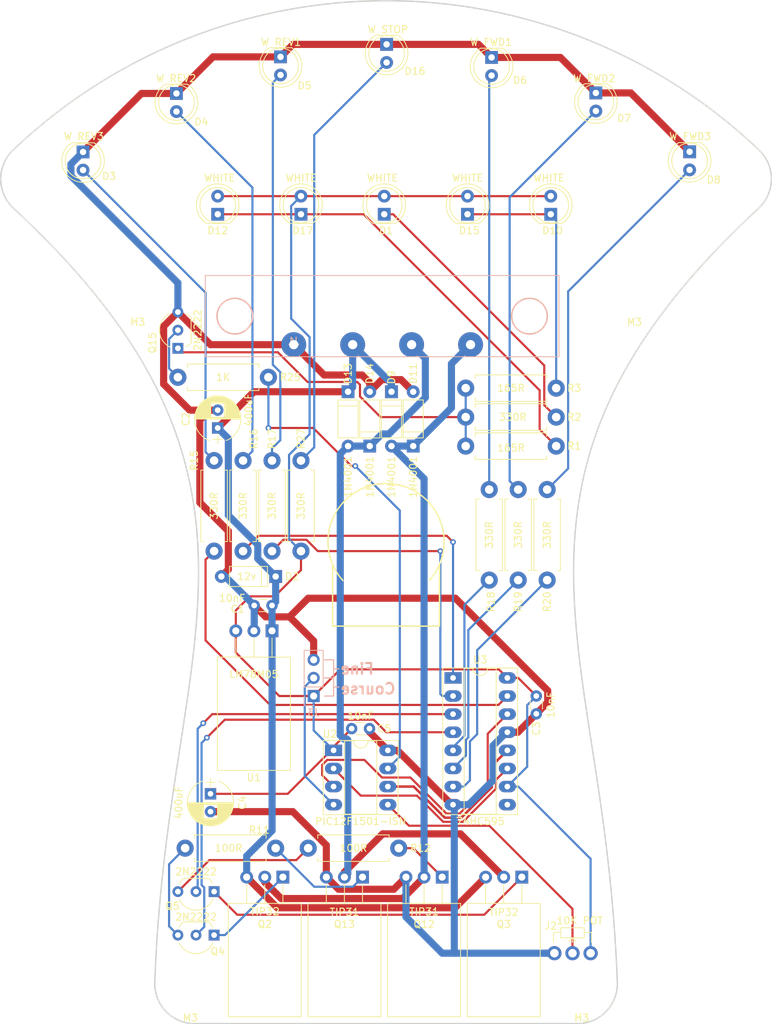
<source format=kicad_pcb>
(kicad_pcb (version 20171130) (host pcbnew "(5.1.6)-1")

  (general
    (thickness 1.6)
    (drawings 76)
    (tracks 318)
    (zones 0)
    (modules 52)
    (nets 39)
  )

  (page A4)
  (layers
    (0 F.Cu signal)
    (31 B.Cu signal)
    (32 B.Adhes user)
    (33 F.Adhes user)
    (34 B.Paste user)
    (35 F.Paste user)
    (36 B.SilkS user)
    (37 F.SilkS user)
    (38 B.Mask user)
    (39 F.Mask user)
    (40 Dwgs.User user)
    (41 Cmts.User user)
    (42 Eco1.User user)
    (43 Eco2.User user)
    (44 Edge.Cuts user)
    (45 Margin user)
    (46 B.CrtYd user)
    (47 F.CrtYd user)
    (48 B.Fab user)
    (49 F.Fab user)
  )

  (setup
    (last_trace_width 0.3)
    (user_trace_width 0.5)
    (user_trace_width 1)
    (trace_clearance 0.25)
    (zone_clearance 0.508)
    (zone_45_only no)
    (trace_min 0.2)
    (via_size 0.8)
    (via_drill 0.4)
    (via_min_size 0.4)
    (via_min_drill 0.3)
    (uvia_size 0.3)
    (uvia_drill 0.1)
    (uvias_allowed no)
    (uvia_min_size 0.2)
    (uvia_min_drill 0.1)
    (edge_width 0.05)
    (segment_width 0.2)
    (pcb_text_width 0.3)
    (pcb_text_size 1.5 1.5)
    (mod_edge_width 0.12)
    (mod_text_size 1 1)
    (mod_text_width 0.15)
    (pad_size 1.524 1.524)
    (pad_drill 0.762)
    (pad_to_mask_clearance 0.051)
    (solder_mask_min_width 0.25)
    (aux_axis_origin 0 0)
    (visible_elements 7FFFFFFF)
    (pcbplotparams
      (layerselection 0x010f0_ffffffff)
      (usegerberextensions false)
      (usegerberattributes false)
      (usegerberadvancedattributes false)
      (creategerberjobfile false)
      (excludeedgelayer false)
      (linewidth 0.100000)
      (plotframeref false)
      (viasonmask false)
      (mode 1)
      (useauxorigin false)
      (hpglpennumber 1)
      (hpglpenspeed 20)
      (hpglpendiameter 15.000000)
      (psnegative false)
      (psa4output false)
      (plotreference true)
      (plotvalue true)
      (plotinvisibletext false)
      (padsonsilk false)
      (subtractmaskfromsilk false)
      (outputformat 1)
      (mirror false)
      (drillshape 0)
      (scaleselection 1)
      (outputdirectory ""))
  )

  (net 0 "")
  (net 1 GND)
  (net 2 5v)
  (net 3 "Net-(D3-Pad2)")
  (net 4 "Net-(D5-Pad2)")
  (net 5 "Net-(D7-Pad2)")
  (net 6 "Net-(D10-Pad1)")
  (net 7 "Net-(D12-Pad1)")
  (net 8 TRACK-)
  (net 9 TRACK+)
  (net 10 /SPEED_IN)
  (net 11 FWD)
  (net 12 "Net-(Q2-Pad1)")
  (net 13 "Net-(Q3-Pad1)")
  (net 14 REV)
  (net 15 "Net-(R15-Pad2)")
  (net 16 DATA)
  (net 17 LATCH)
  (net 18 DCLK)
  (net 19 "Net-(D4-Pad2)")
  (net 20 "Net-(D6-Pad2)")
  (net 21 "Net-(D8-Pad2)")
  (net 22 "Net-(Q13-Pad1)")
  (net 23 "Net-(Q12-Pad1)")
  (net 24 "Net-(Q15-Pad1)")
  (net 25 "Net-(Q15-Pad2)")
  (net 26 "Net-(R16-Pad2)")
  (net 27 "Net-(R17-Pad2)")
  (net 28 "Net-(R18-Pad2)")
  (net 29 "Net-(R19-Pad2)")
  (net 30 "Net-(R20-Pad2)")
  (net 31 STATUS)
  (net 32 "Net-(U3-Pad9)")
  (net 33 "Net-(D16-Pad2)")
  (net 34 +12V)
  (net 35 "Net-(D1-Pad1)")
  (net 36 "Net-(Q4-Pad3)")
  (net 37 "Net-(Q5-Pad3)")
  (net 38 "Net-(J3-Pad2)")

  (net_class Default "This is the default net class."
    (clearance 0.25)
    (trace_width 0.3)
    (via_dia 0.8)
    (via_drill 0.4)
    (uvia_dia 0.3)
    (uvia_drill 0.1)
    (add_net /SPEED_IN)
    (add_net 5v)
    (add_net DATA)
    (add_net DCLK)
    (add_net FWD)
    (add_net LATCH)
    (add_net "Net-(D1-Pad1)")
    (add_net "Net-(D10-Pad1)")
    (add_net "Net-(D12-Pad1)")
    (add_net "Net-(D16-Pad2)")
    (add_net "Net-(D3-Pad2)")
    (add_net "Net-(D4-Pad2)")
    (add_net "Net-(D5-Pad2)")
    (add_net "Net-(D6-Pad2)")
    (add_net "Net-(D7-Pad2)")
    (add_net "Net-(D8-Pad2)")
    (add_net "Net-(J3-Pad2)")
    (add_net "Net-(Q12-Pad1)")
    (add_net "Net-(Q13-Pad1)")
    (add_net "Net-(Q15-Pad1)")
    (add_net "Net-(Q15-Pad2)")
    (add_net "Net-(Q2-Pad1)")
    (add_net "Net-(Q3-Pad1)")
    (add_net "Net-(Q4-Pad3)")
    (add_net "Net-(Q5-Pad3)")
    (add_net "Net-(R15-Pad2)")
    (add_net "Net-(R16-Pad2)")
    (add_net "Net-(R17-Pad2)")
    (add_net "Net-(R18-Pad2)")
    (add_net "Net-(R19-Pad2)")
    (add_net "Net-(R20-Pad2)")
    (add_net "Net-(U3-Pad9)")
    (add_net REV)
    (add_net STATUS)
  )

  (net_class "High Current" ""
    (clearance 0.3)
    (trace_width 1)
    (via_dia 0.8)
    (via_drill 0.4)
    (uvia_dia 0.3)
    (uvia_drill 0.1)
    (add_net +12V)
    (add_net GND)
    (add_net TRACK+)
    (add_net TRACK-)
  )

  (module Pin_Headers:Pin_Header_Straight_1x03_Pitch2.54mm (layer B.Cu) (tedit 59650532) (tstamp 5F0F3A41)
    (at 81.534 134.62)
    (descr "Through hole straight pin header, 1x03, 2.54mm pitch, single row")
    (tags "Through hole pin header THT 1x03 2.54mm single row")
    (path /5F0F6DF6)
    (fp_text reference J3 (at 0 2.33) (layer B.SilkS)
      (effects (font (size 1 1) (thickness 0.15)) (justify mirror))
    )
    (fp_text value Gradient (at 0 -7.41) (layer B.Fab)
      (effects (font (size 1 1) (thickness 0.15)) (justify mirror))
    )
    (fp_line (start 1.8 1.8) (end -1.8 1.8) (layer B.CrtYd) (width 0.05))
    (fp_line (start 1.8 -6.85) (end 1.8 1.8) (layer B.CrtYd) (width 0.05))
    (fp_line (start -1.8 -6.85) (end 1.8 -6.85) (layer B.CrtYd) (width 0.05))
    (fp_line (start -1.8 1.8) (end -1.8 -6.85) (layer B.CrtYd) (width 0.05))
    (fp_line (start -1.33 1.33) (end 0 1.33) (layer B.SilkS) (width 0.12))
    (fp_line (start -1.33 0) (end -1.33 1.33) (layer B.SilkS) (width 0.12))
    (fp_line (start -1.33 -1.27) (end 1.33 -1.27) (layer B.SilkS) (width 0.12))
    (fp_line (start 1.33 -1.27) (end 1.33 -6.41) (layer B.SilkS) (width 0.12))
    (fp_line (start -1.33 -1.27) (end -1.33 -6.41) (layer B.SilkS) (width 0.12))
    (fp_line (start -1.33 -6.41) (end 1.33 -6.41) (layer B.SilkS) (width 0.12))
    (fp_line (start -1.27 0.635) (end -0.635 1.27) (layer B.Fab) (width 0.1))
    (fp_line (start -1.27 -6.35) (end -1.27 0.635) (layer B.Fab) (width 0.1))
    (fp_line (start 1.27 -6.35) (end -1.27 -6.35) (layer B.Fab) (width 0.1))
    (fp_line (start 1.27 1.27) (end 1.27 -6.35) (layer B.Fab) (width 0.1))
    (fp_line (start -0.635 1.27) (end 1.27 1.27) (layer B.Fab) (width 0.1))
    (fp_text user %R (at 0 -2.54 -90) (layer B.Fab)
      (effects (font (size 1 1) (thickness 0.15)) (justify mirror))
    )
    (pad 1 thru_hole rect (at 0 0) (size 1.7 1.7) (drill 1) (layers *.Cu *.Mask)
      (net 2 5v))
    (pad 2 thru_hole oval (at 0 -2.54) (size 1.7 1.7) (drill 1) (layers *.Cu *.Mask)
      (net 38 "Net-(J3-Pad2)"))
    (pad 3 thru_hole oval (at 0 -5.08) (size 1.7 1.7) (drill 1) (layers *.Cu *.Mask)
      (net 1 GND))
    (model ${KISYS3DMOD}/Pin_Headers.3dshapes/Pin_Header_Straight_1x03_Pitch2.54mm.wrl
      (at (xyz 0 0 0))
      (scale (xyz 1 1 1))
      (rotate (xyz 0 0 0))
    )
  )

  (module Mounting_Holes:MountingHole_3.2mm_M3 locked (layer F.Cu) (tedit 56D1B4CB) (tstamp 5F0CAA8D)
    (at 119.1514 175.5648)
    (descr "Mounting Hole 3.2mm, no annular, M3")
    (tags "mounting hole 3.2mm no annular m3")
    (attr virtual)
    (fp_text reference REF** (at -3.4798 -2.794) (layer Cmts.User)
      (effects (font (size 1 1) (thickness 0.15)))
    )
    (fp_text value M3 (at 0 4.2) (layer F.SilkS)
      (effects (font (size 1 1) (thickness 0.15)))
    )
    (fp_circle (center 0 0) (end 3.45 0) (layer F.CrtYd) (width 0.05))
    (fp_circle (center 0 0) (end 3.2 0) (layer Cmts.User) (width 0.15))
    (fp_text user %R (at -2.1336 2.6416) (layer F.Fab)
      (effects (font (size 1 1) (thickness 0.15)))
    )
    (pad 1 np_thru_hole circle (at 0 0) (size 3.2 3.2) (drill 3.2) (layers *.Cu *.Mask))
  )

  (module Mounting_Holes:MountingHole_3.2mm_M3 locked (layer F.Cu) (tedit 56D1B4CB) (tstamp 5F0CAA60)
    (at 64.2366 175.5648)
    (descr "Mounting Hole 3.2mm, no annular, M3")
    (tags "mounting hole 3.2mm no annular m3")
    (attr virtual)
    (fp_text reference REF** (at -2.5654 -3.556) (layer Cmts.User)
      (effects (font (size 1 1) (thickness 0.15)))
    )
    (fp_text value M3 (at 0 4.2) (layer F.SilkS)
      (effects (font (size 1 1) (thickness 0.15)))
    )
    (fp_circle (center 0 0) (end 3.45 0) (layer F.CrtYd) (width 0.05))
    (fp_circle (center 0 0) (end 3.2 0) (layer Cmts.User) (width 0.15))
    (fp_text user %R (at 2.7432 2.3622) (layer F.Fab)
      (effects (font (size 1 1) (thickness 0.15)))
    )
    (pad 1 np_thru_hole circle (at 0 0) (size 3.2 3.2) (drill 3.2) (layers *.Cu *.Mask))
  )

  (module Mounting_Holes:MountingHole_3.2mm_M3 locked (layer F.Cu) (tedit 56D1B4CB) (tstamp 5F0CAB8C)
    (at 56.8452 77.978)
    (descr "Mounting Hole 3.2mm, no annular, M3")
    (tags "mounting hole 3.2mm no annular m3")
    (attr virtual)
    (fp_text reference REF** (at 0 -4.2) (layer Cmts.User)
      (effects (font (size 1 1) (thickness 0.15)))
    )
    (fp_text value M3 (at 0 4.2) (layer F.SilkS)
      (effects (font (size 1 1) (thickness 0.15)))
    )
    (fp_circle (center 0 0) (end 3.45 0) (layer F.CrtYd) (width 0.05))
    (fp_circle (center 0 0) (end 3.2 0) (layer Cmts.User) (width 0.15))
    (fp_text user %R (at -0.4064 2.6416) (layer F.Fab)
      (effects (font (size 1 1) (thickness 0.15)))
    )
    (pad 1 np_thru_hole circle (at 0 0) (size 3.2 3.2) (drill 3.2) (layers *.Cu *.Mask))
  )

  (module Mounting_Holes:MountingHole_3.2mm_M3 locked (layer F.Cu) (tedit 56D1B4CB) (tstamp 5F0CAB3A)
    (at 126.5428 77.978)
    (descr "Mounting Hole 3.2mm, no annular, M3")
    (tags "mounting hole 3.2mm no annular m3")
    (attr virtual)
    (fp_text reference REF** (at 0 -4.2) (layer Cmts.User)
      (effects (font (size 1 1) (thickness 0.15)))
    )
    (fp_text value M3 (at 0 4.2) (layer F.SilkS)
      (effects (font (size 1 1) (thickness 0.15)))
    )
    (fp_circle (center 0 0) (end 3.45 0) (layer F.CrtYd) (width 0.05))
    (fp_circle (center 0 0) (end 3.2 0) (layer Cmts.User) (width 0.15))
    (fp_text user %R (at -0.8128 2.54) (layer F.Fab)
      (effects (font (size 1 1) (thickness 0.15)))
    )
    (pad 1 np_thru_hole circle (at 0 0) (size 3.2 3.2) (drill 3.2) (layers *.Cu *.Mask))
  )

  (module Capacitors_THT:C_Disc_D3.0mm_W1.6mm_P2.50mm (layer F.Cu) (tedit 597BC7C2) (tstamp 5F0C7DA6)
    (at 75.692 121.92 180)
    (descr "C, Disc series, Radial, pin pitch=2.50mm, , diameter*width=3.0*1.6mm^2, Capacitor, http://www.vishay.com/docs/45233/krseries.pdf")
    (tags "C Disc series Radial pin pitch 2.50mm  diameter 3.0mm width 1.6mm Capacitor")
    (path /5EC14FBC)
    (fp_text reference C1 (at 4.826 -0.508) (layer F.SilkS)
      (effects (font (size 1 1) (thickness 0.15)))
    )
    (fp_text value 10nF (at 5.588 1.016) (layer F.SilkS)
      (effects (font (size 1 1) (thickness 0.15)))
    )
    (fp_line (start -0.25 -0.8) (end -0.25 0.8) (layer F.Fab) (width 0.1))
    (fp_line (start -0.25 0.8) (end 2.75 0.8) (layer F.Fab) (width 0.1))
    (fp_line (start 2.75 0.8) (end 2.75 -0.8) (layer F.Fab) (width 0.1))
    (fp_line (start 2.75 -0.8) (end -0.25 -0.8) (layer F.Fab) (width 0.1))
    (fp_line (start 0.663 -0.861) (end 1.837 -0.861) (layer F.SilkS) (width 0.12))
    (fp_line (start 0.663 0.861) (end 1.837 0.861) (layer F.SilkS) (width 0.12))
    (fp_line (start -1.05 -1.15) (end -1.05 1.15) (layer F.CrtYd) (width 0.05))
    (fp_line (start -1.05 1.15) (end 3.55 1.15) (layer F.CrtYd) (width 0.05))
    (fp_line (start 3.55 1.15) (end 3.55 -1.15) (layer F.CrtYd) (width 0.05))
    (fp_line (start 3.55 -1.15) (end -1.05 -1.15) (layer F.CrtYd) (width 0.05))
    (fp_text user %R (at 1.25 0) (layer F.Fab)
      (effects (font (size 1 1) (thickness 0.15)))
    )
    (pad 2 thru_hole circle (at 2.5 0 180) (size 1.6 1.6) (drill 0.8) (layers *.Cu *.Mask)
      (net 1 GND))
    (pad 1 thru_hole circle (at 0 0 180) (size 1.6 1.6) (drill 0.8) (layers *.Cu *.Mask)
      (net 34 +12V))
    (model ${KISYS3DMOD}/Capacitors_THT.3dshapes/C_Disc_D3.0mm_W1.6mm_P2.50mm.wrl
      (at (xyz 0 0 0))
      (scale (xyz 1 1 1))
      (rotate (xyz 0 0 0))
    )
  )

  (module Capacitors_THT:CP_Radial_D6.3mm_P2.50mm (layer F.Cu) (tedit 597BC7C2) (tstamp 5F0F11CD)
    (at 68.072 97.028 90)
    (descr "CP, Radial series, Radial, pin pitch=2.50mm, , diameter=6.3mm, Electrolytic Capacitor")
    (tags "CP Radial series Radial pin pitch 2.50mm  diameter 6.3mm Electrolytic Capacitor")
    (path /5EC15A72)
    (fp_text reference C2 (at 1.25 -4.46 90) (layer F.SilkS)
      (effects (font (size 1 1) (thickness 0.15)))
    )
    (fp_text value 400uF (at 2.54 4.318 90) (layer F.SilkS)
      (effects (font (size 1 1) (thickness 0.15)))
    )
    (fp_line (start 4.75 -3.5) (end -2.25 -3.5) (layer F.CrtYd) (width 0.05))
    (fp_line (start 4.75 3.5) (end 4.75 -3.5) (layer F.CrtYd) (width 0.05))
    (fp_line (start -2.25 3.5) (end 4.75 3.5) (layer F.CrtYd) (width 0.05))
    (fp_line (start -2.25 -3.5) (end -2.25 3.5) (layer F.CrtYd) (width 0.05))
    (fp_line (start -1.6 -0.65) (end -1.6 0.65) (layer F.SilkS) (width 0.12))
    (fp_line (start -2.2 0) (end -1 0) (layer F.SilkS) (width 0.12))
    (fp_line (start 4.451 -0.468) (end 4.451 0.468) (layer F.SilkS) (width 0.12))
    (fp_line (start 4.411 -0.676) (end 4.411 0.676) (layer F.SilkS) (width 0.12))
    (fp_line (start 4.371 -0.834) (end 4.371 0.834) (layer F.SilkS) (width 0.12))
    (fp_line (start 4.331 -0.966) (end 4.331 0.966) (layer F.SilkS) (width 0.12))
    (fp_line (start 4.291 -1.081) (end 4.291 1.081) (layer F.SilkS) (width 0.12))
    (fp_line (start 4.251 -1.184) (end 4.251 1.184) (layer F.SilkS) (width 0.12))
    (fp_line (start 4.211 -1.278) (end 4.211 1.278) (layer F.SilkS) (width 0.12))
    (fp_line (start 4.171 -1.364) (end 4.171 1.364) (layer F.SilkS) (width 0.12))
    (fp_line (start 4.131 -1.445) (end 4.131 1.445) (layer F.SilkS) (width 0.12))
    (fp_line (start 4.091 -1.52) (end 4.091 1.52) (layer F.SilkS) (width 0.12))
    (fp_line (start 4.051 -1.591) (end 4.051 1.591) (layer F.SilkS) (width 0.12))
    (fp_line (start 4.011 -1.658) (end 4.011 1.658) (layer F.SilkS) (width 0.12))
    (fp_line (start 3.971 -1.721) (end 3.971 1.721) (layer F.SilkS) (width 0.12))
    (fp_line (start 3.931 -1.781) (end 3.931 1.781) (layer F.SilkS) (width 0.12))
    (fp_line (start 3.891 -1.839) (end 3.891 1.839) (layer F.SilkS) (width 0.12))
    (fp_line (start 3.851 -1.894) (end 3.851 1.894) (layer F.SilkS) (width 0.12))
    (fp_line (start 3.811 -1.946) (end 3.811 1.946) (layer F.SilkS) (width 0.12))
    (fp_line (start 3.771 -1.997) (end 3.771 1.997) (layer F.SilkS) (width 0.12))
    (fp_line (start 3.731 -2.045) (end 3.731 2.045) (layer F.SilkS) (width 0.12))
    (fp_line (start 3.691 -2.092) (end 3.691 2.092) (layer F.SilkS) (width 0.12))
    (fp_line (start 3.651 -2.137) (end 3.651 2.137) (layer F.SilkS) (width 0.12))
    (fp_line (start 3.611 -2.18) (end 3.611 2.18) (layer F.SilkS) (width 0.12))
    (fp_line (start 3.571 -2.222) (end 3.571 2.222) (layer F.SilkS) (width 0.12))
    (fp_line (start 3.531 -2.262) (end 3.531 2.262) (layer F.SilkS) (width 0.12))
    (fp_line (start 3.491 -2.301) (end 3.491 2.301) (layer F.SilkS) (width 0.12))
    (fp_line (start 3.451 0.98) (end 3.451 2.339) (layer F.SilkS) (width 0.12))
    (fp_line (start 3.451 -2.339) (end 3.451 -0.98) (layer F.SilkS) (width 0.12))
    (fp_line (start 3.411 0.98) (end 3.411 2.375) (layer F.SilkS) (width 0.12))
    (fp_line (start 3.411 -2.375) (end 3.411 -0.98) (layer F.SilkS) (width 0.12))
    (fp_line (start 3.371 0.98) (end 3.371 2.411) (layer F.SilkS) (width 0.12))
    (fp_line (start 3.371 -2.411) (end 3.371 -0.98) (layer F.SilkS) (width 0.12))
    (fp_line (start 3.331 0.98) (end 3.331 2.445) (layer F.SilkS) (width 0.12))
    (fp_line (start 3.331 -2.445) (end 3.331 -0.98) (layer F.SilkS) (width 0.12))
    (fp_line (start 3.291 0.98) (end 3.291 2.478) (layer F.SilkS) (width 0.12))
    (fp_line (start 3.291 -2.478) (end 3.291 -0.98) (layer F.SilkS) (width 0.12))
    (fp_line (start 3.251 0.98) (end 3.251 2.51) (layer F.SilkS) (width 0.12))
    (fp_line (start 3.251 -2.51) (end 3.251 -0.98) (layer F.SilkS) (width 0.12))
    (fp_line (start 3.211 0.98) (end 3.211 2.54) (layer F.SilkS) (width 0.12))
    (fp_line (start 3.211 -2.54) (end 3.211 -0.98) (layer F.SilkS) (width 0.12))
    (fp_line (start 3.171 0.98) (end 3.171 2.57) (layer F.SilkS) (width 0.12))
    (fp_line (start 3.171 -2.57) (end 3.171 -0.98) (layer F.SilkS) (width 0.12))
    (fp_line (start 3.131 0.98) (end 3.131 2.599) (layer F.SilkS) (width 0.12))
    (fp_line (start 3.131 -2.599) (end 3.131 -0.98) (layer F.SilkS) (width 0.12))
    (fp_line (start 3.091 0.98) (end 3.091 2.627) (layer F.SilkS) (width 0.12))
    (fp_line (start 3.091 -2.627) (end 3.091 -0.98) (layer F.SilkS) (width 0.12))
    (fp_line (start 3.051 0.98) (end 3.051 2.654) (layer F.SilkS) (width 0.12))
    (fp_line (start 3.051 -2.654) (end 3.051 -0.98) (layer F.SilkS) (width 0.12))
    (fp_line (start 3.011 0.98) (end 3.011 2.681) (layer F.SilkS) (width 0.12))
    (fp_line (start 3.011 -2.681) (end 3.011 -0.98) (layer F.SilkS) (width 0.12))
    (fp_line (start 2.971 0.98) (end 2.971 2.706) (layer F.SilkS) (width 0.12))
    (fp_line (start 2.971 -2.706) (end 2.971 -0.98) (layer F.SilkS) (width 0.12))
    (fp_line (start 2.931 0.98) (end 2.931 2.731) (layer F.SilkS) (width 0.12))
    (fp_line (start 2.931 -2.731) (end 2.931 -0.98) (layer F.SilkS) (width 0.12))
    (fp_line (start 2.891 0.98) (end 2.891 2.755) (layer F.SilkS) (width 0.12))
    (fp_line (start 2.891 -2.755) (end 2.891 -0.98) (layer F.SilkS) (width 0.12))
    (fp_line (start 2.851 0.98) (end 2.851 2.778) (layer F.SilkS) (width 0.12))
    (fp_line (start 2.851 -2.778) (end 2.851 -0.98) (layer F.SilkS) (width 0.12))
    (fp_line (start 2.811 0.98) (end 2.811 2.8) (layer F.SilkS) (width 0.12))
    (fp_line (start 2.811 -2.8) (end 2.811 -0.98) (layer F.SilkS) (width 0.12))
    (fp_line (start 2.771 0.98) (end 2.771 2.822) (layer F.SilkS) (width 0.12))
    (fp_line (start 2.771 -2.822) (end 2.771 -0.98) (layer F.SilkS) (width 0.12))
    (fp_line (start 2.731 0.98) (end 2.731 2.843) (layer F.SilkS) (width 0.12))
    (fp_line (start 2.731 -2.843) (end 2.731 -0.98) (layer F.SilkS) (width 0.12))
    (fp_line (start 2.691 0.98) (end 2.691 2.863) (layer F.SilkS) (width 0.12))
    (fp_line (start 2.691 -2.863) (end 2.691 -0.98) (layer F.SilkS) (width 0.12))
    (fp_line (start 2.651 0.98) (end 2.651 2.882) (layer F.SilkS) (width 0.12))
    (fp_line (start 2.651 -2.882) (end 2.651 -0.98) (layer F.SilkS) (width 0.12))
    (fp_line (start 2.611 0.98) (end 2.611 2.901) (layer F.SilkS) (width 0.12))
    (fp_line (start 2.611 -2.901) (end 2.611 -0.98) (layer F.SilkS) (width 0.12))
    (fp_line (start 2.571 0.98) (end 2.571 2.919) (layer F.SilkS) (width 0.12))
    (fp_line (start 2.571 -2.919) (end 2.571 -0.98) (layer F.SilkS) (width 0.12))
    (fp_line (start 2.531 0.98) (end 2.531 2.937) (layer F.SilkS) (width 0.12))
    (fp_line (start 2.531 -2.937) (end 2.531 -0.98) (layer F.SilkS) (width 0.12))
    (fp_line (start 2.491 0.98) (end 2.491 2.954) (layer F.SilkS) (width 0.12))
    (fp_line (start 2.491 -2.954) (end 2.491 -0.98) (layer F.SilkS) (width 0.12))
    (fp_line (start 2.451 0.98) (end 2.451 2.97) (layer F.SilkS) (width 0.12))
    (fp_line (start 2.451 -2.97) (end 2.451 -0.98) (layer F.SilkS) (width 0.12))
    (fp_line (start 2.411 0.98) (end 2.411 2.986) (layer F.SilkS) (width 0.12))
    (fp_line (start 2.411 -2.986) (end 2.411 -0.98) (layer F.SilkS) (width 0.12))
    (fp_line (start 2.371 0.98) (end 2.371 3.001) (layer F.SilkS) (width 0.12))
    (fp_line (start 2.371 -3.001) (end 2.371 -0.98) (layer F.SilkS) (width 0.12))
    (fp_line (start 2.331 0.98) (end 2.331 3.015) (layer F.SilkS) (width 0.12))
    (fp_line (start 2.331 -3.015) (end 2.331 -0.98) (layer F.SilkS) (width 0.12))
    (fp_line (start 2.291 0.98) (end 2.291 3.029) (layer F.SilkS) (width 0.12))
    (fp_line (start 2.291 -3.029) (end 2.291 -0.98) (layer F.SilkS) (width 0.12))
    (fp_line (start 2.251 0.98) (end 2.251 3.042) (layer F.SilkS) (width 0.12))
    (fp_line (start 2.251 -3.042) (end 2.251 -0.98) (layer F.SilkS) (width 0.12))
    (fp_line (start 2.211 0.98) (end 2.211 3.055) (layer F.SilkS) (width 0.12))
    (fp_line (start 2.211 -3.055) (end 2.211 -0.98) (layer F.SilkS) (width 0.12))
    (fp_line (start 2.171 0.98) (end 2.171 3.067) (layer F.SilkS) (width 0.12))
    (fp_line (start 2.171 -3.067) (end 2.171 -0.98) (layer F.SilkS) (width 0.12))
    (fp_line (start 2.131 0.98) (end 2.131 3.079) (layer F.SilkS) (width 0.12))
    (fp_line (start 2.131 -3.079) (end 2.131 -0.98) (layer F.SilkS) (width 0.12))
    (fp_line (start 2.091 0.98) (end 2.091 3.09) (layer F.SilkS) (width 0.12))
    (fp_line (start 2.091 -3.09) (end 2.091 -0.98) (layer F.SilkS) (width 0.12))
    (fp_line (start 2.051 0.98) (end 2.051 3.1) (layer F.SilkS) (width 0.12))
    (fp_line (start 2.051 -3.1) (end 2.051 -0.98) (layer F.SilkS) (width 0.12))
    (fp_line (start 2.011 0.98) (end 2.011 3.11) (layer F.SilkS) (width 0.12))
    (fp_line (start 2.011 -3.11) (end 2.011 -0.98) (layer F.SilkS) (width 0.12))
    (fp_line (start 1.971 0.98) (end 1.971 3.119) (layer F.SilkS) (width 0.12))
    (fp_line (start 1.971 -3.119) (end 1.971 -0.98) (layer F.SilkS) (width 0.12))
    (fp_line (start 1.93 0.98) (end 1.93 3.128) (layer F.SilkS) (width 0.12))
    (fp_line (start 1.93 -3.128) (end 1.93 -0.98) (layer F.SilkS) (width 0.12))
    (fp_line (start 1.89 0.98) (end 1.89 3.137) (layer F.SilkS) (width 0.12))
    (fp_line (start 1.89 -3.137) (end 1.89 -0.98) (layer F.SilkS) (width 0.12))
    (fp_line (start 1.85 0.98) (end 1.85 3.144) (layer F.SilkS) (width 0.12))
    (fp_line (start 1.85 -3.144) (end 1.85 -0.98) (layer F.SilkS) (width 0.12))
    (fp_line (start 1.81 0.98) (end 1.81 3.152) (layer F.SilkS) (width 0.12))
    (fp_line (start 1.81 -3.152) (end 1.81 -0.98) (layer F.SilkS) (width 0.12))
    (fp_line (start 1.77 0.98) (end 1.77 3.158) (layer F.SilkS) (width 0.12))
    (fp_line (start 1.77 -3.158) (end 1.77 -0.98) (layer F.SilkS) (width 0.12))
    (fp_line (start 1.73 0.98) (end 1.73 3.165) (layer F.SilkS) (width 0.12))
    (fp_line (start 1.73 -3.165) (end 1.73 -0.98) (layer F.SilkS) (width 0.12))
    (fp_line (start 1.69 0.98) (end 1.69 3.17) (layer F.SilkS) (width 0.12))
    (fp_line (start 1.69 -3.17) (end 1.69 -0.98) (layer F.SilkS) (width 0.12))
    (fp_line (start 1.65 0.98) (end 1.65 3.176) (layer F.SilkS) (width 0.12))
    (fp_line (start 1.65 -3.176) (end 1.65 -0.98) (layer F.SilkS) (width 0.12))
    (fp_line (start 1.61 0.98) (end 1.61 3.18) (layer F.SilkS) (width 0.12))
    (fp_line (start 1.61 -3.18) (end 1.61 -0.98) (layer F.SilkS) (width 0.12))
    (fp_line (start 1.57 0.98) (end 1.57 3.185) (layer F.SilkS) (width 0.12))
    (fp_line (start 1.57 -3.185) (end 1.57 -0.98) (layer F.SilkS) (width 0.12))
    (fp_line (start 1.53 0.98) (end 1.53 3.188) (layer F.SilkS) (width 0.12))
    (fp_line (start 1.53 -3.188) (end 1.53 -0.98) (layer F.SilkS) (width 0.12))
    (fp_line (start 1.49 -3.192) (end 1.49 3.192) (layer F.SilkS) (width 0.12))
    (fp_line (start 1.45 -3.194) (end 1.45 3.194) (layer F.SilkS) (width 0.12))
    (fp_line (start 1.41 -3.197) (end 1.41 3.197) (layer F.SilkS) (width 0.12))
    (fp_line (start 1.37 -3.198) (end 1.37 3.198) (layer F.SilkS) (width 0.12))
    (fp_line (start 1.33 -3.2) (end 1.33 3.2) (layer F.SilkS) (width 0.12))
    (fp_line (start 1.29 -3.2) (end 1.29 3.2) (layer F.SilkS) (width 0.12))
    (fp_line (start 1.25 -3.2) (end 1.25 3.2) (layer F.SilkS) (width 0.12))
    (fp_line (start -1.6 -0.65) (end -1.6 0.65) (layer F.Fab) (width 0.1))
    (fp_line (start -2.2 0) (end -1 0) (layer F.Fab) (width 0.1))
    (fp_circle (center 1.25 0) (end 4.4 0) (layer F.Fab) (width 0.1))
    (fp_arc (start 1.25 0) (end -1.767482 -1.18) (angle 137.3) (layer F.SilkS) (width 0.12))
    (fp_arc (start 1.25 0) (end -1.767482 1.18) (angle -137.3) (layer F.SilkS) (width 0.12))
    (fp_arc (start 1.25 0) (end 4.267482 -1.18) (angle 42.7) (layer F.SilkS) (width 0.12))
    (fp_text user %R (at 1.25 0 90) (layer F.Fab)
      (effects (font (size 1 1) (thickness 0.15)))
    )
    (pad 1 thru_hole rect (at 0 0 90) (size 1.6 1.6) (drill 0.8) (layers *.Cu *.Mask)
      (net 34 +12V))
    (pad 2 thru_hole circle (at 2.5 0 90) (size 1.6 1.6) (drill 0.8) (layers *.Cu *.Mask)
      (net 1 GND))
    (model ${KISYS3DMOD}/Capacitors_THT.3dshapes/CP_Radial_D6.3mm_P2.50mm.wrl
      (at (xyz 0 0 0))
      (scale (xyz 1 1 1))
      (rotate (xyz 0 0 0))
    )
  )

  (module Capacitors_THT:C_Disc_D3.0mm_W1.6mm_P2.50mm (layer F.Cu) (tedit 597BC7C2) (tstamp 5F0C8668)
    (at 112.776 134.62 270)
    (descr "C, Disc series, Radial, pin pitch=2.50mm, , diameter*width=3.0*1.6mm^2, Capacitor, http://www.vishay.com/docs/45233/krseries.pdf")
    (tags "C Disc series Radial pin pitch 2.50mm  diameter 3.0mm width 1.6mm Capacitor")
    (path /5EC1D117)
    (fp_text reference C3 (at 4.572 0 90) (layer F.SilkS)
      (effects (font (size 1 1) (thickness 0.15)))
    )
    (fp_text value 10nF (at 1.25 -2.032 90) (layer F.SilkS)
      (effects (font (size 1 1) (thickness 0.15)))
    )
    (fp_line (start 3.55 -1.15) (end -1.05 -1.15) (layer F.CrtYd) (width 0.05))
    (fp_line (start 3.55 1.15) (end 3.55 -1.15) (layer F.CrtYd) (width 0.05))
    (fp_line (start -1.05 1.15) (end 3.55 1.15) (layer F.CrtYd) (width 0.05))
    (fp_line (start -1.05 -1.15) (end -1.05 1.15) (layer F.CrtYd) (width 0.05))
    (fp_line (start 0.663 0.861) (end 1.837 0.861) (layer F.SilkS) (width 0.12))
    (fp_line (start 0.663 -0.861) (end 1.837 -0.861) (layer F.SilkS) (width 0.12))
    (fp_line (start 2.75 -0.8) (end -0.25 -0.8) (layer F.Fab) (width 0.1))
    (fp_line (start 2.75 0.8) (end 2.75 -0.8) (layer F.Fab) (width 0.1))
    (fp_line (start -0.25 0.8) (end 2.75 0.8) (layer F.Fab) (width 0.1))
    (fp_line (start -0.25 -0.8) (end -0.25 0.8) (layer F.Fab) (width 0.1))
    (fp_text user %R (at 1.25 0 90) (layer F.Fab)
      (effects (font (size 1 1) (thickness 0.15)))
    )
    (pad 1 thru_hole circle (at 0 0 270) (size 1.6 1.6) (drill 0.8) (layers *.Cu *.Mask)
      (net 2 5v))
    (pad 2 thru_hole circle (at 2.5 0 270) (size 1.6 1.6) (drill 0.8) (layers *.Cu *.Mask)
      (net 1 GND))
    (model ${KISYS3DMOD}/Capacitors_THT.3dshapes/C_Disc_D3.0mm_W1.6mm_P2.50mm.wrl
      (at (xyz 0 0 0))
      (scale (xyz 1 1 1))
      (rotate (xyz 0 0 0))
    )
  )

  (module Capacitors_THT:CP_Radial_D6.3mm_P2.50mm (layer F.Cu) (tedit 597BC7C2) (tstamp 5F0CDDEA)
    (at 67.056 148.336 270)
    (descr "CP, Radial series, Radial, pin pitch=2.50mm, , diameter=6.3mm, Electrolytic Capacitor")
    (tags "CP Radial series Radial pin pitch 2.50mm  diameter 6.3mm Electrolytic Capacitor")
    (path /5EC1D51D)
    (fp_text reference C4 (at 1.25 -4.46 90) (layer F.SilkS)
      (effects (font (size 1 1) (thickness 0.15)))
    )
    (fp_text value 400uF (at 1.25 4.46 90) (layer F.SilkS)
      (effects (font (size 1 1) (thickness 0.15)))
    )
    (fp_circle (center 1.25 0) (end 4.4 0) (layer F.Fab) (width 0.1))
    (fp_line (start -2.2 0) (end -1 0) (layer F.Fab) (width 0.1))
    (fp_line (start -1.6 -0.65) (end -1.6 0.65) (layer F.Fab) (width 0.1))
    (fp_line (start 1.25 -3.2) (end 1.25 3.2) (layer F.SilkS) (width 0.12))
    (fp_line (start 1.29 -3.2) (end 1.29 3.2) (layer F.SilkS) (width 0.12))
    (fp_line (start 1.33 -3.2) (end 1.33 3.2) (layer F.SilkS) (width 0.12))
    (fp_line (start 1.37 -3.198) (end 1.37 3.198) (layer F.SilkS) (width 0.12))
    (fp_line (start 1.41 -3.197) (end 1.41 3.197) (layer F.SilkS) (width 0.12))
    (fp_line (start 1.45 -3.194) (end 1.45 3.194) (layer F.SilkS) (width 0.12))
    (fp_line (start 1.49 -3.192) (end 1.49 3.192) (layer F.SilkS) (width 0.12))
    (fp_line (start 1.53 -3.188) (end 1.53 -0.98) (layer F.SilkS) (width 0.12))
    (fp_line (start 1.53 0.98) (end 1.53 3.188) (layer F.SilkS) (width 0.12))
    (fp_line (start 1.57 -3.185) (end 1.57 -0.98) (layer F.SilkS) (width 0.12))
    (fp_line (start 1.57 0.98) (end 1.57 3.185) (layer F.SilkS) (width 0.12))
    (fp_line (start 1.61 -3.18) (end 1.61 -0.98) (layer F.SilkS) (width 0.12))
    (fp_line (start 1.61 0.98) (end 1.61 3.18) (layer F.SilkS) (width 0.12))
    (fp_line (start 1.65 -3.176) (end 1.65 -0.98) (layer F.SilkS) (width 0.12))
    (fp_line (start 1.65 0.98) (end 1.65 3.176) (layer F.SilkS) (width 0.12))
    (fp_line (start 1.69 -3.17) (end 1.69 -0.98) (layer F.SilkS) (width 0.12))
    (fp_line (start 1.69 0.98) (end 1.69 3.17) (layer F.SilkS) (width 0.12))
    (fp_line (start 1.73 -3.165) (end 1.73 -0.98) (layer F.SilkS) (width 0.12))
    (fp_line (start 1.73 0.98) (end 1.73 3.165) (layer F.SilkS) (width 0.12))
    (fp_line (start 1.77 -3.158) (end 1.77 -0.98) (layer F.SilkS) (width 0.12))
    (fp_line (start 1.77 0.98) (end 1.77 3.158) (layer F.SilkS) (width 0.12))
    (fp_line (start 1.81 -3.152) (end 1.81 -0.98) (layer F.SilkS) (width 0.12))
    (fp_line (start 1.81 0.98) (end 1.81 3.152) (layer F.SilkS) (width 0.12))
    (fp_line (start 1.85 -3.144) (end 1.85 -0.98) (layer F.SilkS) (width 0.12))
    (fp_line (start 1.85 0.98) (end 1.85 3.144) (layer F.SilkS) (width 0.12))
    (fp_line (start 1.89 -3.137) (end 1.89 -0.98) (layer F.SilkS) (width 0.12))
    (fp_line (start 1.89 0.98) (end 1.89 3.137) (layer F.SilkS) (width 0.12))
    (fp_line (start 1.93 -3.128) (end 1.93 -0.98) (layer F.SilkS) (width 0.12))
    (fp_line (start 1.93 0.98) (end 1.93 3.128) (layer F.SilkS) (width 0.12))
    (fp_line (start 1.971 -3.119) (end 1.971 -0.98) (layer F.SilkS) (width 0.12))
    (fp_line (start 1.971 0.98) (end 1.971 3.119) (layer F.SilkS) (width 0.12))
    (fp_line (start 2.011 -3.11) (end 2.011 -0.98) (layer F.SilkS) (width 0.12))
    (fp_line (start 2.011 0.98) (end 2.011 3.11) (layer F.SilkS) (width 0.12))
    (fp_line (start 2.051 -3.1) (end 2.051 -0.98) (layer F.SilkS) (width 0.12))
    (fp_line (start 2.051 0.98) (end 2.051 3.1) (layer F.SilkS) (width 0.12))
    (fp_line (start 2.091 -3.09) (end 2.091 -0.98) (layer F.SilkS) (width 0.12))
    (fp_line (start 2.091 0.98) (end 2.091 3.09) (layer F.SilkS) (width 0.12))
    (fp_line (start 2.131 -3.079) (end 2.131 -0.98) (layer F.SilkS) (width 0.12))
    (fp_line (start 2.131 0.98) (end 2.131 3.079) (layer F.SilkS) (width 0.12))
    (fp_line (start 2.171 -3.067) (end 2.171 -0.98) (layer F.SilkS) (width 0.12))
    (fp_line (start 2.171 0.98) (end 2.171 3.067) (layer F.SilkS) (width 0.12))
    (fp_line (start 2.211 -3.055) (end 2.211 -0.98) (layer F.SilkS) (width 0.12))
    (fp_line (start 2.211 0.98) (end 2.211 3.055) (layer F.SilkS) (width 0.12))
    (fp_line (start 2.251 -3.042) (end 2.251 -0.98) (layer F.SilkS) (width 0.12))
    (fp_line (start 2.251 0.98) (end 2.251 3.042) (layer F.SilkS) (width 0.12))
    (fp_line (start 2.291 -3.029) (end 2.291 -0.98) (layer F.SilkS) (width 0.12))
    (fp_line (start 2.291 0.98) (end 2.291 3.029) (layer F.SilkS) (width 0.12))
    (fp_line (start 2.331 -3.015) (end 2.331 -0.98) (layer F.SilkS) (width 0.12))
    (fp_line (start 2.331 0.98) (end 2.331 3.015) (layer F.SilkS) (width 0.12))
    (fp_line (start 2.371 -3.001) (end 2.371 -0.98) (layer F.SilkS) (width 0.12))
    (fp_line (start 2.371 0.98) (end 2.371 3.001) (layer F.SilkS) (width 0.12))
    (fp_line (start 2.411 -2.986) (end 2.411 -0.98) (layer F.SilkS) (width 0.12))
    (fp_line (start 2.411 0.98) (end 2.411 2.986) (layer F.SilkS) (width 0.12))
    (fp_line (start 2.451 -2.97) (end 2.451 -0.98) (layer F.SilkS) (width 0.12))
    (fp_line (start 2.451 0.98) (end 2.451 2.97) (layer F.SilkS) (width 0.12))
    (fp_line (start 2.491 -2.954) (end 2.491 -0.98) (layer F.SilkS) (width 0.12))
    (fp_line (start 2.491 0.98) (end 2.491 2.954) (layer F.SilkS) (width 0.12))
    (fp_line (start 2.531 -2.937) (end 2.531 -0.98) (layer F.SilkS) (width 0.12))
    (fp_line (start 2.531 0.98) (end 2.531 2.937) (layer F.SilkS) (width 0.12))
    (fp_line (start 2.571 -2.919) (end 2.571 -0.98) (layer F.SilkS) (width 0.12))
    (fp_line (start 2.571 0.98) (end 2.571 2.919) (layer F.SilkS) (width 0.12))
    (fp_line (start 2.611 -2.901) (end 2.611 -0.98) (layer F.SilkS) (width 0.12))
    (fp_line (start 2.611 0.98) (end 2.611 2.901) (layer F.SilkS) (width 0.12))
    (fp_line (start 2.651 -2.882) (end 2.651 -0.98) (layer F.SilkS) (width 0.12))
    (fp_line (start 2.651 0.98) (end 2.651 2.882) (layer F.SilkS) (width 0.12))
    (fp_line (start 2.691 -2.863) (end 2.691 -0.98) (layer F.SilkS) (width 0.12))
    (fp_line (start 2.691 0.98) (end 2.691 2.863) (layer F.SilkS) (width 0.12))
    (fp_line (start 2.731 -2.843) (end 2.731 -0.98) (layer F.SilkS) (width 0.12))
    (fp_line (start 2.731 0.98) (end 2.731 2.843) (layer F.SilkS) (width 0.12))
    (fp_line (start 2.771 -2.822) (end 2.771 -0.98) (layer F.SilkS) (width 0.12))
    (fp_line (start 2.771 0.98) (end 2.771 2.822) (layer F.SilkS) (width 0.12))
    (fp_line (start 2.811 -2.8) (end 2.811 -0.98) (layer F.SilkS) (width 0.12))
    (fp_line (start 2.811 0.98) (end 2.811 2.8) (layer F.SilkS) (width 0.12))
    (fp_line (start 2.851 -2.778) (end 2.851 -0.98) (layer F.SilkS) (width 0.12))
    (fp_line (start 2.851 0.98) (end 2.851 2.778) (layer F.SilkS) (width 0.12))
    (fp_line (start 2.891 -2.755) (end 2.891 -0.98) (layer F.SilkS) (width 0.12))
    (fp_line (start 2.891 0.98) (end 2.891 2.755) (layer F.SilkS) (width 0.12))
    (fp_line (start 2.931 -2.731) (end 2.931 -0.98) (layer F.SilkS) (width 0.12))
    (fp_line (start 2.931 0.98) (end 2.931 2.731) (layer F.SilkS) (width 0.12))
    (fp_line (start 2.971 -2.706) (end 2.971 -0.98) (layer F.SilkS) (width 0.12))
    (fp_line (start 2.971 0.98) (end 2.971 2.706) (layer F.SilkS) (width 0.12))
    (fp_line (start 3.011 -2.681) (end 3.011 -0.98) (layer F.SilkS) (width 0.12))
    (fp_line (start 3.011 0.98) (end 3.011 2.681) (layer F.SilkS) (width 0.12))
    (fp_line (start 3.051 -2.654) (end 3.051 -0.98) (layer F.SilkS) (width 0.12))
    (fp_line (start 3.051 0.98) (end 3.051 2.654) (layer F.SilkS) (width 0.12))
    (fp_line (start 3.091 -2.627) (end 3.091 -0.98) (layer F.SilkS) (width 0.12))
    (fp_line (start 3.091 0.98) (end 3.091 2.627) (layer F.SilkS) (width 0.12))
    (fp_line (start 3.131 -2.599) (end 3.131 -0.98) (layer F.SilkS) (width 0.12))
    (fp_line (start 3.131 0.98) (end 3.131 2.599) (layer F.SilkS) (width 0.12))
    (fp_line (start 3.171 -2.57) (end 3.171 -0.98) (layer F.SilkS) (width 0.12))
    (fp_line (start 3.171 0.98) (end 3.171 2.57) (layer F.SilkS) (width 0.12))
    (fp_line (start 3.211 -2.54) (end 3.211 -0.98) (layer F.SilkS) (width 0.12))
    (fp_line (start 3.211 0.98) (end 3.211 2.54) (layer F.SilkS) (width 0.12))
    (fp_line (start 3.251 -2.51) (end 3.251 -0.98) (layer F.SilkS) (width 0.12))
    (fp_line (start 3.251 0.98) (end 3.251 2.51) (layer F.SilkS) (width 0.12))
    (fp_line (start 3.291 -2.478) (end 3.291 -0.98) (layer F.SilkS) (width 0.12))
    (fp_line (start 3.291 0.98) (end 3.291 2.478) (layer F.SilkS) (width 0.12))
    (fp_line (start 3.331 -2.445) (end 3.331 -0.98) (layer F.SilkS) (width 0.12))
    (fp_line (start 3.331 0.98) (end 3.331 2.445) (layer F.SilkS) (width 0.12))
    (fp_line (start 3.371 -2.411) (end 3.371 -0.98) (layer F.SilkS) (width 0.12))
    (fp_line (start 3.371 0.98) (end 3.371 2.411) (layer F.SilkS) (width 0.12))
    (fp_line (start 3.411 -2.375) (end 3.411 -0.98) (layer F.SilkS) (width 0.12))
    (fp_line (start 3.411 0.98) (end 3.411 2.375) (layer F.SilkS) (width 0.12))
    (fp_line (start 3.451 -2.339) (end 3.451 -0.98) (layer F.SilkS) (width 0.12))
    (fp_line (start 3.451 0.98) (end 3.451 2.339) (layer F.SilkS) (width 0.12))
    (fp_line (start 3.491 -2.301) (end 3.491 2.301) (layer F.SilkS) (width 0.12))
    (fp_line (start 3.531 -2.262) (end 3.531 2.262) (layer F.SilkS) (width 0.12))
    (fp_line (start 3.571 -2.222) (end 3.571 2.222) (layer F.SilkS) (width 0.12))
    (fp_line (start 3.611 -2.18) (end 3.611 2.18) (layer F.SilkS) (width 0.12))
    (fp_line (start 3.651 -2.137) (end 3.651 2.137) (layer F.SilkS) (width 0.12))
    (fp_line (start 3.691 -2.092) (end 3.691 2.092) (layer F.SilkS) (width 0.12))
    (fp_line (start 3.731 -2.045) (end 3.731 2.045) (layer F.SilkS) (width 0.12))
    (fp_line (start 3.771 -1.997) (end 3.771 1.997) (layer F.SilkS) (width 0.12))
    (fp_line (start 3.811 -1.946) (end 3.811 1.946) (layer F.SilkS) (width 0.12))
    (fp_line (start 3.851 -1.894) (end 3.851 1.894) (layer F.SilkS) (width 0.12))
    (fp_line (start 3.891 -1.839) (end 3.891 1.839) (layer F.SilkS) (width 0.12))
    (fp_line (start 3.931 -1.781) (end 3.931 1.781) (layer F.SilkS) (width 0.12))
    (fp_line (start 3.971 -1.721) (end 3.971 1.721) (layer F.SilkS) (width 0.12))
    (fp_line (start 4.011 -1.658) (end 4.011 1.658) (layer F.SilkS) (width 0.12))
    (fp_line (start 4.051 -1.591) (end 4.051 1.591) (layer F.SilkS) (width 0.12))
    (fp_line (start 4.091 -1.52) (end 4.091 1.52) (layer F.SilkS) (width 0.12))
    (fp_line (start 4.131 -1.445) (end 4.131 1.445) (layer F.SilkS) (width 0.12))
    (fp_line (start 4.171 -1.364) (end 4.171 1.364) (layer F.SilkS) (width 0.12))
    (fp_line (start 4.211 -1.278) (end 4.211 1.278) (layer F.SilkS) (width 0.12))
    (fp_line (start 4.251 -1.184) (end 4.251 1.184) (layer F.SilkS) (width 0.12))
    (fp_line (start 4.291 -1.081) (end 4.291 1.081) (layer F.SilkS) (width 0.12))
    (fp_line (start 4.331 -0.966) (end 4.331 0.966) (layer F.SilkS) (width 0.12))
    (fp_line (start 4.371 -0.834) (end 4.371 0.834) (layer F.SilkS) (width 0.12))
    (fp_line (start 4.411 -0.676) (end 4.411 0.676) (layer F.SilkS) (width 0.12))
    (fp_line (start 4.451 -0.468) (end 4.451 0.468) (layer F.SilkS) (width 0.12))
    (fp_line (start -2.2 0) (end -1 0) (layer F.SilkS) (width 0.12))
    (fp_line (start -1.6 -0.65) (end -1.6 0.65) (layer F.SilkS) (width 0.12))
    (fp_line (start -2.25 -3.5) (end -2.25 3.5) (layer F.CrtYd) (width 0.05))
    (fp_line (start -2.25 3.5) (end 4.75 3.5) (layer F.CrtYd) (width 0.05))
    (fp_line (start 4.75 3.5) (end 4.75 -3.5) (layer F.CrtYd) (width 0.05))
    (fp_line (start 4.75 -3.5) (end -2.25 -3.5) (layer F.CrtYd) (width 0.05))
    (fp_text user %R (at 1.25 0 90) (layer F.Fab)
      (effects (font (size 1 1) (thickness 0.15)))
    )
    (fp_arc (start 1.25 0) (end 4.267482 -1.18) (angle 42.7) (layer F.SilkS) (width 0.12))
    (fp_arc (start 1.25 0) (end -1.767482 1.18) (angle -137.3) (layer F.SilkS) (width 0.12))
    (fp_arc (start 1.25 0) (end -1.767482 -1.18) (angle 137.3) (layer F.SilkS) (width 0.12))
    (pad 2 thru_hole circle (at 2.5 0 270) (size 1.6 1.6) (drill 0.8) (layers *.Cu *.Mask)
      (net 1 GND))
    (pad 1 thru_hole rect (at 0 0 270) (size 1.6 1.6) (drill 0.8) (layers *.Cu *.Mask)
      (net 2 5v))
    (model ${KISYS3DMOD}/Capacitors_THT.3dshapes/CP_Radial_D6.3mm_P2.50mm.wrl
      (at (xyz 0 0 0))
      (scale (xyz 1 1 1))
      (rotate (xyz 0 0 0))
    )
  )

  (module Capacitors_THT:C_Disc_D3.0mm_W1.6mm_P2.50mm (layer F.Cu) (tedit 597BC7C2) (tstamp 5F0C41D6)
    (at 86.868 139.192)
    (descr "C, Disc series, Radial, pin pitch=2.50mm, , diameter*width=3.0*1.6mm^2, Capacitor, http://www.vishay.com/docs/45233/krseries.pdf")
    (tags "C Disc series Radial pin pitch 2.50mm  diameter 3.0mm width 1.6mm Capacitor")
    (path /5EC87D19)
    (fp_text reference C5 (at 4.572 0) (layer F.SilkS)
      (effects (font (size 1 1) (thickness 0.15)))
    )
    (fp_text value 10nF (at 1.27 -1.778) (layer F.SilkS)
      (effects (font (size 1 1) (thickness 0.15)))
    )
    (fp_line (start -0.25 -0.8) (end -0.25 0.8) (layer F.Fab) (width 0.1))
    (fp_line (start -0.25 0.8) (end 2.75 0.8) (layer F.Fab) (width 0.1))
    (fp_line (start 2.75 0.8) (end 2.75 -0.8) (layer F.Fab) (width 0.1))
    (fp_line (start 2.75 -0.8) (end -0.25 -0.8) (layer F.Fab) (width 0.1))
    (fp_line (start 0.663 -0.861) (end 1.837 -0.861) (layer F.SilkS) (width 0.12))
    (fp_line (start 0.663 0.861) (end 1.837 0.861) (layer F.SilkS) (width 0.12))
    (fp_line (start -1.05 -1.15) (end -1.05 1.15) (layer F.CrtYd) (width 0.05))
    (fp_line (start -1.05 1.15) (end 3.55 1.15) (layer F.CrtYd) (width 0.05))
    (fp_line (start 3.55 1.15) (end 3.55 -1.15) (layer F.CrtYd) (width 0.05))
    (fp_line (start 3.55 -1.15) (end -1.05 -1.15) (layer F.CrtYd) (width 0.05))
    (fp_text user %R (at 4.572 0) (layer F.Fab)
      (effects (font (size 1 1) (thickness 0.15)))
    )
    (pad 2 thru_hole circle (at 2.5 0) (size 1.6 1.6) (drill 0.8) (layers *.Cu *.Mask)
      (net 1 GND))
    (pad 1 thru_hole circle (at 0 0) (size 1.6 1.6) (drill 0.8) (layers *.Cu *.Mask)
      (net 2 5v))
    (model ${KISYS3DMOD}/Capacitors_THT.3dshapes/C_Disc_D3.0mm_W1.6mm_P2.50mm.wrl
      (at (xyz 0 0 0))
      (scale (xyz 1 1 1))
      (rotate (xyz 0 0 0))
    )
  )

  (module LEDs:LED_D5.0mm (layer F.Cu) (tedit 5995936A) (tstamp 5F0C41E8)
    (at 91.44 67.056 90)
    (descr "LED, diameter 5.0mm, 2 pins, http://cdn-reichelt.de/documents/datenblatt/A500/LL-504BC2E-009.pdf")
    (tags "LED diameter 5.0mm 2 pins")
    (path /5F0B91C8)
    (fp_text reference D1 (at -2.286 0.254 180) (layer F.SilkS)
      (effects (font (size 1 1) (thickness 0.15)))
    )
    (fp_text value WHITE (at 5.08 -0.254 180) (layer F.SilkS)
      (effects (font (size 1 1) (thickness 0.15)))
    )
    (fp_circle (center 1.27 0) (end 3.77 0) (layer F.Fab) (width 0.1))
    (fp_circle (center 1.27 0) (end 3.77 0) (layer F.SilkS) (width 0.12))
    (fp_line (start -1.23 -1.469694) (end -1.23 1.469694) (layer F.Fab) (width 0.1))
    (fp_line (start -1.29 -1.545) (end -1.29 1.545) (layer F.SilkS) (width 0.12))
    (fp_line (start -1.95 -3.25) (end -1.95 3.25) (layer F.CrtYd) (width 0.05))
    (fp_line (start -1.95 3.25) (end 4.5 3.25) (layer F.CrtYd) (width 0.05))
    (fp_line (start 4.5 3.25) (end 4.5 -3.25) (layer F.CrtYd) (width 0.05))
    (fp_line (start 4.5 -3.25) (end -1.95 -3.25) (layer F.CrtYd) (width 0.05))
    (fp_text user %R (at 1.25 0 90) (layer F.Fab)
      (effects (font (size 0.8 0.8) (thickness 0.2)))
    )
    (fp_arc (start 1.27 0) (end -1.29 1.54483) (angle -148.9) (layer F.SilkS) (width 0.12))
    (fp_arc (start 1.27 0) (end -1.29 -1.54483) (angle 148.9) (layer F.SilkS) (width 0.12))
    (fp_arc (start 1.27 0) (end -1.23 -1.469694) (angle 299.1) (layer F.Fab) (width 0.1))
    (pad 2 thru_hole circle (at 2.54 0 90) (size 1.8 1.8) (drill 0.9) (layers *.Cu *.Mask)
      (net 2 5v))
    (pad 1 thru_hole rect (at 0 0 90) (size 1.8 1.8) (drill 0.9) (layers *.Cu *.Mask)
      (net 35 "Net-(D1-Pad1)"))
    (model ${KISYS3DMOD}/LEDs.3dshapes/LED_D5.0mm.wrl
      (at (xyz 0 0 0))
      (scale (xyz 0.393701 0.393701 0.393701))
      (rotate (xyz 0 0 0))
    )
  )

  (module Diodes_THT:D_A-405_P7.62mm_Horizontal (layer F.Cu) (tedit 5921392E) (tstamp 5F0C7BE7)
    (at 76.2 117.856 180)
    (descr "D, A-405 series, Axial, Horizontal, pin pitch=7.62mm, , length*diameter=5.2*2.7mm^2, , http://www.diodes.com/_files/packages/A-405.pdf")
    (tags "D A-405 series Axial Horizontal pin pitch 7.62mm  length 5.2mm diameter 2.7mm")
    (path /5F1B93E7)
    (fp_text reference D2 (at -2.286 0) (layer F.SilkS)
      (effects (font (size 1 1) (thickness 0.15)))
    )
    (fp_text value 12v (at 4.064 0) (layer F.SilkS)
      (effects (font (size 1 1) (thickness 0.15)))
    )
    (fp_line (start 1.21 -1.35) (end 1.21 1.35) (layer F.Fab) (width 0.1))
    (fp_line (start 1.21 1.35) (end 6.41 1.35) (layer F.Fab) (width 0.1))
    (fp_line (start 6.41 1.35) (end 6.41 -1.35) (layer F.Fab) (width 0.1))
    (fp_line (start 6.41 -1.35) (end 1.21 -1.35) (layer F.Fab) (width 0.1))
    (fp_line (start 0 0) (end 1.21 0) (layer F.Fab) (width 0.1))
    (fp_line (start 7.62 0) (end 6.41 0) (layer F.Fab) (width 0.1))
    (fp_line (start 1.99 -1.35) (end 1.99 1.35) (layer F.Fab) (width 0.1))
    (fp_line (start 1.15 -1.41) (end 1.15 1.41) (layer F.SilkS) (width 0.12))
    (fp_line (start 1.15 1.41) (end 6.47 1.41) (layer F.SilkS) (width 0.12))
    (fp_line (start 6.47 1.41) (end 6.47 -1.41) (layer F.SilkS) (width 0.12))
    (fp_line (start 6.47 -1.41) (end 1.15 -1.41) (layer F.SilkS) (width 0.12))
    (fp_line (start 1.08 0) (end 1.15 0) (layer F.SilkS) (width 0.12))
    (fp_line (start 6.54 0) (end 6.47 0) (layer F.SilkS) (width 0.12))
    (fp_line (start 1.99 -1.41) (end 1.99 1.41) (layer F.SilkS) (width 0.12))
    (fp_line (start -1.15 -1.7) (end -1.15 1.7) (layer F.CrtYd) (width 0.05))
    (fp_line (start -1.15 1.7) (end 8.8 1.7) (layer F.CrtYd) (width 0.05))
    (fp_line (start 8.8 1.7) (end 8.8 -1.7) (layer F.CrtYd) (width 0.05))
    (fp_line (start 8.8 -1.7) (end -1.15 -1.7) (layer F.CrtYd) (width 0.05))
    (fp_text user %R (at -2.286 0) (layer F.Fab)
      (effects (font (size 1 1) (thickness 0.15)))
    )
    (pad 2 thru_hole oval (at 7.62 0 180) (size 1.8 1.8) (drill 0.9) (layers *.Cu *.Mask)
      (net 1 GND))
    (pad 1 thru_hole rect (at 0 0 180) (size 1.8 1.8) (drill 0.9) (layers *.Cu *.Mask)
      (net 34 +12V))
    (model ${KISYS3DMOD}/Diodes_THT.3dshapes/D_A-405_P7.62mm_Horizontal.wrl
      (at (xyz 0 0 0))
      (scale (xyz 0.393701 0.393701 0.393701))
      (rotate (xyz 0 0 0))
    )
  )

  (module LEDs:LED_D5.0mm (layer F.Cu) (tedit 5995936A) (tstamp 5F0C4213)
    (at 49.1744 58.3184 270)
    (descr "LED, diameter 5.0mm, 2 pins, http://cdn-reichelt.de/documents/datenblatt/A500/LL-504BC2E-009.pdf")
    (tags "LED diameter 5.0mm 2 pins")
    (path /5ECF4D93)
    (fp_text reference D3 (at 3.4036 -3.6576 180) (layer F.SilkS)
      (effects (font (size 1 1) (thickness 0.15)))
    )
    (fp_text value "W REV3" (at -2.1844 -0.1016 180) (layer F.SilkS)
      (effects (font (size 1 1) (thickness 0.15)))
    )
    (fp_circle (center 1.27 0) (end 3.77 0) (layer F.Fab) (width 0.1))
    (fp_circle (center 1.27 0) (end 3.77 0) (layer F.SilkS) (width 0.12))
    (fp_line (start -1.23 -1.469694) (end -1.23 1.469694) (layer F.Fab) (width 0.1))
    (fp_line (start -1.29 -1.545) (end -1.29 1.545) (layer F.SilkS) (width 0.12))
    (fp_line (start -1.95 -3.25) (end -1.95 3.25) (layer F.CrtYd) (width 0.05))
    (fp_line (start -1.95 3.25) (end 4.5 3.25) (layer F.CrtYd) (width 0.05))
    (fp_line (start 4.5 3.25) (end 4.5 -3.25) (layer F.CrtYd) (width 0.05))
    (fp_line (start 4.5 -3.25) (end -1.95 -3.25) (layer F.CrtYd) (width 0.05))
    (fp_text user %R (at 1.25 0 90) (layer F.Fab)
      (effects (font (size 0.8 0.8) (thickness 0.2)))
    )
    (fp_arc (start 1.27 0) (end -1.29 1.54483) (angle -148.9) (layer F.SilkS) (width 0.12))
    (fp_arc (start 1.27 0) (end -1.29 -1.54483) (angle 148.9) (layer F.SilkS) (width 0.12))
    (fp_arc (start 1.27 0) (end -1.23 -1.469694) (angle 299.1) (layer F.Fab) (width 0.1))
    (pad 2 thru_hole circle (at 2.54 0 270) (size 1.8 1.8) (drill 0.9) (layers *.Cu *.Mask)
      (net 3 "Net-(D3-Pad2)"))
    (pad 1 thru_hole rect (at 0 0 270) (size 1.8 1.8) (drill 0.9) (layers *.Cu *.Mask)
      (net 1 GND))
    (model ${KISYS3DMOD}/LEDs.3dshapes/LED_D5.0mm.wrl
      (at (xyz 0 0 0))
      (scale (xyz 0.393701 0.393701 0.393701))
      (rotate (xyz 0 0 0))
    )
  )

  (module LEDs:LED_D5.0mm (layer F.Cu) (tedit 5995936A) (tstamp 5F0C4225)
    (at 62.2808 50.1142 270)
    (descr "LED, diameter 5.0mm, 2 pins, http://cdn-reichelt.de/documents/datenblatt/A500/LL-504BC2E-009.pdf")
    (tags "LED diameter 5.0mm 2 pins")
    (path /5ECFBAA2)
    (fp_text reference D4 (at 3.9878 -3.5052 180) (layer F.SilkS)
      (effects (font (size 1 1) (thickness 0.15)))
    )
    (fp_text value "W REV2" (at -2.1082 0.0508 180) (layer F.SilkS)
      (effects (font (size 1 1) (thickness 0.15)))
    )
    (fp_line (start 4.5 -3.25) (end -1.95 -3.25) (layer F.CrtYd) (width 0.05))
    (fp_line (start 4.5 3.25) (end 4.5 -3.25) (layer F.CrtYd) (width 0.05))
    (fp_line (start -1.95 3.25) (end 4.5 3.25) (layer F.CrtYd) (width 0.05))
    (fp_line (start -1.95 -3.25) (end -1.95 3.25) (layer F.CrtYd) (width 0.05))
    (fp_line (start -1.29 -1.545) (end -1.29 1.545) (layer F.SilkS) (width 0.12))
    (fp_line (start -1.23 -1.469694) (end -1.23 1.469694) (layer F.Fab) (width 0.1))
    (fp_circle (center 1.27 0) (end 3.77 0) (layer F.SilkS) (width 0.12))
    (fp_circle (center 1.27 0) (end 3.77 0) (layer F.Fab) (width 0.1))
    (fp_arc (start 1.27 0) (end -1.23 -1.469694) (angle 299.1) (layer F.Fab) (width 0.1))
    (fp_arc (start 1.27 0) (end -1.29 -1.54483) (angle 148.9) (layer F.SilkS) (width 0.12))
    (fp_arc (start 1.27 0) (end -1.29 1.54483) (angle -148.9) (layer F.SilkS) (width 0.12))
    (fp_text user %R (at 1.25 0 90) (layer F.Fab)
      (effects (font (size 0.8 0.8) (thickness 0.2)))
    )
    (pad 1 thru_hole rect (at 0 0 270) (size 1.8 1.8) (drill 0.9) (layers *.Cu *.Mask)
      (net 1 GND))
    (pad 2 thru_hole circle (at 2.54 0 270) (size 1.8 1.8) (drill 0.9) (layers *.Cu *.Mask)
      (net 19 "Net-(D4-Pad2)"))
    (model ${KISYS3DMOD}/LEDs.3dshapes/LED_D5.0mm.wrl
      (at (xyz 0 0 0))
      (scale (xyz 0.393701 0.393701 0.393701))
      (rotate (xyz 0 0 0))
    )
  )

  (module LEDs:LED_D5.0mm (layer F.Cu) (tedit 5995936A) (tstamp 5F0C4237)
    (at 76.8858 44.9834 270)
    (descr "LED, diameter 5.0mm, 2 pins, http://cdn-reichelt.de/documents/datenblatt/A500/LL-504BC2E-009.pdf")
    (tags "LED diameter 5.0mm 2 pins")
    (path /5ECFBA90)
    (fp_text reference D5 (at 4.0386 -3.3782 180) (layer F.SilkS)
      (effects (font (size 1 1) (thickness 0.15)))
    )
    (fp_text value "W REV1" (at -2.0574 -0.0762 180) (layer F.SilkS)
      (effects (font (size 1 1) (thickness 0.15)))
    )
    (fp_circle (center 1.27 0) (end 3.77 0) (layer F.Fab) (width 0.1))
    (fp_circle (center 1.27 0) (end 3.77 0) (layer F.SilkS) (width 0.12))
    (fp_line (start -1.23 -1.469694) (end -1.23 1.469694) (layer F.Fab) (width 0.1))
    (fp_line (start -1.29 -1.545) (end -1.29 1.545) (layer F.SilkS) (width 0.12))
    (fp_line (start -1.95 -3.25) (end -1.95 3.25) (layer F.CrtYd) (width 0.05))
    (fp_line (start -1.95 3.25) (end 4.5 3.25) (layer F.CrtYd) (width 0.05))
    (fp_line (start 4.5 3.25) (end 4.5 -3.25) (layer F.CrtYd) (width 0.05))
    (fp_line (start 4.5 -3.25) (end -1.95 -3.25) (layer F.CrtYd) (width 0.05))
    (fp_text user %R (at 1.25 0 90) (layer F.Fab)
      (effects (font (size 0.8 0.8) (thickness 0.2)))
    )
    (fp_arc (start 1.27 0) (end -1.29 1.54483) (angle -148.9) (layer F.SilkS) (width 0.12))
    (fp_arc (start 1.27 0) (end -1.29 -1.54483) (angle 148.9) (layer F.SilkS) (width 0.12))
    (fp_arc (start 1.27 0) (end -1.23 -1.469694) (angle 299.1) (layer F.Fab) (width 0.1))
    (pad 2 thru_hole circle (at 2.54 0 270) (size 1.8 1.8) (drill 0.9) (layers *.Cu *.Mask)
      (net 4 "Net-(D5-Pad2)"))
    (pad 1 thru_hole rect (at 0 0 270) (size 1.8 1.8) (drill 0.9) (layers *.Cu *.Mask)
      (net 1 GND))
    (model ${KISYS3DMOD}/LEDs.3dshapes/LED_D5.0mm.wrl
      (at (xyz 0 0 0))
      (scale (xyz 0.393701 0.393701 0.393701))
      (rotate (xyz 0 0 0))
    )
  )

  (module LEDs:LED_D5.0mm (layer F.Cu) (tedit 5995936A) (tstamp 5F0C4249)
    (at 106.5022 45.0596 270)
    (descr "LED, diameter 5.0mm, 2 pins, http://cdn-reichelt.de/documents/datenblatt/A500/LL-504BC2E-009.pdf")
    (tags "LED diameter 5.0mm 2 pins")
    (path /5ED10A2B)
    (fp_text reference D6 (at 3.2004 -3.9878 180) (layer F.SilkS)
      (effects (font (size 1 1) (thickness 0.15)))
    )
    (fp_text value "W FWD1" (at -2.1336 0.0762 180) (layer F.SilkS)
      (effects (font (size 1 1) (thickness 0.15)))
    )
    (fp_circle (center 1.27 0) (end 3.77 0) (layer F.Fab) (width 0.1))
    (fp_circle (center 1.27 0) (end 3.77 0) (layer F.SilkS) (width 0.12))
    (fp_line (start -1.23 -1.469694) (end -1.23 1.469694) (layer F.Fab) (width 0.1))
    (fp_line (start -1.29 -1.545) (end -1.29 1.545) (layer F.SilkS) (width 0.12))
    (fp_line (start -1.95 -3.25) (end -1.95 3.25) (layer F.CrtYd) (width 0.05))
    (fp_line (start -1.95 3.25) (end 4.5 3.25) (layer F.CrtYd) (width 0.05))
    (fp_line (start 4.5 3.25) (end 4.5 -3.25) (layer F.CrtYd) (width 0.05))
    (fp_line (start 4.5 -3.25) (end -1.95 -3.25) (layer F.CrtYd) (width 0.05))
    (fp_text user %R (at 1.25 0 90) (layer F.Fab)
      (effects (font (size 0.8 0.8) (thickness 0.2)))
    )
    (fp_arc (start 1.27 0) (end -1.29 1.54483) (angle -148.9) (layer F.SilkS) (width 0.12))
    (fp_arc (start 1.27 0) (end -1.29 -1.54483) (angle 148.9) (layer F.SilkS) (width 0.12))
    (fp_arc (start 1.27 0) (end -1.23 -1.469694) (angle 299.1) (layer F.Fab) (width 0.1))
    (pad 2 thru_hole circle (at 2.54 0 270) (size 1.8 1.8) (drill 0.9) (layers *.Cu *.Mask)
      (net 20 "Net-(D6-Pad2)"))
    (pad 1 thru_hole rect (at 0 0 270) (size 1.8 1.8) (drill 0.9) (layers *.Cu *.Mask)
      (net 1 GND))
    (model ${KISYS3DMOD}/LEDs.3dshapes/LED_D5.0mm.wrl
      (at (xyz 0 0 0))
      (scale (xyz 0.393701 0.393701 0.393701))
      (rotate (xyz 0 0 0))
    )
  )

  (module LEDs:LED_D5.0mm (layer F.Cu) (tedit 5995936A) (tstamp 5F0C425B)
    (at 121.1326 50.038 270)
    (descr "LED, diameter 5.0mm, 2 pins, http://cdn-reichelt.de/documents/datenblatt/A500/LL-504BC2E-009.pdf")
    (tags "LED diameter 5.0mm 2 pins")
    (path /5ED10A19)
    (fp_text reference D7 (at 3.556 -3.96 180) (layer F.SilkS)
      (effects (font (size 1 1) (thickness 0.15)))
    )
    (fp_text value "W FWD2" (at -2.032 0.2286 180) (layer F.SilkS)
      (effects (font (size 1 1) (thickness 0.15)))
    )
    (fp_line (start 4.5 -3.25) (end -1.95 -3.25) (layer F.CrtYd) (width 0.05))
    (fp_line (start 4.5 3.25) (end 4.5 -3.25) (layer F.CrtYd) (width 0.05))
    (fp_line (start -1.95 3.25) (end 4.5 3.25) (layer F.CrtYd) (width 0.05))
    (fp_line (start -1.95 -3.25) (end -1.95 3.25) (layer F.CrtYd) (width 0.05))
    (fp_line (start -1.29 -1.545) (end -1.29 1.545) (layer F.SilkS) (width 0.12))
    (fp_line (start -1.23 -1.469694) (end -1.23 1.469694) (layer F.Fab) (width 0.1))
    (fp_circle (center 1.27 0) (end 3.77 0) (layer F.SilkS) (width 0.12))
    (fp_circle (center 1.27 0) (end 3.77 0) (layer F.Fab) (width 0.1))
    (fp_arc (start 1.27 0) (end -1.23 -1.469694) (angle 299.1) (layer F.Fab) (width 0.1))
    (fp_arc (start 1.27 0) (end -1.29 -1.54483) (angle 148.9) (layer F.SilkS) (width 0.12))
    (fp_arc (start 1.27 0) (end -1.29 1.54483) (angle -148.9) (layer F.SilkS) (width 0.12))
    (fp_text user %R (at 1.25 0 90) (layer F.Fab)
      (effects (font (size 0.8 0.8) (thickness 0.2)))
    )
    (pad 1 thru_hole rect (at 0 0 270) (size 1.8 1.8) (drill 0.9) (layers *.Cu *.Mask)
      (net 1 GND))
    (pad 2 thru_hole circle (at 2.54 0 270) (size 1.8 1.8) (drill 0.9) (layers *.Cu *.Mask)
      (net 5 "Net-(D7-Pad2)"))
    (model ${KISYS3DMOD}/LEDs.3dshapes/LED_D5.0mm.wrl
      (at (xyz 0 0 0))
      (scale (xyz 0.393701 0.393701 0.393701))
      (rotate (xyz 0 0 0))
    )
  )

  (module LEDs:LED_D5.0mm (layer F.Cu) (tedit 5995936A) (tstamp 5F0C426D)
    (at 134.2898 58.293 270)
    (descr "LED, diameter 5.0mm, 2 pins, http://cdn-reichelt.de/documents/datenblatt/A500/LL-504BC2E-009.pdf")
    (tags "LED diameter 5.0mm 2 pins")
    (path /5ED29F51)
    (fp_text reference D8 (at 3.937 -3.3782 180) (layer F.SilkS)
      (effects (font (size 1 1) (thickness 0.15)))
    )
    (fp_text value "W FWD3" (at -2.159 -0.0762 180) (layer F.SilkS)
      (effects (font (size 1 1) (thickness 0.15)))
    )
    (fp_circle (center 1.27 0) (end 3.77 0) (layer F.Fab) (width 0.1))
    (fp_circle (center 1.27 0) (end 3.77 0) (layer F.SilkS) (width 0.12))
    (fp_line (start -1.23 -1.469694) (end -1.23 1.469694) (layer F.Fab) (width 0.1))
    (fp_line (start -1.29 -1.545) (end -1.29 1.545) (layer F.SilkS) (width 0.12))
    (fp_line (start -1.95 -3.25) (end -1.95 3.25) (layer F.CrtYd) (width 0.05))
    (fp_line (start -1.95 3.25) (end 4.5 3.25) (layer F.CrtYd) (width 0.05))
    (fp_line (start 4.5 3.25) (end 4.5 -3.25) (layer F.CrtYd) (width 0.05))
    (fp_line (start 4.5 -3.25) (end -1.95 -3.25) (layer F.CrtYd) (width 0.05))
    (fp_text user %R (at 1.25 0 90) (layer F.Fab)
      (effects (font (size 0.8 0.8) (thickness 0.2)))
    )
    (fp_arc (start 1.27 0) (end -1.29 1.54483) (angle -148.9) (layer F.SilkS) (width 0.12))
    (fp_arc (start 1.27 0) (end -1.29 -1.54483) (angle 148.9) (layer F.SilkS) (width 0.12))
    (fp_arc (start 1.27 0) (end -1.23 -1.469694) (angle 299.1) (layer F.Fab) (width 0.1))
    (pad 2 thru_hole circle (at 2.54 0 270) (size 1.8 1.8) (drill 0.9) (layers *.Cu *.Mask)
      (net 21 "Net-(D8-Pad2)"))
    (pad 1 thru_hole rect (at 0 0 270) (size 1.8 1.8) (drill 0.9) (layers *.Cu *.Mask)
      (net 1 GND))
    (model ${KISYS3DMOD}/LEDs.3dshapes/LED_D5.0mm.wrl
      (at (xyz 0 0 0))
      (scale (xyz 0.393701 0.393701 0.393701))
      (rotate (xyz 0 0 0))
    )
  )

  (module Diodes_THT:D_A-405_P7.62mm_Horizontal (layer F.Cu) (tedit 5921392E) (tstamp 5F0C4286)
    (at 92.456 91.948 270)
    (descr "D, A-405 series, Axial, Horizontal, pin pitch=7.62mm, , length*diameter=5.2*2.7mm^2, , http://www.diodes.com/_files/packages/A-405.pdf")
    (tags "D A-405 series Axial Horizontal pin pitch 7.62mm  length 5.2mm diameter 2.7mm")
    (path /5EF8C3FB)
    (fp_text reference D9 (at -2.032 0 90) (layer F.SilkS)
      (effects (font (size 1 1) (thickness 0.15)))
    )
    (fp_text value 1N4001 (at 11.938 0 90) (layer F.SilkS)
      (effects (font (size 1 1) (thickness 0.15)))
    )
    (fp_line (start 1.21 -1.35) (end 1.21 1.35) (layer F.Fab) (width 0.1))
    (fp_line (start 1.21 1.35) (end 6.41 1.35) (layer F.Fab) (width 0.1))
    (fp_line (start 6.41 1.35) (end 6.41 -1.35) (layer F.Fab) (width 0.1))
    (fp_line (start 6.41 -1.35) (end 1.21 -1.35) (layer F.Fab) (width 0.1))
    (fp_line (start 0 0) (end 1.21 0) (layer F.Fab) (width 0.1))
    (fp_line (start 7.62 0) (end 6.41 0) (layer F.Fab) (width 0.1))
    (fp_line (start 1.99 -1.35) (end 1.99 1.35) (layer F.Fab) (width 0.1))
    (fp_line (start 1.15 -1.41) (end 1.15 1.41) (layer F.SilkS) (width 0.12))
    (fp_line (start 1.15 1.41) (end 6.47 1.41) (layer F.SilkS) (width 0.12))
    (fp_line (start 6.47 1.41) (end 6.47 -1.41) (layer F.SilkS) (width 0.12))
    (fp_line (start 6.47 -1.41) (end 1.15 -1.41) (layer F.SilkS) (width 0.12))
    (fp_line (start 1.08 0) (end 1.15 0) (layer F.SilkS) (width 0.12))
    (fp_line (start 6.54 0) (end 6.47 0) (layer F.SilkS) (width 0.12))
    (fp_line (start 1.99 -1.41) (end 1.99 1.41) (layer F.SilkS) (width 0.12))
    (fp_line (start -1.15 -1.7) (end -1.15 1.7) (layer F.CrtYd) (width 0.05))
    (fp_line (start -1.15 1.7) (end 8.8 1.7) (layer F.CrtYd) (width 0.05))
    (fp_line (start 8.8 1.7) (end 8.8 -1.7) (layer F.CrtYd) (width 0.05))
    (fp_line (start 8.8 -1.7) (end -1.15 -1.7) (layer F.CrtYd) (width 0.05))
    (fp_text user %R (at 3.81 0 90) (layer F.Fab)
      (effects (font (size 1 1) (thickness 0.15)))
    )
    (pad 2 thru_hole oval (at 7.62 0 270) (size 1.8 1.8) (drill 0.9) (layers *.Cu *.Mask)
      (net 9 TRACK+))
    (pad 1 thru_hole rect (at 0 0 270) (size 1.8 1.8) (drill 0.9) (layers *.Cu *.Mask)
      (net 34 +12V))
    (model ${KISYS3DMOD}/Diodes_THT.3dshapes/D_A-405_P7.62mm_Horizontal.wrl
      (at (xyz 0 0 0))
      (scale (xyz 0.393701 0.393701 0.393701))
      (rotate (xyz 0 0 0))
    )
  )

  (module LEDs:LED_D5.0mm (layer F.Cu) (tedit 5995936A) (tstamp 5F0CA306)
    (at 114.808 67.056 90)
    (descr "LED, diameter 5.0mm, 2 pins, http://cdn-reichelt.de/documents/datenblatt/A500/LL-504BC2E-009.pdf")
    (tags "LED diameter 5.0mm 2 pins")
    (path /5EE047FA)
    (fp_text reference D10 (at -2.286 0.254 180) (layer F.SilkS)
      (effects (font (size 1 1) (thickness 0.15)))
    )
    (fp_text value WHITE (at 5.08 -0.254 180) (layer F.SilkS)
      (effects (font (size 1 1) (thickness 0.15)))
    )
    (fp_circle (center 1.27 0) (end 3.77 0) (layer F.Fab) (width 0.1))
    (fp_circle (center 1.27 0) (end 3.77 0) (layer F.SilkS) (width 0.12))
    (fp_line (start -1.23 -1.469694) (end -1.23 1.469694) (layer F.Fab) (width 0.1))
    (fp_line (start -1.29 -1.545) (end -1.29 1.545) (layer F.SilkS) (width 0.12))
    (fp_line (start -1.95 -3.25) (end -1.95 3.25) (layer F.CrtYd) (width 0.05))
    (fp_line (start -1.95 3.25) (end 4.5 3.25) (layer F.CrtYd) (width 0.05))
    (fp_line (start 4.5 3.25) (end 4.5 -3.25) (layer F.CrtYd) (width 0.05))
    (fp_line (start 4.5 -3.25) (end -1.95 -3.25) (layer F.CrtYd) (width 0.05))
    (fp_text user %R (at 1.25 0 90) (layer F.Fab)
      (effects (font (size 0.8 0.8) (thickness 0.2)))
    )
    (fp_arc (start 1.27 0) (end -1.29 1.54483) (angle -148.9) (layer F.SilkS) (width 0.12))
    (fp_arc (start 1.27 0) (end -1.29 -1.54483) (angle 148.9) (layer F.SilkS) (width 0.12))
    (fp_arc (start 1.27 0) (end -1.23 -1.469694) (angle 299.1) (layer F.Fab) (width 0.1))
    (pad 2 thru_hole circle (at 2.54 0 90) (size 1.8 1.8) (drill 0.9) (layers *.Cu *.Mask)
      (net 2 5v))
    (pad 1 thru_hole rect (at 0 0 90) (size 1.8 1.8) (drill 0.9) (layers *.Cu *.Mask)
      (net 6 "Net-(D10-Pad1)"))
    (model ${KISYS3DMOD}/LEDs.3dshapes/LED_D5.0mm.wrl
      (at (xyz 0 0 0))
      (scale (xyz 0.393701 0.393701 0.393701))
      (rotate (xyz 0 0 0))
    )
  )

  (module Diodes_THT:D_A-405_P7.62mm_Horizontal (layer F.Cu) (tedit 5921392E) (tstamp 5F0C7CC2)
    (at 95.504 99.568 90)
    (descr "D, A-405 series, Axial, Horizontal, pin pitch=7.62mm, , length*diameter=5.2*2.7mm^2, , http://www.diodes.com/_files/packages/A-405.pdf")
    (tags "D A-405 series Axial Horizontal pin pitch 7.62mm  length 5.2mm diameter 2.7mm")
    (path /5EF8DBEF)
    (fp_text reference D11 (at 10.16 0 90) (layer F.SilkS)
      (effects (font (size 1 1) (thickness 0.15)))
    )
    (fp_text value 1N4001 (at -4.318 0 90) (layer F.SilkS)
      (effects (font (size 1 1) (thickness 0.15)))
    )
    (fp_line (start 8.8 -1.7) (end -1.15 -1.7) (layer F.CrtYd) (width 0.05))
    (fp_line (start 8.8 1.7) (end 8.8 -1.7) (layer F.CrtYd) (width 0.05))
    (fp_line (start -1.15 1.7) (end 8.8 1.7) (layer F.CrtYd) (width 0.05))
    (fp_line (start -1.15 -1.7) (end -1.15 1.7) (layer F.CrtYd) (width 0.05))
    (fp_line (start 1.99 -1.41) (end 1.99 1.41) (layer F.SilkS) (width 0.12))
    (fp_line (start 6.54 0) (end 6.47 0) (layer F.SilkS) (width 0.12))
    (fp_line (start 1.08 0) (end 1.15 0) (layer F.SilkS) (width 0.12))
    (fp_line (start 6.47 -1.41) (end 1.15 -1.41) (layer F.SilkS) (width 0.12))
    (fp_line (start 6.47 1.41) (end 6.47 -1.41) (layer F.SilkS) (width 0.12))
    (fp_line (start 1.15 1.41) (end 6.47 1.41) (layer F.SilkS) (width 0.12))
    (fp_line (start 1.15 -1.41) (end 1.15 1.41) (layer F.SilkS) (width 0.12))
    (fp_line (start 1.99 -1.35) (end 1.99 1.35) (layer F.Fab) (width 0.1))
    (fp_line (start 7.62 0) (end 6.41 0) (layer F.Fab) (width 0.1))
    (fp_line (start 0 0) (end 1.21 0) (layer F.Fab) (width 0.1))
    (fp_line (start 6.41 -1.35) (end 1.21 -1.35) (layer F.Fab) (width 0.1))
    (fp_line (start 6.41 1.35) (end 6.41 -1.35) (layer F.Fab) (width 0.1))
    (fp_line (start 1.21 1.35) (end 6.41 1.35) (layer F.Fab) (width 0.1))
    (fp_line (start 1.21 -1.35) (end 1.21 1.35) (layer F.Fab) (width 0.1))
    (fp_text user %R (at 3.81 0 90) (layer F.Fab)
      (effects (font (size 1 1) (thickness 0.15)))
    )
    (pad 1 thru_hole rect (at 0 0 90) (size 1.8 1.8) (drill 0.9) (layers *.Cu *.Mask)
      (net 9 TRACK+))
    (pad 2 thru_hole oval (at 7.62 0 90) (size 1.8 1.8) (drill 0.9) (layers *.Cu *.Mask)
      (net 1 GND))
    (model ${KISYS3DMOD}/Diodes_THT.3dshapes/D_A-405_P7.62mm_Horizontal.wrl
      (at (xyz 0 0 0))
      (scale (xyz 0.393701 0.393701 0.393701))
      (rotate (xyz 0 0 0))
    )
  )

  (module LEDs:LED_D5.0mm (layer F.Cu) (tedit 5995936A) (tstamp 5F0CA6AD)
    (at 68.072 67.056 90)
    (descr "LED, diameter 5.0mm, 2 pins, http://cdn-reichelt.de/documents/datenblatt/A500/LL-504BC2E-009.pdf")
    (tags "LED diameter 5.0mm 2 pins")
    (path /5EE04577)
    (fp_text reference D12 (at -2.286 0 180) (layer F.SilkS)
      (effects (font (size 1 1) (thickness 0.15)))
    )
    (fp_text value WHITE (at 5.08 0.254 180) (layer F.SilkS)
      (effects (font (size 1 1) (thickness 0.15)))
    )
    (fp_line (start 4.5 -3.25) (end -1.95 -3.25) (layer F.CrtYd) (width 0.05))
    (fp_line (start 4.5 3.25) (end 4.5 -3.25) (layer F.CrtYd) (width 0.05))
    (fp_line (start -1.95 3.25) (end 4.5 3.25) (layer F.CrtYd) (width 0.05))
    (fp_line (start -1.95 -3.25) (end -1.95 3.25) (layer F.CrtYd) (width 0.05))
    (fp_line (start -1.29 -1.545) (end -1.29 1.545) (layer F.SilkS) (width 0.12))
    (fp_line (start -1.23 -1.469694) (end -1.23 1.469694) (layer F.Fab) (width 0.1))
    (fp_circle (center 1.27 0) (end 3.77 0) (layer F.SilkS) (width 0.12))
    (fp_circle (center 1.27 0) (end 3.77 0) (layer F.Fab) (width 0.1))
    (fp_arc (start 1.27 0) (end -1.23 -1.469694) (angle 299.1) (layer F.Fab) (width 0.1))
    (fp_arc (start 1.27 0) (end -1.29 -1.54483) (angle 148.9) (layer F.SilkS) (width 0.12))
    (fp_arc (start 1.27 0) (end -1.29 1.54483) (angle -148.9) (layer F.SilkS) (width 0.12))
    (fp_text user %R (at 1.25 0 90) (layer F.Fab)
      (effects (font (size 0.8 0.8) (thickness 0.2)))
    )
    (pad 1 thru_hole rect (at 0 0 90) (size 1.8 1.8) (drill 0.9) (layers *.Cu *.Mask)
      (net 7 "Net-(D12-Pad1)"))
    (pad 2 thru_hole circle (at 2.54 0 90) (size 1.8 1.8) (drill 0.9) (layers *.Cu *.Mask)
      (net 2 5v))
    (model ${KISYS3DMOD}/LEDs.3dshapes/LED_D5.0mm.wrl
      (at (xyz 0 0 0))
      (scale (xyz 0.393701 0.393701 0.393701))
      (rotate (xyz 0 0 0))
    )
  )

  (module Diodes_THT:D_A-405_P7.62mm_Horizontal (layer F.Cu) (tedit 5921392E) (tstamp 5F0C42DC)
    (at 86.36 91.948 270)
    (descr "D, A-405 series, Axial, Horizontal, pin pitch=7.62mm, , length*diameter=5.2*2.7mm^2, , http://www.diodes.com/_files/packages/A-405.pdf")
    (tags "D A-405 series Axial Horizontal pin pitch 7.62mm  length 5.2mm diameter 2.7mm")
    (path /5EF8DD5D)
    (fp_text reference D13 (at -2.54 0 90) (layer F.SilkS)
      (effects (font (size 1 1) (thickness 0.15)))
    )
    (fp_text value 1N4001 (at 11.938 0 90) (layer F.SilkS)
      (effects (font (size 1 1) (thickness 0.15)))
    )
    (fp_line (start 1.21 -1.35) (end 1.21 1.35) (layer F.Fab) (width 0.1))
    (fp_line (start 1.21 1.35) (end 6.41 1.35) (layer F.Fab) (width 0.1))
    (fp_line (start 6.41 1.35) (end 6.41 -1.35) (layer F.Fab) (width 0.1))
    (fp_line (start 6.41 -1.35) (end 1.21 -1.35) (layer F.Fab) (width 0.1))
    (fp_line (start 0 0) (end 1.21 0) (layer F.Fab) (width 0.1))
    (fp_line (start 7.62 0) (end 6.41 0) (layer F.Fab) (width 0.1))
    (fp_line (start 1.99 -1.35) (end 1.99 1.35) (layer F.Fab) (width 0.1))
    (fp_line (start 1.15 -1.41) (end 1.15 1.41) (layer F.SilkS) (width 0.12))
    (fp_line (start 1.15 1.41) (end 6.47 1.41) (layer F.SilkS) (width 0.12))
    (fp_line (start 6.47 1.41) (end 6.47 -1.41) (layer F.SilkS) (width 0.12))
    (fp_line (start 6.47 -1.41) (end 1.15 -1.41) (layer F.SilkS) (width 0.12))
    (fp_line (start 1.08 0) (end 1.15 0) (layer F.SilkS) (width 0.12))
    (fp_line (start 6.54 0) (end 6.47 0) (layer F.SilkS) (width 0.12))
    (fp_line (start 1.99 -1.41) (end 1.99 1.41) (layer F.SilkS) (width 0.12))
    (fp_line (start -1.15 -1.7) (end -1.15 1.7) (layer F.CrtYd) (width 0.05))
    (fp_line (start -1.15 1.7) (end 8.8 1.7) (layer F.CrtYd) (width 0.05))
    (fp_line (start 8.8 1.7) (end 8.8 -1.7) (layer F.CrtYd) (width 0.05))
    (fp_line (start 8.8 -1.7) (end -1.15 -1.7) (layer F.CrtYd) (width 0.05))
    (fp_text user %R (at 3.81 0 90) (layer F.Fab)
      (effects (font (size 1 1) (thickness 0.15)))
    )
    (pad 2 thru_hole oval (at 7.62 0 270) (size 1.8 1.8) (drill 0.9) (layers *.Cu *.Mask)
      (net 8 TRACK-))
    (pad 1 thru_hole rect (at 0 0 270) (size 1.8 1.8) (drill 0.9) (layers *.Cu *.Mask)
      (net 34 +12V))
    (model ${KISYS3DMOD}/Diodes_THT.3dshapes/D_A-405_P7.62mm_Horizontal.wrl
      (at (xyz 0 0 0))
      (scale (xyz 0.393701 0.393701 0.393701))
      (rotate (xyz 0 0 0))
    )
  )

  (module Diodes_THT:D_A-405_P7.62mm_Horizontal (layer F.Cu) (tedit 5921392E) (tstamp 5F0C42F5)
    (at 89.408 99.568 90)
    (descr "D, A-405 series, Axial, Horizontal, pin pitch=7.62mm, , length*diameter=5.2*2.7mm^2, , http://www.diodes.com/_files/packages/A-405.pdf")
    (tags "D A-405 series Axial Horizontal pin pitch 7.62mm  length 5.2mm diameter 2.7mm")
    (path /5EF8DE71)
    (fp_text reference D14 (at 10.16 0 90) (layer F.SilkS)
      (effects (font (size 1 1) (thickness 0.15)))
    )
    (fp_text value 1N4001 (at -4.318 0 90) (layer F.SilkS)
      (effects (font (size 1 1) (thickness 0.15)))
    )
    (fp_line (start 8.8 -1.7) (end -1.15 -1.7) (layer F.CrtYd) (width 0.05))
    (fp_line (start 8.8 1.7) (end 8.8 -1.7) (layer F.CrtYd) (width 0.05))
    (fp_line (start -1.15 1.7) (end 8.8 1.7) (layer F.CrtYd) (width 0.05))
    (fp_line (start -1.15 -1.7) (end -1.15 1.7) (layer F.CrtYd) (width 0.05))
    (fp_line (start 1.99 -1.41) (end 1.99 1.41) (layer F.SilkS) (width 0.12))
    (fp_line (start 6.54 0) (end 6.47 0) (layer F.SilkS) (width 0.12))
    (fp_line (start 1.08 0) (end 1.15 0) (layer F.SilkS) (width 0.12))
    (fp_line (start 6.47 -1.41) (end 1.15 -1.41) (layer F.SilkS) (width 0.12))
    (fp_line (start 6.47 1.41) (end 6.47 -1.41) (layer F.SilkS) (width 0.12))
    (fp_line (start 1.15 1.41) (end 6.47 1.41) (layer F.SilkS) (width 0.12))
    (fp_line (start 1.15 -1.41) (end 1.15 1.41) (layer F.SilkS) (width 0.12))
    (fp_line (start 1.99 -1.35) (end 1.99 1.35) (layer F.Fab) (width 0.1))
    (fp_line (start 7.62 0) (end 6.41 0) (layer F.Fab) (width 0.1))
    (fp_line (start 0 0) (end 1.21 0) (layer F.Fab) (width 0.1))
    (fp_line (start 6.41 -1.35) (end 1.21 -1.35) (layer F.Fab) (width 0.1))
    (fp_line (start 6.41 1.35) (end 6.41 -1.35) (layer F.Fab) (width 0.1))
    (fp_line (start 1.21 1.35) (end 6.41 1.35) (layer F.Fab) (width 0.1))
    (fp_line (start 1.21 -1.35) (end 1.21 1.35) (layer F.Fab) (width 0.1))
    (fp_text user %R (at 3.81 0 90) (layer F.Fab)
      (effects (font (size 1 1) (thickness 0.15)))
    )
    (pad 1 thru_hole rect (at 0 0 90) (size 1.8 1.8) (drill 0.9) (layers *.Cu *.Mask)
      (net 8 TRACK-))
    (pad 2 thru_hole oval (at 7.62 0 90) (size 1.8 1.8) (drill 0.9) (layers *.Cu *.Mask)
      (net 1 GND))
    (model ${KISYS3DMOD}/Diodes_THT.3dshapes/D_A-405_P7.62mm_Horizontal.wrl
      (at (xyz 0 0 0))
      (scale (xyz 0.393701 0.393701 0.393701))
      (rotate (xyz 0 0 0))
    )
  )

  (module LEDs:LED_D5.0mm (layer F.Cu) (tedit 5995936A) (tstamp 5F0CA75B)
    (at 103.124 67.056 90)
    (descr "LED, diameter 5.0mm, 2 pins, http://cdn-reichelt.de/documents/datenblatt/A500/LL-504BC2E-009.pdf")
    (tags "LED diameter 5.0mm 2 pins")
    (path /5EF14AC6)
    (fp_text reference D15 (at -2.286 0.254 180) (layer F.SilkS)
      (effects (font (size 1 1) (thickness 0.15)))
    )
    (fp_text value WHITE (at 5.08 0 180) (layer F.SilkS)
      (effects (font (size 1 1) (thickness 0.15)))
    )
    (fp_line (start 4.5 -3.25) (end -1.95 -3.25) (layer F.CrtYd) (width 0.05))
    (fp_line (start 4.5 3.25) (end 4.5 -3.25) (layer F.CrtYd) (width 0.05))
    (fp_line (start -1.95 3.25) (end 4.5 3.25) (layer F.CrtYd) (width 0.05))
    (fp_line (start -1.95 -3.25) (end -1.95 3.25) (layer F.CrtYd) (width 0.05))
    (fp_line (start -1.29 -1.545) (end -1.29 1.545) (layer F.SilkS) (width 0.12))
    (fp_line (start -1.23 -1.469694) (end -1.23 1.469694) (layer F.Fab) (width 0.1))
    (fp_circle (center 1.27 0) (end 3.77 0) (layer F.SilkS) (width 0.12))
    (fp_circle (center 1.27 0) (end 3.77 0) (layer F.Fab) (width 0.1))
    (fp_arc (start 1.27 0) (end -1.23 -1.469694) (angle 299.1) (layer F.Fab) (width 0.1))
    (fp_arc (start 1.27 0) (end -1.29 -1.54483) (angle 148.9) (layer F.SilkS) (width 0.12))
    (fp_arc (start 1.27 0) (end -1.29 1.54483) (angle -148.9) (layer F.SilkS) (width 0.12))
    (fp_text user %R (at 1.25 0 90) (layer F.Fab)
      (effects (font (size 0.8 0.8) (thickness 0.2)))
    )
    (pad 1 thru_hole rect (at 0 0 90) (size 1.8 1.8) (drill 0.9) (layers *.Cu *.Mask)
      (net 6 "Net-(D10-Pad1)"))
    (pad 2 thru_hole circle (at 2.54 0 90) (size 1.8 1.8) (drill 0.9) (layers *.Cu *.Mask)
      (net 2 5v))
    (model ${KISYS3DMOD}/LEDs.3dshapes/LED_D5.0mm.wrl
      (at (xyz 0 0 0))
      (scale (xyz 0.393701 0.393701 0.393701))
      (rotate (xyz 0 0 0))
    )
  )

  (module LEDs:LED_D5.0mm (layer F.Cu) (tedit 5995936A) (tstamp 5F0CA8F3)
    (at 91.7702 43.2308 270)
    (descr "LED, diameter 5.0mm, 2 pins, http://cdn-reichelt.de/documents/datenblatt/A500/LL-504BC2E-009.pdf")
    (tags "LED diameter 5.0mm 2 pins")
    (path /5EF7AE8D)
    (fp_text reference D16 (at 3.7592 -3.9878 180) (layer F.SilkS)
      (effects (font (size 1 1) (thickness 0.15)))
    )
    (fp_text value "W STOP" (at -2.0828 -0.1778 180) (layer F.SilkS)
      (effects (font (size 1 1) (thickness 0.15)))
    )
    (fp_circle (center 1.27 0) (end 3.77 0) (layer F.Fab) (width 0.1))
    (fp_circle (center 1.27 0) (end 3.77 0) (layer F.SilkS) (width 0.12))
    (fp_line (start -1.23 -1.469694) (end -1.23 1.469694) (layer F.Fab) (width 0.1))
    (fp_line (start -1.29 -1.545) (end -1.29 1.545) (layer F.SilkS) (width 0.12))
    (fp_line (start -1.95 -3.25) (end -1.95 3.25) (layer F.CrtYd) (width 0.05))
    (fp_line (start -1.95 3.25) (end 4.5 3.25) (layer F.CrtYd) (width 0.05))
    (fp_line (start 4.5 3.25) (end 4.5 -3.25) (layer F.CrtYd) (width 0.05))
    (fp_line (start 4.5 -3.25) (end -1.95 -3.25) (layer F.CrtYd) (width 0.05))
    (fp_text user %R (at 1.25 0 90) (layer F.Fab)
      (effects (font (size 0.8 0.8) (thickness 0.2)))
    )
    (fp_arc (start 1.27 0) (end -1.29 1.54483) (angle -148.9) (layer F.SilkS) (width 0.12))
    (fp_arc (start 1.27 0) (end -1.29 -1.54483) (angle 148.9) (layer F.SilkS) (width 0.12))
    (fp_arc (start 1.27 0) (end -1.23 -1.469694) (angle 299.1) (layer F.Fab) (width 0.1))
    (pad 2 thru_hole circle (at 2.54 0 270) (size 1.8 1.8) (drill 0.9) (layers *.Cu *.Mask)
      (net 33 "Net-(D16-Pad2)"))
    (pad 1 thru_hole rect (at 0 0 270) (size 1.8 1.8) (drill 0.9) (layers *.Cu *.Mask)
      (net 1 GND))
    (model ${KISYS3DMOD}/LEDs.3dshapes/LED_D5.0mm.wrl
      (at (xyz 0 0 0))
      (scale (xyz 0.393701 0.393701 0.393701))
      (rotate (xyz 0 0 0))
    )
  )

  (module LEDs:LED_D5.0mm (layer F.Cu) (tedit 5995936A) (tstamp 5F0C432B)
    (at 79.756 67.056 90)
    (descr "LED, diameter 5.0mm, 2 pins, http://cdn-reichelt.de/documents/datenblatt/A500/LL-504BC2E-009.pdf")
    (tags "LED diameter 5.0mm 2 pins")
    (path /5EF9E3A1)
    (fp_text reference D17 (at -2.286 0.254 180) (layer F.SilkS)
      (effects (font (size 1 1) (thickness 0.15)))
    )
    (fp_text value WHITE (at 5.08 0 180) (layer F.SilkS)
      (effects (font (size 1 1) (thickness 0.15)))
    )
    (fp_line (start 4.5 -3.25) (end -1.95 -3.25) (layer F.CrtYd) (width 0.05))
    (fp_line (start 4.5 3.25) (end 4.5 -3.25) (layer F.CrtYd) (width 0.05))
    (fp_line (start -1.95 3.25) (end 4.5 3.25) (layer F.CrtYd) (width 0.05))
    (fp_line (start -1.95 -3.25) (end -1.95 3.25) (layer F.CrtYd) (width 0.05))
    (fp_line (start -1.29 -1.545) (end -1.29 1.545) (layer F.SilkS) (width 0.12))
    (fp_line (start -1.23 -1.469694) (end -1.23 1.469694) (layer F.Fab) (width 0.1))
    (fp_circle (center 1.27 0) (end 3.77 0) (layer F.SilkS) (width 0.12))
    (fp_circle (center 1.27 0) (end 3.77 0) (layer F.Fab) (width 0.1))
    (fp_arc (start 1.27 0) (end -1.23 -1.469694) (angle 299.1) (layer F.Fab) (width 0.1))
    (fp_arc (start 1.27 0) (end -1.29 -1.54483) (angle 148.9) (layer F.SilkS) (width 0.12))
    (fp_arc (start 1.27 0) (end -1.29 1.54483) (angle -148.9) (layer F.SilkS) (width 0.12))
    (fp_text user %R (at 1.25 0 180) (layer F.Fab)
      (effects (font (size 0.8 0.8) (thickness 0.2)))
    )
    (pad 1 thru_hole rect (at 0 0 90) (size 1.8 1.8) (drill 0.9) (layers *.Cu *.Mask)
      (net 7 "Net-(D12-Pad1)"))
    (pad 2 thru_hole circle (at 2.54 0 90) (size 1.8 1.8) (drill 0.9) (layers *.Cu *.Mask)
      (net 2 5v))
    (model ${KISYS3DMOD}/LEDs.3dshapes/LED_D5.0mm.wrl
      (at (xyz 0 0 0))
      (scale (xyz 0.393701 0.393701 0.393701))
      (rotate (xyz 0 0 0))
    )
  )

  (module carnivalben:Barrier_Terminal_P8.27_1x4 (layer B.Cu) (tedit 5EC7CAFF) (tstamp 5F0C433B)
    (at 78.74 85.344)
    (path /5ECA3621)
    (fp_text reference J1 (at 0 -0.5) (layer B.SilkS)
      (effects (font (size 1 1) (thickness 0.15)) (justify mirror))
    )
    (fp_text value POWER (at -1.778 -8.128) (layer B.Fab)
      (effects (font (size 1 1) (thickness 0.15)) (justify mirror))
    )
    (fp_line (start -12.405 1.695) (end -12.405 -9.695) (layer B.SilkS) (width 0.12))
    (fp_line (start -12.405 -9.695) (end 37.215 -9.695) (layer B.SilkS) (width 0.12))
    (fp_line (start 37.215 1.695) (end 37.215 -9.695) (layer B.SilkS) (width 0.12))
    (fp_line (start -12.405 1.695) (end 37.215 1.695) (layer B.SilkS) (width 0.12))
    (fp_circle (center 33.08 -4) (end 35.58 -4) (layer B.SilkS) (width 0.2))
    (fp_circle (center -8.27 -4) (end -5.77 -4) (layer B.SilkS) (width 0.2))
    (pad 1 thru_hole circle (at 0 0) (size 3.5 3.5) (drill 1.3) (layers *.Cu *.Mask)
      (net 1 GND))
    (pad 2 thru_hole circle (at 8.27 0) (size 3.5 3.5) (drill 1.3) (layers *.Cu *.Mask)
      (net 34 +12V))
    (pad 3 thru_hole circle (at 16.54 0) (size 3.5 3.5) (drill 1.3) (layers *.Cu *.Mask)
      (net 8 TRACK-))
    (pad 4 thru_hole circle (at 24.81 0) (size 3.5 3.5) (drill 1.3) (layers *.Cu *.Mask)
      (net 9 TRACK+))
    (pad "" np_thru_hole circle (at -8.27 -4) (size 4 4) (drill 4) (layers *.Cu *.Mask))
    (pad "" np_thru_hole circle (at 33.08 -4) (size 4 4) (drill 4) (layers *.Cu *.Mask))
  )

  (module Potentiometers:Potentiometer_WirePads_Small (layer F.Cu) (tedit 58822A20) (tstamp 5F0CAACE)
    (at 115.316 170.688 90)
    (descr "Potentiometer, Wire Pads only, small, RevA, 02 Aug 2010,")
    (tags "Potentiometer Wire Pads only small RevA 02 Aug 2010 ")
    (path /5EC20348)
    (fp_text reference J2 (at 3.81 -0.508 180) (layer F.SilkS)
      (effects (font (size 1 1) (thickness 0.15)))
    )
    (fp_text value "10K POT" (at 4.572 3.556 180) (layer F.SilkS)
      (effects (font (size 1 1) (thickness 0.15)))
    )
    (fp_line (start 2.92 4.19) (end 2.92 5.21) (layer F.SilkS) (width 0.12))
    (fp_line (start 2.92 5.21) (end 1.52 5.21) (layer F.SilkS) (width 0.12))
    (fp_line (start 2.92 0.89) (end 2.92 -0.13) (layer F.SilkS) (width 0.12))
    (fp_line (start 2.92 -0.13) (end 1.52 -0.13) (layer F.SilkS) (width 0.12))
    (fp_line (start 2.16 2.54) (end 1.52 2.54) (layer F.SilkS) (width 0.12))
    (fp_line (start 2.16 2.54) (end 1.65 3.05) (layer F.SilkS) (width 0.12))
    (fp_line (start 2.16 2.54) (end 1.65 2.03) (layer F.SilkS) (width 0.12))
    (fp_line (start 2.16 0.89) (end 3.56 0.89) (layer F.SilkS) (width 0.12))
    (fp_line (start 3.56 0.89) (end 3.56 4.19) (layer F.SilkS) (width 0.12))
    (fp_line (start 3.56 4.19) (end 2.16 4.19) (layer F.SilkS) (width 0.12))
    (fp_line (start 2.16 4.19) (end 2.16 0.89) (layer F.SilkS) (width 0.12))
    (fp_line (start -1.25 -1.25) (end 3.81 -1.25) (layer F.CrtYd) (width 0.05))
    (fp_line (start -1.25 -1.25) (end -1.25 6.33) (layer F.CrtYd) (width 0.05))
    (fp_line (start 3.81 6.33) (end 3.81 -1.25) (layer F.CrtYd) (width 0.05))
    (fp_line (start 3.81 6.33) (end -1.25 6.33) (layer F.CrtYd) (width 0.05))
    (pad 1 thru_hole circle (at 0 0 90) (size 2 2) (drill 1.2) (layers *.Cu *.Mask)
      (net 1 GND))
    (pad 3 thru_hole circle (at 0 5.08 90) (size 2 2) (drill 1.2) (layers *.Cu *.Mask)
      (net 2 5v))
    (pad 2 thru_hole circle (at 0 2.54 90) (size 2 2) (drill 1.2) (layers *.Cu *.Mask)
      (net 10 /SPEED_IN))
  )

  (module TO_SOT_Packages_THT:TO-220-3_Horizontal (layer F.Cu) (tedit 58CE52AD) (tstamp 5F0C4371)
    (at 77.216 160.02 180)
    (descr "TO-220-3, Horizontal, RM 2.54mm")
    (tags "TO-220-3 Horizontal RM 2.54mm")
    (path /5ED326E3)
    (fp_text reference Q2 (at 2.54 -6.604) (layer F.SilkS)
      (effects (font (size 1 1) (thickness 0.15)))
    )
    (fp_text value TIP32 (at 2.54 -4.826) (layer F.SilkS)
      (effects (font (size 1 1) (thickness 0.15)))
    )
    (fp_circle (center 2.54 -16.66) (end 4.39 -16.66) (layer F.Fab) (width 0.1))
    (fp_line (start 7.79 -19.71) (end -2.71 -19.71) (layer F.CrtYd) (width 0.05))
    (fp_line (start 7.79 1.15) (end 7.79 -19.71) (layer F.CrtYd) (width 0.05))
    (fp_line (start -2.71 1.15) (end 7.79 1.15) (layer F.CrtYd) (width 0.05))
    (fp_line (start -2.71 -19.71) (end -2.71 1.15) (layer F.CrtYd) (width 0.05))
    (fp_line (start 5.08 -3.69) (end 5.08 -1.066) (layer F.SilkS) (width 0.12))
    (fp_line (start 2.54 -3.69) (end 2.54 -1.066) (layer F.SilkS) (width 0.12))
    (fp_line (start 0 -3.69) (end 0 -1.05) (layer F.SilkS) (width 0.12))
    (fp_line (start 7.66 -19.58) (end 7.66 -3.69) (layer F.SilkS) (width 0.12))
    (fp_line (start -2.58 -19.58) (end -2.58 -3.69) (layer F.SilkS) (width 0.12))
    (fp_line (start -2.58 -19.58) (end 7.66 -19.58) (layer F.SilkS) (width 0.12))
    (fp_line (start -2.58 -3.69) (end 7.66 -3.69) (layer F.SilkS) (width 0.12))
    (fp_line (start 5.08 -3.81) (end 5.08 0) (layer F.Fab) (width 0.1))
    (fp_line (start 2.54 -3.81) (end 2.54 0) (layer F.Fab) (width 0.1))
    (fp_line (start 0 -3.81) (end 0 0) (layer F.Fab) (width 0.1))
    (fp_line (start 7.54 -3.81) (end -2.46 -3.81) (layer F.Fab) (width 0.1))
    (fp_line (start 7.54 -13.06) (end 7.54 -3.81) (layer F.Fab) (width 0.1))
    (fp_line (start -2.46 -13.06) (end 7.54 -13.06) (layer F.Fab) (width 0.1))
    (fp_line (start -2.46 -3.81) (end -2.46 -13.06) (layer F.Fab) (width 0.1))
    (fp_line (start 7.54 -13.06) (end -2.46 -13.06) (layer F.Fab) (width 0.1))
    (fp_line (start 7.54 -19.46) (end 7.54 -13.06) (layer F.Fab) (width 0.1))
    (fp_line (start -2.46 -19.46) (end 7.54 -19.46) (layer F.Fab) (width 0.1))
    (fp_line (start -2.46 -13.06) (end -2.46 -19.46) (layer F.Fab) (width 0.1))
    (fp_text user %R (at 2.54 -6.604) (layer F.Fab)
      (effects (font (size 1 1) (thickness 0.15)))
    )
    (pad 0 np_thru_hole oval (at 2.54 -16.66 180) (size 3.5 3.5) (drill 3.5) (layers *.Cu *.Mask))
    (pad 1 thru_hole rect (at 0 0 180) (size 1.8 1.8) (drill 1) (layers *.Cu *.Mask)
      (net 12 "Net-(Q2-Pad1)"))
    (pad 2 thru_hole oval (at 2.54 0 180) (size 1.8 1.8) (drill 1) (layers *.Cu *.Mask)
      (net 9 TRACK+))
    (pad 3 thru_hole oval (at 5.08 0 180) (size 1.8 1.8) (drill 1) (layers *.Cu *.Mask)
      (net 34 +12V))
    (model ${KISYS3DMOD}/TO_SOT_Packages_THT.3dshapes/TO-220-3_Horizontal.wrl
      (offset (xyz 2.539999961853027 0 0))
      (scale (xyz 0.393701 0.393701 0.393701))
      (rotate (xyz 0 0 0))
    )
  )

  (module TO_SOT_Packages_THT:TO-220-3_Horizontal (layer F.Cu) (tedit 58CE52AD) (tstamp 5F0C4391)
    (at 110.744 160.02 180)
    (descr "TO-220-3, Horizontal, RM 2.54mm")
    (tags "TO-220-3 Horizontal RM 2.54mm")
    (path /5ED96911)
    (fp_text reference Q3 (at 2.54 -6.604) (layer F.SilkS)
      (effects (font (size 1 1) (thickness 0.15)))
    )
    (fp_text value TIP32 (at 2.54 -4.9276) (layer F.SilkS)
      (effects (font (size 1 1) (thickness 0.15)))
    )
    (fp_line (start -2.46 -13.06) (end -2.46 -19.46) (layer F.Fab) (width 0.1))
    (fp_line (start -2.46 -19.46) (end 7.54 -19.46) (layer F.Fab) (width 0.1))
    (fp_line (start 7.54 -19.46) (end 7.54 -13.06) (layer F.Fab) (width 0.1))
    (fp_line (start 7.54 -13.06) (end -2.46 -13.06) (layer F.Fab) (width 0.1))
    (fp_line (start -2.46 -3.81) (end -2.46 -13.06) (layer F.Fab) (width 0.1))
    (fp_line (start -2.46 -13.06) (end 7.54 -13.06) (layer F.Fab) (width 0.1))
    (fp_line (start 7.54 -13.06) (end 7.54 -3.81) (layer F.Fab) (width 0.1))
    (fp_line (start 7.54 -3.81) (end -2.46 -3.81) (layer F.Fab) (width 0.1))
    (fp_line (start 0 -3.81) (end 0 0) (layer F.Fab) (width 0.1))
    (fp_line (start 2.54 -3.81) (end 2.54 0) (layer F.Fab) (width 0.1))
    (fp_line (start 5.08 -3.81) (end 5.08 0) (layer F.Fab) (width 0.1))
    (fp_line (start -2.58 -3.69) (end 7.66 -3.69) (layer F.SilkS) (width 0.12))
    (fp_line (start -2.58 -19.58) (end 7.66 -19.58) (layer F.SilkS) (width 0.12))
    (fp_line (start -2.58 -19.58) (end -2.58 -3.69) (layer F.SilkS) (width 0.12))
    (fp_line (start 7.66 -19.58) (end 7.66 -3.69) (layer F.SilkS) (width 0.12))
    (fp_line (start 0 -3.69) (end 0 -1.05) (layer F.SilkS) (width 0.12))
    (fp_line (start 2.54 -3.69) (end 2.54 -1.066) (layer F.SilkS) (width 0.12))
    (fp_line (start 5.08 -3.69) (end 5.08 -1.066) (layer F.SilkS) (width 0.12))
    (fp_line (start -2.71 -19.71) (end -2.71 1.15) (layer F.CrtYd) (width 0.05))
    (fp_line (start -2.71 1.15) (end 7.79 1.15) (layer F.CrtYd) (width 0.05))
    (fp_line (start 7.79 1.15) (end 7.79 -19.71) (layer F.CrtYd) (width 0.05))
    (fp_line (start 7.79 -19.71) (end -2.71 -19.71) (layer F.CrtYd) (width 0.05))
    (fp_circle (center 2.54 -16.66) (end 4.39 -16.66) (layer F.Fab) (width 0.1))
    (fp_text user %R (at 2.54 -6.604) (layer F.Fab)
      (effects (font (size 1 1) (thickness 0.15)))
    )
    (pad 3 thru_hole oval (at 5.08 0 180) (size 1.8 1.8) (drill 1) (layers *.Cu *.Mask)
      (net 34 +12V))
    (pad 2 thru_hole oval (at 2.54 0 180) (size 1.8 1.8) (drill 1) (layers *.Cu *.Mask)
      (net 8 TRACK-))
    (pad 1 thru_hole rect (at 0 0 180) (size 1.8 1.8) (drill 1) (layers *.Cu *.Mask)
      (net 13 "Net-(Q3-Pad1)"))
    (pad 0 np_thru_hole oval (at 2.54 -16.66 180) (size 3.5 3.5) (drill 3.5) (layers *.Cu *.Mask))
    (model ${KISYS3DMOD}/TO_SOT_Packages_THT.3dshapes/TO-220-3_Horizontal.wrl
      (offset (xyz 2.539999961853027 0 0))
      (scale (xyz 0.393701 0.393701 0.393701))
      (rotate (xyz 0 0 0))
    )
  )

  (module TO_SOT_Packages_THT:TO-92_Inline_Wide (layer F.Cu) (tedit 58CE52AF) (tstamp 5F0C43A5)
    (at 67.564 168.148 180)
    (descr "TO-92 leads in-line, wide, drill 0.8mm (see NXP sot054_po.pdf)")
    (tags "to-92 sc-43 sc-43a sot54 PA33 transistor")
    (path /5ECFB9B2)
    (fp_text reference Q4 (at -0.508 -2.286 180) (layer F.SilkS)
      (effects (font (size 1 1) (thickness 0.15)))
    )
    (fp_text value 2N2222 (at 2.54 2.54) (layer F.SilkS)
      (effects (font (size 1 1) (thickness 0.15)))
    )
    (fp_line (start 0.74 1.85) (end 4.34 1.85) (layer F.SilkS) (width 0.12))
    (fp_line (start 0.8 1.75) (end 4.3 1.75) (layer F.Fab) (width 0.1))
    (fp_line (start -1.01 -2.73) (end 6.09 -2.73) (layer F.CrtYd) (width 0.05))
    (fp_line (start -1.01 -2.73) (end -1.01 2.01) (layer F.CrtYd) (width 0.05))
    (fp_line (start 6.09 2.01) (end 6.09 -2.73) (layer F.CrtYd) (width 0.05))
    (fp_line (start 6.09 2.01) (end -1.01 2.01) (layer F.CrtYd) (width 0.05))
    (fp_arc (start 2.54 0) (end 4.34 1.85) (angle -20) (layer F.SilkS) (width 0.12))
    (fp_arc (start 2.54 0) (end 2.54 -2.48) (angle -135) (layer F.Fab) (width 0.1))
    (fp_arc (start 2.54 0) (end 2.54 -2.48) (angle 135) (layer F.Fab) (width 0.1))
    (fp_arc (start 2.54 0) (end 2.54 -2.6) (angle 65) (layer F.SilkS) (width 0.12))
    (fp_arc (start 2.54 0) (end 2.54 -2.6) (angle -65) (layer F.SilkS) (width 0.12))
    (fp_arc (start 2.54 0) (end 0.74 1.85) (angle 20) (layer F.SilkS) (width 0.12))
    (fp_text user %R (at -0.508 -2.286 180) (layer F.Fab)
      (effects (font (size 1 1) (thickness 0.15)))
    )
    (pad 1 thru_hole rect (at 0 0 270) (size 1.52 1.52) (drill 0.8) (layers *.Cu *.Mask)
      (net 12 "Net-(Q2-Pad1)"))
    (pad 3 thru_hole circle (at 5.08 0 270) (size 1.52 1.52) (drill 0.8) (layers *.Cu *.Mask)
      (net 36 "Net-(Q4-Pad3)"))
    (pad 2 thru_hole circle (at 2.54 0 270) (size 1.52 1.52) (drill 0.8) (layers *.Cu *.Mask)
      (net 11 FWD))
    (model ${KISYS3DMOD}/TO_SOT_Packages_THT.3dshapes/TO-92_Inline_Wide.wrl
      (offset (xyz 2.539999961853027 0 0))
      (scale (xyz 1 1 1))
      (rotate (xyz 0 0 -90))
    )
  )

  (module TO_SOT_Packages_THT:TO-92_Inline_Wide (layer F.Cu) (tedit 58CE52AF) (tstamp 5F0C43B9)
    (at 67.564 162.052 180)
    (descr "TO-92 leads in-line, wide, drill 0.8mm (see NXP sot054_po.pdf)")
    (tags "to-92 sc-43 sc-43a sot54 PA33 transistor")
    (path /5ECFC8FA)
    (fp_text reference Q5 (at 5.842 -2.032 180) (layer F.SilkS)
      (effects (font (size 1 1) (thickness 0.15)))
    )
    (fp_text value 2N2222 (at 2.54 2.79) (layer F.SilkS)
      (effects (font (size 1 1) (thickness 0.15)))
    )
    (fp_line (start 6.09 2.01) (end -1.01 2.01) (layer F.CrtYd) (width 0.05))
    (fp_line (start 6.09 2.01) (end 6.09 -2.73) (layer F.CrtYd) (width 0.05))
    (fp_line (start -1.01 -2.73) (end -1.01 2.01) (layer F.CrtYd) (width 0.05))
    (fp_line (start -1.01 -2.73) (end 6.09 -2.73) (layer F.CrtYd) (width 0.05))
    (fp_line (start 0.8 1.75) (end 4.3 1.75) (layer F.Fab) (width 0.1))
    (fp_line (start 0.74 1.85) (end 4.34 1.85) (layer F.SilkS) (width 0.12))
    (fp_text user %R (at 5.842 -2.032 180) (layer F.Fab)
      (effects (font (size 1 1) (thickness 0.15)))
    )
    (fp_arc (start 2.54 0) (end 0.74 1.85) (angle 20) (layer F.SilkS) (width 0.12))
    (fp_arc (start 2.54 0) (end 2.54 -2.6) (angle -65) (layer F.SilkS) (width 0.12))
    (fp_arc (start 2.54 0) (end 2.54 -2.6) (angle 65) (layer F.SilkS) (width 0.12))
    (fp_arc (start 2.54 0) (end 2.54 -2.48) (angle 135) (layer F.Fab) (width 0.1))
    (fp_arc (start 2.54 0) (end 2.54 -2.48) (angle -135) (layer F.Fab) (width 0.1))
    (fp_arc (start 2.54 0) (end 4.34 1.85) (angle -20) (layer F.SilkS) (width 0.12))
    (pad 2 thru_hole circle (at 2.54 0 270) (size 1.52 1.52) (drill 0.8) (layers *.Cu *.Mask)
      (net 14 REV))
    (pad 3 thru_hole circle (at 5.08 0 270) (size 1.52 1.52) (drill 0.8) (layers *.Cu *.Mask)
      (net 37 "Net-(Q5-Pad3)"))
    (pad 1 thru_hole rect (at 0 0 270) (size 1.52 1.52) (drill 0.8) (layers *.Cu *.Mask)
      (net 13 "Net-(Q3-Pad1)"))
    (model ${KISYS3DMOD}/TO_SOT_Packages_THT.3dshapes/TO-92_Inline_Wide.wrl
      (offset (xyz 2.539999961853027 0 0))
      (scale (xyz 1 1 1))
      (rotate (xyz 0 0 -90))
    )
  )

  (module TO_SOT_Packages_THT:TO-220-3_Horizontal (layer F.Cu) (tedit 58CE52AD) (tstamp 5F0C43D9)
    (at 99.568 160.02 180)
    (descr "TO-220-3, Horizontal, RM 2.54mm")
    (tags "TO-220-3 Horizontal RM 2.54mm")
    (path /5ED331D3)
    (fp_text reference Q12 (at 2.54 -6.604) (layer F.SilkS)
      (effects (font (size 1 1) (thickness 0.15)))
    )
    (fp_text value TIP31 (at 2.54 -4.8514) (layer F.SilkS)
      (effects (font (size 1 1) (thickness 0.15)))
    )
    (fp_line (start -2.46 -13.06) (end -2.46 -19.46) (layer F.Fab) (width 0.1))
    (fp_line (start -2.46 -19.46) (end 7.54 -19.46) (layer F.Fab) (width 0.1))
    (fp_line (start 7.54 -19.46) (end 7.54 -13.06) (layer F.Fab) (width 0.1))
    (fp_line (start 7.54 -13.06) (end -2.46 -13.06) (layer F.Fab) (width 0.1))
    (fp_line (start -2.46 -3.81) (end -2.46 -13.06) (layer F.Fab) (width 0.1))
    (fp_line (start -2.46 -13.06) (end 7.54 -13.06) (layer F.Fab) (width 0.1))
    (fp_line (start 7.54 -13.06) (end 7.54 -3.81) (layer F.Fab) (width 0.1))
    (fp_line (start 7.54 -3.81) (end -2.46 -3.81) (layer F.Fab) (width 0.1))
    (fp_line (start 0 -3.81) (end 0 0) (layer F.Fab) (width 0.1))
    (fp_line (start 2.54 -3.81) (end 2.54 0) (layer F.Fab) (width 0.1))
    (fp_line (start 5.08 -3.81) (end 5.08 0) (layer F.Fab) (width 0.1))
    (fp_line (start -2.58 -3.69) (end 7.66 -3.69) (layer F.SilkS) (width 0.12))
    (fp_line (start -2.58 -19.58) (end 7.66 -19.58) (layer F.SilkS) (width 0.12))
    (fp_line (start -2.58 -19.58) (end -2.58 -3.69) (layer F.SilkS) (width 0.12))
    (fp_line (start 7.66 -19.58) (end 7.66 -3.69) (layer F.SilkS) (width 0.12))
    (fp_line (start 0 -3.69) (end 0 -1.05) (layer F.SilkS) (width 0.12))
    (fp_line (start 2.54 -3.69) (end 2.54 -1.066) (layer F.SilkS) (width 0.12))
    (fp_line (start 5.08 -3.69) (end 5.08 -1.066) (layer F.SilkS) (width 0.12))
    (fp_line (start -2.71 -19.71) (end -2.71 1.15) (layer F.CrtYd) (width 0.05))
    (fp_line (start -2.71 1.15) (end 7.79 1.15) (layer F.CrtYd) (width 0.05))
    (fp_line (start 7.79 1.15) (end 7.79 -19.71) (layer F.CrtYd) (width 0.05))
    (fp_line (start 7.79 -19.71) (end -2.71 -19.71) (layer F.CrtYd) (width 0.05))
    (fp_circle (center 2.54 -16.66) (end 4.39 -16.66) (layer F.Fab) (width 0.1))
    (fp_text user %R (at 2.54 -6.604) (layer F.Fab)
      (effects (font (size 1 1) (thickness 0.15)))
    )
    (pad 3 thru_hole oval (at 5.08 0 180) (size 1.8 1.8) (drill 1) (layers *.Cu *.Mask)
      (net 1 GND))
    (pad 2 thru_hole oval (at 2.54 0 180) (size 1.8 1.8) (drill 1) (layers *.Cu *.Mask)
      (net 9 TRACK+))
    (pad 1 thru_hole rect (at 0 0 180) (size 1.8 1.8) (drill 1) (layers *.Cu *.Mask)
      (net 23 "Net-(Q12-Pad1)"))
    (pad 0 np_thru_hole oval (at 2.54 -16.66 180) (size 3.5 3.5) (drill 3.5) (layers *.Cu *.Mask))
    (model ${KISYS3DMOD}/TO_SOT_Packages_THT.3dshapes/TO-220-3_Horizontal.wrl
      (offset (xyz 2.539999961853027 0 0))
      (scale (xyz 0.393701 0.393701 0.393701))
      (rotate (xyz 0 0 0))
    )
  )

  (module TO_SOT_Packages_THT:TO-220-3_Horizontal (layer F.Cu) (tedit 58CE52AD) (tstamp 5F0C43F9)
    (at 88.392 160.02 180)
    (descr "TO-220-3, Horizontal, RM 2.54mm")
    (tags "TO-220-3 Horizontal RM 2.54mm")
    (path /5ED9CAB7)
    (fp_text reference Q13 (at 2.54 -6.604) (layer F.SilkS)
      (effects (font (size 1 1) (thickness 0.15)))
    )
    (fp_text value TIP31 (at 2.54 -4.9022) (layer F.SilkS)
      (effects (font (size 1 1) (thickness 0.15)))
    )
    (fp_circle (center 2.54 -16.66) (end 4.39 -16.66) (layer F.Fab) (width 0.1))
    (fp_line (start 7.79 -19.71) (end -2.71 -19.71) (layer F.CrtYd) (width 0.05))
    (fp_line (start 7.79 1.15) (end 7.79 -19.71) (layer F.CrtYd) (width 0.05))
    (fp_line (start -2.71 1.15) (end 7.79 1.15) (layer F.CrtYd) (width 0.05))
    (fp_line (start -2.71 -19.71) (end -2.71 1.15) (layer F.CrtYd) (width 0.05))
    (fp_line (start 5.08 -3.69) (end 5.08 -1.066) (layer F.SilkS) (width 0.12))
    (fp_line (start 2.54 -3.69) (end 2.54 -1.066) (layer F.SilkS) (width 0.12))
    (fp_line (start 0 -3.69) (end 0 -1.05) (layer F.SilkS) (width 0.12))
    (fp_line (start 7.66 -19.58) (end 7.66 -3.69) (layer F.SilkS) (width 0.12))
    (fp_line (start -2.58 -19.58) (end -2.58 -3.69) (layer F.SilkS) (width 0.12))
    (fp_line (start -2.58 -19.58) (end 7.66 -19.58) (layer F.SilkS) (width 0.12))
    (fp_line (start -2.58 -3.69) (end 7.66 -3.69) (layer F.SilkS) (width 0.12))
    (fp_line (start 5.08 -3.81) (end 5.08 0) (layer F.Fab) (width 0.1))
    (fp_line (start 2.54 -3.81) (end 2.54 0) (layer F.Fab) (width 0.1))
    (fp_line (start 0 -3.81) (end 0 0) (layer F.Fab) (width 0.1))
    (fp_line (start 7.54 -3.81) (end -2.46 -3.81) (layer F.Fab) (width 0.1))
    (fp_line (start 7.54 -13.06) (end 7.54 -3.81) (layer F.Fab) (width 0.1))
    (fp_line (start -2.46 -13.06) (end 7.54 -13.06) (layer F.Fab) (width 0.1))
    (fp_line (start -2.46 -3.81) (end -2.46 -13.06) (layer F.Fab) (width 0.1))
    (fp_line (start 7.54 -13.06) (end -2.46 -13.06) (layer F.Fab) (width 0.1))
    (fp_line (start 7.54 -19.46) (end 7.54 -13.06) (layer F.Fab) (width 0.1))
    (fp_line (start -2.46 -19.46) (end 7.54 -19.46) (layer F.Fab) (width 0.1))
    (fp_line (start -2.46 -13.06) (end -2.46 -19.46) (layer F.Fab) (width 0.1))
    (fp_text user %R (at 2.54 -6.604) (layer F.Fab)
      (effects (font (size 1 1) (thickness 0.15)))
    )
    (pad 0 np_thru_hole oval (at 2.54 -16.66 180) (size 3.5 3.5) (drill 3.5) (layers *.Cu *.Mask))
    (pad 1 thru_hole rect (at 0 0 180) (size 1.8 1.8) (drill 1) (layers *.Cu *.Mask)
      (net 22 "Net-(Q13-Pad1)"))
    (pad 2 thru_hole oval (at 2.54 0 180) (size 1.8 1.8) (drill 1) (layers *.Cu *.Mask)
      (net 8 TRACK-))
    (pad 3 thru_hole oval (at 5.08 0 180) (size 1.8 1.8) (drill 1) (layers *.Cu *.Mask)
      (net 1 GND))
    (model ${KISYS3DMOD}/TO_SOT_Packages_THT.3dshapes/TO-220-3_Horizontal.wrl
      (offset (xyz 2.539999961853027 0 0))
      (scale (xyz 0.393701 0.393701 0.393701))
      (rotate (xyz 0 0 0))
    )
  )

  (module TO_SOT_Packages_THT:TO-92_Inline_Wide (layer F.Cu) (tedit 58CE52AF) (tstamp 5F0C440D)
    (at 62.484 85.852 90)
    (descr "TO-92 leads in-line, wide, drill 0.8mm (see NXP sot054_po.pdf)")
    (tags "to-92 sc-43 sc-43a sot54 PA33 transistor")
    (path /5ED118CC)
    (fp_text reference Q15 (at 0.762 -3.556 270) (layer F.SilkS)
      (effects (font (size 1 1) (thickness 0.15)))
    )
    (fp_text value 2N2222 (at 2.54 2.79 90) (layer F.SilkS)
      (effects (font (size 1 1) (thickness 0.15)))
    )
    (fp_line (start 0.74 1.85) (end 4.34 1.85) (layer F.SilkS) (width 0.12))
    (fp_line (start 0.8 1.75) (end 4.3 1.75) (layer F.Fab) (width 0.1))
    (fp_line (start -1.01 -2.73) (end 6.09 -2.73) (layer F.CrtYd) (width 0.05))
    (fp_line (start -1.01 -2.73) (end -1.01 2.01) (layer F.CrtYd) (width 0.05))
    (fp_line (start 6.09 2.01) (end 6.09 -2.73) (layer F.CrtYd) (width 0.05))
    (fp_line (start 6.09 2.01) (end -1.01 2.01) (layer F.CrtYd) (width 0.05))
    (fp_arc (start 2.54 0) (end 4.34 1.85) (angle -20) (layer F.SilkS) (width 0.12))
    (fp_arc (start 2.54 0) (end 2.54 -2.48) (angle -135) (layer F.Fab) (width 0.1))
    (fp_arc (start 2.54 0) (end 2.54 -2.48) (angle 135) (layer F.Fab) (width 0.1))
    (fp_arc (start 2.54 0) (end 2.54 -2.6) (angle 65) (layer F.SilkS) (width 0.12))
    (fp_arc (start 2.54 0) (end 2.54 -2.6) (angle -65) (layer F.SilkS) (width 0.12))
    (fp_arc (start 2.54 0) (end 0.74 1.85) (angle 20) (layer F.SilkS) (width 0.12))
    (fp_text user %R (at 0.762 -3.56 270) (layer F.Fab)
      (effects (font (size 1 1) (thickness 0.15)))
    )
    (pad 1 thru_hole rect (at 0 0 180) (size 1.52 1.52) (drill 0.8) (layers *.Cu *.Mask)
      (net 24 "Net-(Q15-Pad1)"))
    (pad 3 thru_hole circle (at 5.08 0 180) (size 1.52 1.52) (drill 0.8) (layers *.Cu *.Mask)
      (net 1 GND))
    (pad 2 thru_hole circle (at 2.54 0 180) (size 1.52 1.52) (drill 0.8) (layers *.Cu *.Mask)
      (net 25 "Net-(Q15-Pad2)"))
    (model ${KISYS3DMOD}/TO_SOT_Packages_THT.3dshapes/TO-92_Inline_Wide.wrl
      (offset (xyz 2.539999961853027 0 0))
      (scale (xyz 1 1 1))
      (rotate (xyz 0 0 -90))
    )
  )

  (module Resistors_THT:R_Axial_DIN0411_L9.9mm_D3.6mm_P12.70mm_Horizontal (layer F.Cu) (tedit 5874F706) (tstamp 5F0CDAA0)
    (at 115.57 99.568 180)
    (descr "Resistor, Axial_DIN0411 series, Axial, Horizontal, pin pitch=12.7mm, 1W = 1/1W, length*diameter=9.9*3.6mm^2")
    (tags "Resistor Axial_DIN0411 series Axial Horizontal pin pitch 12.7mm 1W = 1/1W length 9.9mm diameter 3.6mm")
    (path /5F0B98B1)
    (fp_text reference R1 (at -2.54 0) (layer F.SilkS)
      (effects (font (size 1 1) (thickness 0.15)))
    )
    (fp_text value 165R (at 6.35 -0.254) (layer F.SilkS)
      (effects (font (size 1 1) (thickness 0.15)))
    )
    (fp_line (start 14.15 -2.15) (end -1.45 -2.15) (layer F.CrtYd) (width 0.05))
    (fp_line (start 14.15 2.15) (end 14.15 -2.15) (layer F.CrtYd) (width 0.05))
    (fp_line (start -1.45 2.15) (end 14.15 2.15) (layer F.CrtYd) (width 0.05))
    (fp_line (start -1.45 -2.15) (end -1.45 2.15) (layer F.CrtYd) (width 0.05))
    (fp_line (start 11.36 1.86) (end 11.36 1.38) (layer F.SilkS) (width 0.12))
    (fp_line (start 1.34 1.86) (end 11.36 1.86) (layer F.SilkS) (width 0.12))
    (fp_line (start 1.34 1.38) (end 1.34 1.86) (layer F.SilkS) (width 0.12))
    (fp_line (start 11.36 -1.86) (end 11.36 -1.38) (layer F.SilkS) (width 0.12))
    (fp_line (start 1.34 -1.86) (end 11.36 -1.86) (layer F.SilkS) (width 0.12))
    (fp_line (start 1.34 -1.38) (end 1.34 -1.86) (layer F.SilkS) (width 0.12))
    (fp_line (start 12.7 0) (end 11.3 0) (layer F.Fab) (width 0.1))
    (fp_line (start 0 0) (end 1.4 0) (layer F.Fab) (width 0.1))
    (fp_line (start 11.3 -1.8) (end 1.4 -1.8) (layer F.Fab) (width 0.1))
    (fp_line (start 11.3 1.8) (end 11.3 -1.8) (layer F.Fab) (width 0.1))
    (fp_line (start 1.4 1.8) (end 11.3 1.8) (layer F.Fab) (width 0.1))
    (fp_line (start 1.4 -1.8) (end 1.4 1.8) (layer F.Fab) (width 0.1))
    (pad 1 thru_hole circle (at 0 0 180) (size 2.4 2.4) (drill 1.2) (layers *.Cu *.Mask)
      (net 7 "Net-(D12-Pad1)"))
    (pad 2 thru_hole oval (at 12.7 0 180) (size 2.4 2.4) (drill 1.2) (layers *.Cu *.Mask)
      (net 24 "Net-(Q15-Pad1)"))
    (model ${KISYS3DMOD}/Resistors_THT.3dshapes/R_Axial_DIN0411_L9.9mm_D3.6mm_P12.70mm_Horizontal.wrl
      (at (xyz 0 0 0))
      (scale (xyz 0.393701 0.393701 0.393701))
      (rotate (xyz 0 0 0))
    )
  )

  (module Resistors_THT:R_Axial_DIN0411_L9.9mm_D3.6mm_P12.70mm_Horizontal (layer F.Cu) (tedit 5874F706) (tstamp 5F0C4439)
    (at 115.57 95.504 180)
    (descr "Resistor, Axial_DIN0411 series, Axial, Horizontal, pin pitch=12.7mm, 1W = 1/1W, length*diameter=9.9*3.6mm^2")
    (tags "Resistor Axial_DIN0411 series Axial Horizontal pin pitch 12.7mm 1W = 1/1W length 9.9mm diameter 3.6mm")
    (path /5F0B9BB1)
    (fp_text reference R2 (at -2.54 0) (layer F.SilkS)
      (effects (font (size 1 1) (thickness 0.15)))
    )
    (fp_text value 330R (at 6.096 0) (layer F.SilkS)
      (effects (font (size 1 1) (thickness 0.15)))
    )
    (fp_line (start 14.15 -2.15) (end -1.45 -2.15) (layer F.CrtYd) (width 0.05))
    (fp_line (start 14.15 2.15) (end 14.15 -2.15) (layer F.CrtYd) (width 0.05))
    (fp_line (start -1.45 2.15) (end 14.15 2.15) (layer F.CrtYd) (width 0.05))
    (fp_line (start -1.45 -2.15) (end -1.45 2.15) (layer F.CrtYd) (width 0.05))
    (fp_line (start 11.36 1.86) (end 11.36 1.38) (layer F.SilkS) (width 0.12))
    (fp_line (start 1.34 1.86) (end 11.36 1.86) (layer F.SilkS) (width 0.12))
    (fp_line (start 1.34 1.38) (end 1.34 1.86) (layer F.SilkS) (width 0.12))
    (fp_line (start 11.36 -1.86) (end 11.36 -1.38) (layer F.SilkS) (width 0.12))
    (fp_line (start 1.34 -1.86) (end 11.36 -1.86) (layer F.SilkS) (width 0.12))
    (fp_line (start 1.34 -1.38) (end 1.34 -1.86) (layer F.SilkS) (width 0.12))
    (fp_line (start 12.7 0) (end 11.3 0) (layer F.Fab) (width 0.1))
    (fp_line (start 0 0) (end 1.4 0) (layer F.Fab) (width 0.1))
    (fp_line (start 11.3 -1.8) (end 1.4 -1.8) (layer F.Fab) (width 0.1))
    (fp_line (start 11.3 1.8) (end 11.3 -1.8) (layer F.Fab) (width 0.1))
    (fp_line (start 1.4 1.8) (end 11.3 1.8) (layer F.Fab) (width 0.1))
    (fp_line (start 1.4 -1.8) (end 1.4 1.8) (layer F.Fab) (width 0.1))
    (pad 1 thru_hole circle (at 0 0 180) (size 2.4 2.4) (drill 1.2) (layers *.Cu *.Mask)
      (net 35 "Net-(D1-Pad1)"))
    (pad 2 thru_hole oval (at 12.7 0 180) (size 2.4 2.4) (drill 1.2) (layers *.Cu *.Mask)
      (net 24 "Net-(Q15-Pad1)"))
    (model ${KISYS3DMOD}/Resistors_THT.3dshapes/R_Axial_DIN0411_L9.9mm_D3.6mm_P12.70mm_Horizontal.wrl
      (at (xyz 0 0 0))
      (scale (xyz 0.393701 0.393701 0.393701))
      (rotate (xyz 0 0 0))
    )
  )

  (module Resistors_THT:R_Axial_DIN0411_L9.9mm_D3.6mm_P12.70mm_Horizontal (layer F.Cu) (tedit 5874F706) (tstamp 5F0C444F)
    (at 115.57 91.44 180)
    (descr "Resistor, Axial_DIN0411 series, Axial, Horizontal, pin pitch=12.7mm, 1W = 1/1W, length*diameter=9.9*3.6mm^2")
    (tags "Resistor Axial_DIN0411 series Axial Horizontal pin pitch 12.7mm 1W = 1/1W length 9.9mm diameter 3.6mm")
    (path /5F1276CB)
    (fp_text reference R3 (at -2.54 0 180) (layer F.SilkS)
      (effects (font (size 1 1) (thickness 0.15)))
    )
    (fp_text value 165R (at 6.35 0 180) (layer F.SilkS)
      (effects (font (size 1 1) (thickness 0.15)))
    )
    (fp_line (start 1.4 -1.8) (end 1.4 1.8) (layer F.Fab) (width 0.1))
    (fp_line (start 1.4 1.8) (end 11.3 1.8) (layer F.Fab) (width 0.1))
    (fp_line (start 11.3 1.8) (end 11.3 -1.8) (layer F.Fab) (width 0.1))
    (fp_line (start 11.3 -1.8) (end 1.4 -1.8) (layer F.Fab) (width 0.1))
    (fp_line (start 0 0) (end 1.4 0) (layer F.Fab) (width 0.1))
    (fp_line (start 12.7 0) (end 11.3 0) (layer F.Fab) (width 0.1))
    (fp_line (start 1.34 -1.38) (end 1.34 -1.86) (layer F.SilkS) (width 0.12))
    (fp_line (start 1.34 -1.86) (end 11.36 -1.86) (layer F.SilkS) (width 0.12))
    (fp_line (start 11.36 -1.86) (end 11.36 -1.38) (layer F.SilkS) (width 0.12))
    (fp_line (start 1.34 1.38) (end 1.34 1.86) (layer F.SilkS) (width 0.12))
    (fp_line (start 1.34 1.86) (end 11.36 1.86) (layer F.SilkS) (width 0.12))
    (fp_line (start 11.36 1.86) (end 11.36 1.38) (layer F.SilkS) (width 0.12))
    (fp_line (start -1.45 -2.15) (end -1.45 2.15) (layer F.CrtYd) (width 0.05))
    (fp_line (start -1.45 2.15) (end 14.15 2.15) (layer F.CrtYd) (width 0.05))
    (fp_line (start 14.15 2.15) (end 14.15 -2.15) (layer F.CrtYd) (width 0.05))
    (fp_line (start 14.15 -2.15) (end -1.45 -2.15) (layer F.CrtYd) (width 0.05))
    (pad 2 thru_hole oval (at 12.7 0 180) (size 2.4 2.4) (drill 1.2) (layers *.Cu *.Mask)
      (net 24 "Net-(Q15-Pad1)"))
    (pad 1 thru_hole circle (at 0 0 180) (size 2.4 2.4) (drill 1.2) (layers *.Cu *.Mask)
      (net 6 "Net-(D10-Pad1)"))
    (model ${KISYS3DMOD}/Resistors_THT.3dshapes/R_Axial_DIN0411_L9.9mm_D3.6mm_P12.70mm_Horizontal.wrl
      (at (xyz 0 0 0))
      (scale (xyz 0.393701 0.393701 0.393701))
      (rotate (xyz 0 0 0))
    )
  )

  (module Resistors_THT:R_Axial_DIN0411_L9.9mm_D3.6mm_P12.70mm_Horizontal (layer F.Cu) (tedit 5874F706) (tstamp 5F0C447B)
    (at 76.2 155.956 180)
    (descr "Resistor, Axial_DIN0411 series, Axial, Horizontal, pin pitch=12.7mm, 1W = 1/1W, length*diameter=9.9*3.6mm^2")
    (tags "Resistor Axial_DIN0411 series Axial Horizontal pin pitch 12.7mm 1W = 1/1W length 9.9mm diameter 3.6mm")
    (path /5EDAE633)
    (fp_text reference R11 (at 2.286 2.54) (layer F.SilkS)
      (effects (font (size 1 1) (thickness 0.15)))
    )
    (fp_text value 100R (at 6.604 0) (layer F.SilkS)
      (effects (font (size 1 1) (thickness 0.15)))
    )
    (fp_line (start 1.4 -1.8) (end 1.4 1.8) (layer F.Fab) (width 0.1))
    (fp_line (start 1.4 1.8) (end 11.3 1.8) (layer F.Fab) (width 0.1))
    (fp_line (start 11.3 1.8) (end 11.3 -1.8) (layer F.Fab) (width 0.1))
    (fp_line (start 11.3 -1.8) (end 1.4 -1.8) (layer F.Fab) (width 0.1))
    (fp_line (start 0 0) (end 1.4 0) (layer F.Fab) (width 0.1))
    (fp_line (start 12.7 0) (end 11.3 0) (layer F.Fab) (width 0.1))
    (fp_line (start 1.34 -1.38) (end 1.34 -1.86) (layer F.SilkS) (width 0.12))
    (fp_line (start 1.34 -1.86) (end 11.36 -1.86) (layer F.SilkS) (width 0.12))
    (fp_line (start 11.36 -1.86) (end 11.36 -1.38) (layer F.SilkS) (width 0.12))
    (fp_line (start 1.34 1.38) (end 1.34 1.86) (layer F.SilkS) (width 0.12))
    (fp_line (start 1.34 1.86) (end 11.36 1.86) (layer F.SilkS) (width 0.12))
    (fp_line (start 11.36 1.86) (end 11.36 1.38) (layer F.SilkS) (width 0.12))
    (fp_line (start -1.45 -2.15) (end -1.45 2.15) (layer F.CrtYd) (width 0.05))
    (fp_line (start -1.45 2.15) (end 14.15 2.15) (layer F.CrtYd) (width 0.05))
    (fp_line (start 14.15 2.15) (end 14.15 -2.15) (layer F.CrtYd) (width 0.05))
    (fp_line (start 14.15 -2.15) (end -1.45 -2.15) (layer F.CrtYd) (width 0.05))
    (pad 2 thru_hole oval (at 12.7 0 180) (size 2.4 2.4) (drill 1.2) (layers *.Cu *.Mask)
      (net 36 "Net-(Q4-Pad3)"))
    (pad 1 thru_hole circle (at 0 0 180) (size 2.4 2.4) (drill 1.2) (layers *.Cu *.Mask)
      (net 22 "Net-(Q13-Pad1)"))
    (model ${KISYS3DMOD}/Resistors_THT.3dshapes/R_Axial_DIN0411_L9.9mm_D3.6mm_P12.70mm_Horizontal.wrl
      (at (xyz 0 0 0))
      (scale (xyz 0.393701 0.393701 0.393701))
      (rotate (xyz 0 0 0))
    )
  )

  (module Resistors_THT:R_Axial_DIN0411_L9.9mm_D3.6mm_P12.70mm_Horizontal (layer F.Cu) (tedit 5874F706) (tstamp 5F0C4491)
    (at 93.472 155.956 180)
    (descr "Resistor, Axial_DIN0411 series, Axial, Horizontal, pin pitch=12.7mm, 1W = 1/1W, length*diameter=9.9*3.6mm^2")
    (tags "Resistor Axial_DIN0411 series Axial Horizontal pin pitch 12.7mm 1W = 1/1W length 9.9mm diameter 3.6mm")
    (path /5EDAF0C2)
    (fp_text reference R12 (at -3.048 0) (layer F.SilkS)
      (effects (font (size 1 1) (thickness 0.15)))
    )
    (fp_text value 100R (at 6.35 0) (layer F.SilkS)
      (effects (font (size 1 1) (thickness 0.15)))
    )
    (fp_line (start 14.15 -2.15) (end -1.45 -2.15) (layer F.CrtYd) (width 0.05))
    (fp_line (start 14.15 2.15) (end 14.15 -2.15) (layer F.CrtYd) (width 0.05))
    (fp_line (start -1.45 2.15) (end 14.15 2.15) (layer F.CrtYd) (width 0.05))
    (fp_line (start -1.45 -2.15) (end -1.45 2.15) (layer F.CrtYd) (width 0.05))
    (fp_line (start 11.36 1.86) (end 11.36 1.38) (layer F.SilkS) (width 0.12))
    (fp_line (start 1.34 1.86) (end 11.36 1.86) (layer F.SilkS) (width 0.12))
    (fp_line (start 1.34 1.38) (end 1.34 1.86) (layer F.SilkS) (width 0.12))
    (fp_line (start 11.36 -1.86) (end 11.36 -1.38) (layer F.SilkS) (width 0.12))
    (fp_line (start 1.34 -1.86) (end 11.36 -1.86) (layer F.SilkS) (width 0.12))
    (fp_line (start 1.34 -1.38) (end 1.34 -1.86) (layer F.SilkS) (width 0.12))
    (fp_line (start 12.7 0) (end 11.3 0) (layer F.Fab) (width 0.1))
    (fp_line (start 0 0) (end 1.4 0) (layer F.Fab) (width 0.1))
    (fp_line (start 11.3 -1.8) (end 1.4 -1.8) (layer F.Fab) (width 0.1))
    (fp_line (start 11.3 1.8) (end 11.3 -1.8) (layer F.Fab) (width 0.1))
    (fp_line (start 1.4 1.8) (end 11.3 1.8) (layer F.Fab) (width 0.1))
    (fp_line (start 1.4 -1.8) (end 1.4 1.8) (layer F.Fab) (width 0.1))
    (pad 1 thru_hole circle (at 0 0 180) (size 2.4 2.4) (drill 1.2) (layers *.Cu *.Mask)
      (net 23 "Net-(Q12-Pad1)"))
    (pad 2 thru_hole oval (at 12.7 0 180) (size 2.4 2.4) (drill 1.2) (layers *.Cu *.Mask)
      (net 37 "Net-(Q5-Pad3)"))
    (model ${KISYS3DMOD}/Resistors_THT.3dshapes/R_Axial_DIN0411_L9.9mm_D3.6mm_P12.70mm_Horizontal.wrl
      (at (xyz 0 0 0))
      (scale (xyz 0.393701 0.393701 0.393701))
      (rotate (xyz 0 0 0))
    )
  )

  (module Resistors_THT:R_Axial_DIN0411_L9.9mm_D3.6mm_P12.70mm_Horizontal (layer F.Cu) (tedit 5874F706) (tstamp 5F0C44A7)
    (at 67.564 101.6 270)
    (descr "Resistor, Axial_DIN0411 series, Axial, Horizontal, pin pitch=12.7mm, 1W = 1/1W, length*diameter=9.9*3.6mm^2")
    (tags "Resistor Axial_DIN0411 series Axial Horizontal pin pitch 12.7mm 1W = 1/1W length 9.9mm diameter 3.6mm")
    (path /5ECDE1CF)
    (fp_text reference R15 (at 0 2.794 90) (layer F.SilkS)
      (effects (font (size 1 1) (thickness 0.15)))
    )
    (fp_text value 330R (at 6.35 0 90) (layer F.SilkS)
      (effects (font (size 1 1) (thickness 0.15)))
    )
    (fp_line (start 1.4 -1.8) (end 1.4 1.8) (layer F.Fab) (width 0.1))
    (fp_line (start 1.4 1.8) (end 11.3 1.8) (layer F.Fab) (width 0.1))
    (fp_line (start 11.3 1.8) (end 11.3 -1.8) (layer F.Fab) (width 0.1))
    (fp_line (start 11.3 -1.8) (end 1.4 -1.8) (layer F.Fab) (width 0.1))
    (fp_line (start 0 0) (end 1.4 0) (layer F.Fab) (width 0.1))
    (fp_line (start 12.7 0) (end 11.3 0) (layer F.Fab) (width 0.1))
    (fp_line (start 1.34 -1.38) (end 1.34 -1.86) (layer F.SilkS) (width 0.12))
    (fp_line (start 1.34 -1.86) (end 11.36 -1.86) (layer F.SilkS) (width 0.12))
    (fp_line (start 11.36 -1.86) (end 11.36 -1.38) (layer F.SilkS) (width 0.12))
    (fp_line (start 1.34 1.38) (end 1.34 1.86) (layer F.SilkS) (width 0.12))
    (fp_line (start 1.34 1.86) (end 11.36 1.86) (layer F.SilkS) (width 0.12))
    (fp_line (start 11.36 1.86) (end 11.36 1.38) (layer F.SilkS) (width 0.12))
    (fp_line (start -1.45 -2.15) (end -1.45 2.15) (layer F.CrtYd) (width 0.05))
    (fp_line (start -1.45 2.15) (end 14.15 2.15) (layer F.CrtYd) (width 0.05))
    (fp_line (start 14.15 2.15) (end 14.15 -2.15) (layer F.CrtYd) (width 0.05))
    (fp_line (start 14.15 -2.15) (end -1.45 -2.15) (layer F.CrtYd) (width 0.05))
    (pad 2 thru_hole oval (at 12.7 0 270) (size 2.4 2.4) (drill 1.2) (layers *.Cu *.Mask)
      (net 15 "Net-(R15-Pad2)"))
    (pad 1 thru_hole circle (at 0 0 270) (size 2.4 2.4) (drill 1.2) (layers *.Cu *.Mask)
      (net 3 "Net-(D3-Pad2)"))
    (model ${KISYS3DMOD}/Resistors_THT.3dshapes/R_Axial_DIN0411_L9.9mm_D3.6mm_P12.70mm_Horizontal.wrl
      (at (xyz 0 0 0))
      (scale (xyz 0.393701 0.393701 0.393701))
      (rotate (xyz 0 0 0))
    )
  )

  (module Resistors_THT:R_Axial_DIN0411_L9.9mm_D3.6mm_P12.70mm_Horizontal (layer F.Cu) (tedit 5874F706) (tstamp 5F0C44BD)
    (at 71.628 101.6 270)
    (descr "Resistor, Axial_DIN0411 series, Axial, Horizontal, pin pitch=12.7mm, 1W = 1/1W, length*diameter=9.9*3.6mm^2")
    (tags "Resistor Axial_DIN0411 series Axial Horizontal pin pitch 12.7mm 1W = 1/1W length 9.9mm diameter 3.6mm")
    (path /5ED4926F)
    (fp_text reference R16 (at -3.048 -1.524 90) (layer F.SilkS)
      (effects (font (size 1 1) (thickness 0.15)))
    )
    (fp_text value 330R (at 6.35 0 90) (layer F.SilkS)
      (effects (font (size 1 1) (thickness 0.15)))
    )
    (fp_line (start 1.4 -1.8) (end 1.4 1.8) (layer F.Fab) (width 0.1))
    (fp_line (start 1.4 1.8) (end 11.3 1.8) (layer F.Fab) (width 0.1))
    (fp_line (start 11.3 1.8) (end 11.3 -1.8) (layer F.Fab) (width 0.1))
    (fp_line (start 11.3 -1.8) (end 1.4 -1.8) (layer F.Fab) (width 0.1))
    (fp_line (start 0 0) (end 1.4 0) (layer F.Fab) (width 0.1))
    (fp_line (start 12.7 0) (end 11.3 0) (layer F.Fab) (width 0.1))
    (fp_line (start 1.34 -1.38) (end 1.34 -1.86) (layer F.SilkS) (width 0.12))
    (fp_line (start 1.34 -1.86) (end 11.36 -1.86) (layer F.SilkS) (width 0.12))
    (fp_line (start 11.36 -1.86) (end 11.36 -1.38) (layer F.SilkS) (width 0.12))
    (fp_line (start 1.34 1.38) (end 1.34 1.86) (layer F.SilkS) (width 0.12))
    (fp_line (start 1.34 1.86) (end 11.36 1.86) (layer F.SilkS) (width 0.12))
    (fp_line (start 11.36 1.86) (end 11.36 1.38) (layer F.SilkS) (width 0.12))
    (fp_line (start -1.45 -2.15) (end -1.45 2.15) (layer F.CrtYd) (width 0.05))
    (fp_line (start -1.45 2.15) (end 14.15 2.15) (layer F.CrtYd) (width 0.05))
    (fp_line (start 14.15 2.15) (end 14.15 -2.15) (layer F.CrtYd) (width 0.05))
    (fp_line (start 14.15 -2.15) (end -1.45 -2.15) (layer F.CrtYd) (width 0.05))
    (pad 2 thru_hole oval (at 12.7 0 270) (size 2.4 2.4) (drill 1.2) (layers *.Cu *.Mask)
      (net 26 "Net-(R16-Pad2)"))
    (pad 1 thru_hole circle (at 0 0 270) (size 2.4 2.4) (drill 1.2) (layers *.Cu *.Mask)
      (net 19 "Net-(D4-Pad2)"))
    (model ${KISYS3DMOD}/Resistors_THT.3dshapes/R_Axial_DIN0411_L9.9mm_D3.6mm_P12.70mm_Horizontal.wrl
      (at (xyz 0 0 0))
      (scale (xyz 0.393701 0.393701 0.393701))
      (rotate (xyz 0 0 0))
    )
  )

  (module Resistors_THT:R_Axial_DIN0411_L9.9mm_D3.6mm_P12.70mm_Horizontal (layer F.Cu) (tedit 5874F706) (tstamp 5F0C9565)
    (at 75.692 101.6 270)
    (descr "Resistor, Axial_DIN0411 series, Axial, Horizontal, pin pitch=12.7mm, 1W = 1/1W, length*diameter=9.9*3.6mm^2")
    (tags "Resistor Axial_DIN0411 series Axial Horizontal pin pitch 12.7mm 1W = 1/1W length 9.9mm diameter 3.6mm")
    (path /5ED49375)
    (fp_text reference R17 (at -3.048 0 90) (layer F.SilkS)
      (effects (font (size 1 1) (thickness 0.15)))
    )
    (fp_text value 330R (at 6.35 0 90) (layer F.SilkS)
      (effects (font (size 1 1) (thickness 0.15)))
    )
    (fp_line (start 14.15 -2.15) (end -1.45 -2.15) (layer F.CrtYd) (width 0.05))
    (fp_line (start 14.15 2.15) (end 14.15 -2.15) (layer F.CrtYd) (width 0.05))
    (fp_line (start -1.45 2.15) (end 14.15 2.15) (layer F.CrtYd) (width 0.05))
    (fp_line (start -1.45 -2.15) (end -1.45 2.15) (layer F.CrtYd) (width 0.05))
    (fp_line (start 11.36 1.86) (end 11.36 1.38) (layer F.SilkS) (width 0.12))
    (fp_line (start 1.34 1.86) (end 11.36 1.86) (layer F.SilkS) (width 0.12))
    (fp_line (start 1.34 1.38) (end 1.34 1.86) (layer F.SilkS) (width 0.12))
    (fp_line (start 11.36 -1.86) (end 11.36 -1.38) (layer F.SilkS) (width 0.12))
    (fp_line (start 1.34 -1.86) (end 11.36 -1.86) (layer F.SilkS) (width 0.12))
    (fp_line (start 1.34 -1.38) (end 1.34 -1.86) (layer F.SilkS) (width 0.12))
    (fp_line (start 12.7 0) (end 11.3 0) (layer F.Fab) (width 0.1))
    (fp_line (start 0 0) (end 1.4 0) (layer F.Fab) (width 0.1))
    (fp_line (start 11.3 -1.8) (end 1.4 -1.8) (layer F.Fab) (width 0.1))
    (fp_line (start 11.3 1.8) (end 11.3 -1.8) (layer F.Fab) (width 0.1))
    (fp_line (start 1.4 1.8) (end 11.3 1.8) (layer F.Fab) (width 0.1))
    (fp_line (start 1.4 -1.8) (end 1.4 1.8) (layer F.Fab) (width 0.1))
    (pad 1 thru_hole circle (at 0 0 270) (size 2.4 2.4) (drill 1.2) (layers *.Cu *.Mask)
      (net 4 "Net-(D5-Pad2)"))
    (pad 2 thru_hole oval (at 12.7 0 270) (size 2.4 2.4) (drill 1.2) (layers *.Cu *.Mask)
      (net 27 "Net-(R17-Pad2)"))
    (model ${KISYS3DMOD}/Resistors_THT.3dshapes/R_Axial_DIN0411_L9.9mm_D3.6mm_P12.70mm_Horizontal.wrl
      (at (xyz 0 0 0))
      (scale (xyz 0.393701 0.393701 0.393701))
      (rotate (xyz 0 0 0))
    )
  )

  (module Resistors_THT:R_Axial_DIN0411_L9.9mm_D3.6mm_P12.70mm_Horizontal (layer F.Cu) (tedit 5874F706) (tstamp 5F0C44E9)
    (at 106.172 105.664 270)
    (descr "Resistor, Axial_DIN0411 series, Axial, Horizontal, pin pitch=12.7mm, 1W = 1/1W, length*diameter=9.9*3.6mm^2")
    (tags "Resistor Axial_DIN0411 series Axial Horizontal pin pitch 12.7mm 1W = 1/1W length 9.9mm diameter 3.6mm")
    (path /5ED494AA)
    (fp_text reference R18 (at 15.748 -0.254 90) (layer F.SilkS)
      (effects (font (size 1 1) (thickness 0.15)))
    )
    (fp_text value 330R (at 6.35 0 90) (layer F.SilkS)
      (effects (font (size 1 1) (thickness 0.15)))
    )
    (fp_line (start 1.4 -1.8) (end 1.4 1.8) (layer F.Fab) (width 0.1))
    (fp_line (start 1.4 1.8) (end 11.3 1.8) (layer F.Fab) (width 0.1))
    (fp_line (start 11.3 1.8) (end 11.3 -1.8) (layer F.Fab) (width 0.1))
    (fp_line (start 11.3 -1.8) (end 1.4 -1.8) (layer F.Fab) (width 0.1))
    (fp_line (start 0 0) (end 1.4 0) (layer F.Fab) (width 0.1))
    (fp_line (start 12.7 0) (end 11.3 0) (layer F.Fab) (width 0.1))
    (fp_line (start 1.34 -1.38) (end 1.34 -1.86) (layer F.SilkS) (width 0.12))
    (fp_line (start 1.34 -1.86) (end 11.36 -1.86) (layer F.SilkS) (width 0.12))
    (fp_line (start 11.36 -1.86) (end 11.36 -1.38) (layer F.SilkS) (width 0.12))
    (fp_line (start 1.34 1.38) (end 1.34 1.86) (layer F.SilkS) (width 0.12))
    (fp_line (start 1.34 1.86) (end 11.36 1.86) (layer F.SilkS) (width 0.12))
    (fp_line (start 11.36 1.86) (end 11.36 1.38) (layer F.SilkS) (width 0.12))
    (fp_line (start -1.45 -2.15) (end -1.45 2.15) (layer F.CrtYd) (width 0.05))
    (fp_line (start -1.45 2.15) (end 14.15 2.15) (layer F.CrtYd) (width 0.05))
    (fp_line (start 14.15 2.15) (end 14.15 -2.15) (layer F.CrtYd) (width 0.05))
    (fp_line (start 14.15 -2.15) (end -1.45 -2.15) (layer F.CrtYd) (width 0.05))
    (pad 2 thru_hole oval (at 12.7 0 270) (size 2.4 2.4) (drill 1.2) (layers *.Cu *.Mask)
      (net 28 "Net-(R18-Pad2)"))
    (pad 1 thru_hole circle (at 0 0 270) (size 2.4 2.4) (drill 1.2) (layers *.Cu *.Mask)
      (net 20 "Net-(D6-Pad2)"))
    (model ${KISYS3DMOD}/Resistors_THT.3dshapes/R_Axial_DIN0411_L9.9mm_D3.6mm_P12.70mm_Horizontal.wrl
      (at (xyz 0 0 0))
      (scale (xyz 0.393701 0.393701 0.393701))
      (rotate (xyz 0 0 0))
    )
  )

  (module Resistors_THT:R_Axial_DIN0411_L9.9mm_D3.6mm_P12.70mm_Horizontal (layer F.Cu) (tedit 5874F706) (tstamp 5F0C44FF)
    (at 110.236 105.664 270)
    (descr "Resistor, Axial_DIN0411 series, Axial, Horizontal, pin pitch=12.7mm, 1W = 1/1W, length*diameter=9.9*3.6mm^2")
    (tags "Resistor Axial_DIN0411 series Axial Horizontal pin pitch 12.7mm 1W = 1/1W length 9.9mm diameter 3.6mm")
    (path /5ED495FE)
    (fp_text reference R19 (at 15.748 0 90) (layer F.SilkS)
      (effects (font (size 1 1) (thickness 0.15)))
    )
    (fp_text value 330R (at 6.35 0 90) (layer F.SilkS)
      (effects (font (size 1 1) (thickness 0.15)))
    )
    (fp_line (start 14.15 -2.15) (end -1.45 -2.15) (layer F.CrtYd) (width 0.05))
    (fp_line (start 14.15 2.15) (end 14.15 -2.15) (layer F.CrtYd) (width 0.05))
    (fp_line (start -1.45 2.15) (end 14.15 2.15) (layer F.CrtYd) (width 0.05))
    (fp_line (start -1.45 -2.15) (end -1.45 2.15) (layer F.CrtYd) (width 0.05))
    (fp_line (start 11.36 1.86) (end 11.36 1.38) (layer F.SilkS) (width 0.12))
    (fp_line (start 1.34 1.86) (end 11.36 1.86) (layer F.SilkS) (width 0.12))
    (fp_line (start 1.34 1.38) (end 1.34 1.86) (layer F.SilkS) (width 0.12))
    (fp_line (start 11.36 -1.86) (end 11.36 -1.38) (layer F.SilkS) (width 0.12))
    (fp_line (start 1.34 -1.86) (end 11.36 -1.86) (layer F.SilkS) (width 0.12))
    (fp_line (start 1.34 -1.38) (end 1.34 -1.86) (layer F.SilkS) (width 0.12))
    (fp_line (start 12.7 0) (end 11.3 0) (layer F.Fab) (width 0.1))
    (fp_line (start 0 0) (end 1.4 0) (layer F.Fab) (width 0.1))
    (fp_line (start 11.3 -1.8) (end 1.4 -1.8) (layer F.Fab) (width 0.1))
    (fp_line (start 11.3 1.8) (end 11.3 -1.8) (layer F.Fab) (width 0.1))
    (fp_line (start 1.4 1.8) (end 11.3 1.8) (layer F.Fab) (width 0.1))
    (fp_line (start 1.4 -1.8) (end 1.4 1.8) (layer F.Fab) (width 0.1))
    (pad 1 thru_hole circle (at 0 0 270) (size 2.4 2.4) (drill 1.2) (layers *.Cu *.Mask)
      (net 5 "Net-(D7-Pad2)"))
    (pad 2 thru_hole oval (at 12.7 0 270) (size 2.4 2.4) (drill 1.2) (layers *.Cu *.Mask)
      (net 29 "Net-(R19-Pad2)"))
    (model ${KISYS3DMOD}/Resistors_THT.3dshapes/R_Axial_DIN0411_L9.9mm_D3.6mm_P12.70mm_Horizontal.wrl
      (at (xyz 0 0 0))
      (scale (xyz 0.393701 0.393701 0.393701))
      (rotate (xyz 0 0 0))
    )
  )

  (module Resistors_THT:R_Axial_DIN0411_L9.9mm_D3.6mm_P12.70mm_Horizontal (layer F.Cu) (tedit 5874F706) (tstamp 5F0C4515)
    (at 114.3 105.664 270)
    (descr "Resistor, Axial_DIN0411 series, Axial, Horizontal, pin pitch=12.7mm, 1W = 1/1W, length*diameter=9.9*3.6mm^2")
    (tags "Resistor Axial_DIN0411 series Axial Horizontal pin pitch 12.7mm 1W = 1/1W length 9.9mm diameter 3.6mm")
    (path /5ED49782)
    (fp_text reference R20 (at 15.748 0 90) (layer F.SilkS)
      (effects (font (size 1 1) (thickness 0.15)))
    )
    (fp_text value 330R (at 6.35 0 90) (layer F.SilkS)
      (effects (font (size 1 1) (thickness 0.15)))
    )
    (fp_line (start 1.4 -1.8) (end 1.4 1.8) (layer F.Fab) (width 0.1))
    (fp_line (start 1.4 1.8) (end 11.3 1.8) (layer F.Fab) (width 0.1))
    (fp_line (start 11.3 1.8) (end 11.3 -1.8) (layer F.Fab) (width 0.1))
    (fp_line (start 11.3 -1.8) (end 1.4 -1.8) (layer F.Fab) (width 0.1))
    (fp_line (start 0 0) (end 1.4 0) (layer F.Fab) (width 0.1))
    (fp_line (start 12.7 0) (end 11.3 0) (layer F.Fab) (width 0.1))
    (fp_line (start 1.34 -1.38) (end 1.34 -1.86) (layer F.SilkS) (width 0.12))
    (fp_line (start 1.34 -1.86) (end 11.36 -1.86) (layer F.SilkS) (width 0.12))
    (fp_line (start 11.36 -1.86) (end 11.36 -1.38) (layer F.SilkS) (width 0.12))
    (fp_line (start 1.34 1.38) (end 1.34 1.86) (layer F.SilkS) (width 0.12))
    (fp_line (start 1.34 1.86) (end 11.36 1.86) (layer F.SilkS) (width 0.12))
    (fp_line (start 11.36 1.86) (end 11.36 1.38) (layer F.SilkS) (width 0.12))
    (fp_line (start -1.45 -2.15) (end -1.45 2.15) (layer F.CrtYd) (width 0.05))
    (fp_line (start -1.45 2.15) (end 14.15 2.15) (layer F.CrtYd) (width 0.05))
    (fp_line (start 14.15 2.15) (end 14.15 -2.15) (layer F.CrtYd) (width 0.05))
    (fp_line (start 14.15 -2.15) (end -1.45 -2.15) (layer F.CrtYd) (width 0.05))
    (pad 2 thru_hole oval (at 12.7 0 270) (size 2.4 2.4) (drill 1.2) (layers *.Cu *.Mask)
      (net 30 "Net-(R20-Pad2)"))
    (pad 1 thru_hole circle (at 0 0 270) (size 2.4 2.4) (drill 1.2) (layers *.Cu *.Mask)
      (net 21 "Net-(D8-Pad2)"))
    (model ${KISYS3DMOD}/Resistors_THT.3dshapes/R_Axial_DIN0411_L9.9mm_D3.6mm_P12.70mm_Horizontal.wrl
      (at (xyz 0 0 0))
      (scale (xyz 0.393701 0.393701 0.393701))
      (rotate (xyz 0 0 0))
    )
  )

  (module Resistors_THT:R_Axial_DIN0411_L9.9mm_D3.6mm_P12.70mm_Horizontal (layer F.Cu) (tedit 5874F706) (tstamp 5F0C452B)
    (at 62.484 89.916)
    (descr "Resistor, Axial_DIN0411 series, Axial, Horizontal, pin pitch=12.7mm, 1W = 1/1W, length*diameter=9.9*3.6mm^2")
    (tags "Resistor Axial_DIN0411 series Axial Horizontal pin pitch 12.7mm 1W = 1/1W length 9.9mm diameter 3.6mm")
    (path /5ECD55B9)
    (fp_text reference R25 (at 15.748 0) (layer F.SilkS)
      (effects (font (size 1 1) (thickness 0.15)))
    )
    (fp_text value 1K (at 6.35 0) (layer F.SilkS)
      (effects (font (size 1 1) (thickness 0.15)))
    )
    (fp_line (start 1.4 -1.8) (end 1.4 1.8) (layer F.Fab) (width 0.1))
    (fp_line (start 1.4 1.8) (end 11.3 1.8) (layer F.Fab) (width 0.1))
    (fp_line (start 11.3 1.8) (end 11.3 -1.8) (layer F.Fab) (width 0.1))
    (fp_line (start 11.3 -1.8) (end 1.4 -1.8) (layer F.Fab) (width 0.1))
    (fp_line (start 0 0) (end 1.4 0) (layer F.Fab) (width 0.1))
    (fp_line (start 12.7 0) (end 11.3 0) (layer F.Fab) (width 0.1))
    (fp_line (start 1.34 -1.38) (end 1.34 -1.86) (layer F.SilkS) (width 0.12))
    (fp_line (start 1.34 -1.86) (end 11.36 -1.86) (layer F.SilkS) (width 0.12))
    (fp_line (start 11.36 -1.86) (end 11.36 -1.38) (layer F.SilkS) (width 0.12))
    (fp_line (start 1.34 1.38) (end 1.34 1.86) (layer F.SilkS) (width 0.12))
    (fp_line (start 1.34 1.86) (end 11.36 1.86) (layer F.SilkS) (width 0.12))
    (fp_line (start 11.36 1.86) (end 11.36 1.38) (layer F.SilkS) (width 0.12))
    (fp_line (start -1.45 -2.15) (end -1.45 2.15) (layer F.CrtYd) (width 0.05))
    (fp_line (start -1.45 2.15) (end 14.15 2.15) (layer F.CrtYd) (width 0.05))
    (fp_line (start 14.15 2.15) (end 14.15 -2.15) (layer F.CrtYd) (width 0.05))
    (fp_line (start 14.15 -2.15) (end -1.45 -2.15) (layer F.CrtYd) (width 0.05))
    (pad 2 thru_hole oval (at 12.7 0) (size 2.4 2.4) (drill 1.2) (layers *.Cu *.Mask)
      (net 31 STATUS))
    (pad 1 thru_hole circle (at 0 0) (size 2.4 2.4) (drill 1.2) (layers *.Cu *.Mask)
      (net 25 "Net-(Q15-Pad2)"))
    (model ${KISYS3DMOD}/Resistors_THT.3dshapes/R_Axial_DIN0411_L9.9mm_D3.6mm_P12.70mm_Horizontal.wrl
      (at (xyz 0 0 0))
      (scale (xyz 0.393701 0.393701 0.393701))
      (rotate (xyz 0 0 0))
    )
  )

  (module Resistors_THT:R_Axial_DIN0411_L9.9mm_D3.6mm_P12.70mm_Horizontal (layer F.Cu) (tedit 5874F706) (tstamp 5F0C4541)
    (at 79.756 101.6 270)
    (descr "Resistor, Axial_DIN0411 series, Axial, Horizontal, pin pitch=12.7mm, 1W = 1/1W, length*diameter=9.9*3.6mm^2")
    (tags "Resistor Axial_DIN0411 series Axial Horizontal pin pitch 12.7mm 1W = 1/1W length 9.9mm diameter 3.6mm")
    (path /5EF7A847)
    (fp_text reference R27 (at -3.048 0 90) (layer F.SilkS)
      (effects (font (size 1 1) (thickness 0.15)))
    )
    (fp_text value 330R (at 6.35 0 90) (layer F.SilkS)
      (effects (font (size 1 1) (thickness 0.15)))
    )
    (fp_line (start 14.15 -2.15) (end -1.45 -2.15) (layer F.CrtYd) (width 0.05))
    (fp_line (start 14.15 2.15) (end 14.15 -2.15) (layer F.CrtYd) (width 0.05))
    (fp_line (start -1.45 2.15) (end 14.15 2.15) (layer F.CrtYd) (width 0.05))
    (fp_line (start -1.45 -2.15) (end -1.45 2.15) (layer F.CrtYd) (width 0.05))
    (fp_line (start 11.36 1.86) (end 11.36 1.38) (layer F.SilkS) (width 0.12))
    (fp_line (start 1.34 1.86) (end 11.36 1.86) (layer F.SilkS) (width 0.12))
    (fp_line (start 1.34 1.38) (end 1.34 1.86) (layer F.SilkS) (width 0.12))
    (fp_line (start 11.36 -1.86) (end 11.36 -1.38) (layer F.SilkS) (width 0.12))
    (fp_line (start 1.34 -1.86) (end 11.36 -1.86) (layer F.SilkS) (width 0.12))
    (fp_line (start 1.34 -1.38) (end 1.34 -1.86) (layer F.SilkS) (width 0.12))
    (fp_line (start 12.7 0) (end 11.3 0) (layer F.Fab) (width 0.1))
    (fp_line (start 0 0) (end 1.4 0) (layer F.Fab) (width 0.1))
    (fp_line (start 11.3 -1.8) (end 1.4 -1.8) (layer F.Fab) (width 0.1))
    (fp_line (start 11.3 1.8) (end 11.3 -1.8) (layer F.Fab) (width 0.1))
    (fp_line (start 1.4 1.8) (end 11.3 1.8) (layer F.Fab) (width 0.1))
    (fp_line (start 1.4 -1.8) (end 1.4 1.8) (layer F.Fab) (width 0.1))
    (pad 1 thru_hole circle (at 0 0 270) (size 2.4 2.4) (drill 1.2) (layers *.Cu *.Mask)
      (net 33 "Net-(D16-Pad2)"))
    (pad 2 thru_hole oval (at 12.7 0 270) (size 2.4 2.4) (drill 1.2) (layers *.Cu *.Mask)
      (net 2 5v))
    (model ${KISYS3DMOD}/Resistors_THT.3dshapes/R_Axial_DIN0411_L9.9mm_D3.6mm_P12.70mm_Horizontal.wrl
      (at (xyz 0 0 0))
      (scale (xyz 0.393701 0.393701 0.393701))
      (rotate (xyz 0 0 0))
    )
  )

  (module TO_SOT_Packages_THT:TO-220-3_Horizontal (layer F.Cu) (tedit 58CE52AD) (tstamp 5F0C4561)
    (at 75.692 125.476 180)
    (descr "TO-220-3, Horizontal, RM 2.54mm")
    (tags "TO-220-3 Horizontal RM 2.54mm")
    (path /5EC1B037)
    (fp_text reference U1 (at 2.54 -20.58) (layer F.SilkS)
      (effects (font (size 1 1) (thickness 0.15)))
    )
    (fp_text value LM78M05 (at 2.54 -6.096) (layer F.SilkS)
      (effects (font (size 1 1) (thickness 0.15)))
    )
    (fp_line (start -2.46 -13.06) (end -2.46 -19.46) (layer F.Fab) (width 0.1))
    (fp_line (start -2.46 -19.46) (end 7.54 -19.46) (layer F.Fab) (width 0.1))
    (fp_line (start 7.54 -19.46) (end 7.54 -13.06) (layer F.Fab) (width 0.1))
    (fp_line (start 7.54 -13.06) (end -2.46 -13.06) (layer F.Fab) (width 0.1))
    (fp_line (start -2.46 -3.81) (end -2.46 -13.06) (layer F.Fab) (width 0.1))
    (fp_line (start -2.46 -13.06) (end 7.54 -13.06) (layer F.Fab) (width 0.1))
    (fp_line (start 7.54 -13.06) (end 7.54 -3.81) (layer F.Fab) (width 0.1))
    (fp_line (start 7.54 -3.81) (end -2.46 -3.81) (layer F.Fab) (width 0.1))
    (fp_line (start 0 -3.81) (end 0 0) (layer F.Fab) (width 0.1))
    (fp_line (start 2.54 -3.81) (end 2.54 0) (layer F.Fab) (width 0.1))
    (fp_line (start 5.08 -3.81) (end 5.08 0) (layer F.Fab) (width 0.1))
    (fp_line (start -2.58 -3.69) (end 7.66 -3.69) (layer F.SilkS) (width 0.12))
    (fp_line (start -2.58 -19.58) (end 7.66 -19.58) (layer F.SilkS) (width 0.12))
    (fp_line (start -2.58 -19.58) (end -2.58 -3.69) (layer F.SilkS) (width 0.12))
    (fp_line (start 7.66 -19.58) (end 7.66 -3.69) (layer F.SilkS) (width 0.12))
    (fp_line (start 0 -3.69) (end 0 -1.05) (layer F.SilkS) (width 0.12))
    (fp_line (start 2.54 -3.69) (end 2.54 -1.066) (layer F.SilkS) (width 0.12))
    (fp_line (start 5.08 -3.69) (end 5.08 -1.066) (layer F.SilkS) (width 0.12))
    (fp_line (start -2.71 -19.71) (end -2.71 1.15) (layer F.CrtYd) (width 0.05))
    (fp_line (start -2.71 1.15) (end 7.79 1.15) (layer F.CrtYd) (width 0.05))
    (fp_line (start 7.79 1.15) (end 7.79 -19.71) (layer F.CrtYd) (width 0.05))
    (fp_line (start 7.79 -19.71) (end -2.71 -19.71) (layer F.CrtYd) (width 0.05))
    (fp_circle (center 2.54 -16.66) (end 4.39 -16.66) (layer F.Fab) (width 0.1))
    (fp_text user %R (at 2.54 -20.58) (layer F.Fab)
      (effects (font (size 1 1) (thickness 0.15)))
    )
    (pad 3 thru_hole oval (at 5.08 0 180) (size 1.8 1.8) (drill 1) (layers *.Cu *.Mask)
      (net 2 5v))
    (pad 2 thru_hole oval (at 2.54 0 180) (size 1.8 1.8) (drill 1) (layers *.Cu *.Mask)
      (net 1 GND))
    (pad 1 thru_hole rect (at 0 0 180) (size 1.8 1.8) (drill 1) (layers *.Cu *.Mask)
      (net 34 +12V))
    (pad 0 np_thru_hole oval (at 2.54 -16.66 180) (size 3.5 3.5) (drill 3.5) (layers *.Cu *.Mask))
    (model ${KISYS3DMOD}/TO_SOT_Packages_THT.3dshapes/TO-220-3_Horizontal.wrl
      (offset (xyz 2.539999961853027 0 0))
      (scale (xyz 0.393701 0.393701 0.393701))
      (rotate (xyz 0 0 0))
    )
  )

  (module Housings_DIP:DIP-8_W7.62mm_Socket_LongPads (layer F.Cu) (tedit 59C78D6B) (tstamp 5F0C4585)
    (at 84.328 142.24)
    (descr "8-lead though-hole mounted DIP package, row spacing 7.62 mm (300 mils), Socket, LongPads")
    (tags "THT DIP DIL PDIP 2.54mm 7.62mm 300mil Socket LongPads")
    (path /5EC12BA1)
    (fp_text reference U2 (at -0.508 -2.286) (layer F.SilkS)
      (effects (font (size 1 1) (thickness 0.15)))
    )
    (fp_text value PIC12F1501-ISN (at 3.81 9.95) (layer F.SilkS)
      (effects (font (size 1 1) (thickness 0.15)))
    )
    (fp_line (start 1.635 -1.27) (end 6.985 -1.27) (layer F.Fab) (width 0.1))
    (fp_line (start 6.985 -1.27) (end 6.985 8.89) (layer F.Fab) (width 0.1))
    (fp_line (start 6.985 8.89) (end 0.635 8.89) (layer F.Fab) (width 0.1))
    (fp_line (start 0.635 8.89) (end 0.635 -0.27) (layer F.Fab) (width 0.1))
    (fp_line (start 0.635 -0.27) (end 1.635 -1.27) (layer F.Fab) (width 0.1))
    (fp_line (start -1.27 -1.33) (end -1.27 8.95) (layer F.Fab) (width 0.1))
    (fp_line (start -1.27 8.95) (end 8.89 8.95) (layer F.Fab) (width 0.1))
    (fp_line (start 8.89 8.95) (end 8.89 -1.33) (layer F.Fab) (width 0.1))
    (fp_line (start 8.89 -1.33) (end -1.27 -1.33) (layer F.Fab) (width 0.1))
    (fp_line (start 2.81 -1.33) (end 1.56 -1.33) (layer F.SilkS) (width 0.12))
    (fp_line (start 1.56 -1.33) (end 1.56 8.95) (layer F.SilkS) (width 0.12))
    (fp_line (start 1.56 8.95) (end 6.06 8.95) (layer F.SilkS) (width 0.12))
    (fp_line (start 6.06 8.95) (end 6.06 -1.33) (layer F.SilkS) (width 0.12))
    (fp_line (start 6.06 -1.33) (end 4.81 -1.33) (layer F.SilkS) (width 0.12))
    (fp_line (start -1.44 -1.39) (end -1.44 9.01) (layer F.SilkS) (width 0.12))
    (fp_line (start -1.44 9.01) (end 9.06 9.01) (layer F.SilkS) (width 0.12))
    (fp_line (start 9.06 9.01) (end 9.06 -1.39) (layer F.SilkS) (width 0.12))
    (fp_line (start 9.06 -1.39) (end -1.44 -1.39) (layer F.SilkS) (width 0.12))
    (fp_line (start -1.55 -1.6) (end -1.55 9.2) (layer F.CrtYd) (width 0.05))
    (fp_line (start -1.55 9.2) (end 9.15 9.2) (layer F.CrtYd) (width 0.05))
    (fp_line (start 9.15 9.2) (end 9.15 -1.6) (layer F.CrtYd) (width 0.05))
    (fp_line (start 9.15 -1.6) (end -1.55 -1.6) (layer F.CrtYd) (width 0.05))
    (fp_text user %R (at 3.81 3.81) (layer F.Fab)
      (effects (font (size 1 1) (thickness 0.15)))
    )
    (fp_arc (start 3.81 -1.33) (end 2.81 -1.33) (angle -180) (layer F.SilkS) (width 0.12))
    (pad 8 thru_hole oval (at 7.62 0) (size 2.4 1.6) (drill 0.8) (layers *.Cu *.Mask)
      (net 1 GND))
    (pad 4 thru_hole oval (at 0 7.62) (size 2.4 1.6) (drill 0.8) (layers *.Cu *.Mask)
      (net 38 "Net-(J3-Pad2)"))
    (pad 7 thru_hole oval (at 7.62 2.54) (size 2.4 1.6) (drill 0.8) (layers *.Cu *.Mask)
      (net 31 STATUS))
    (pad 3 thru_hole oval (at 0 5.08) (size 2.4 1.6) (drill 0.8) (layers *.Cu *.Mask)
      (net 16 DATA))
    (pad 6 thru_hole oval (at 7.62 5.08) (size 2.4 1.6) (drill 0.8) (layers *.Cu *.Mask)
      (net 17 LATCH))
    (pad 2 thru_hole oval (at 0 2.54) (size 2.4 1.6) (drill 0.8) (layers *.Cu *.Mask)
      (net 18 DCLK))
    (pad 5 thru_hole oval (at 7.62 7.62) (size 2.4 1.6) (drill 0.8) (layers *.Cu *.Mask)
      (net 10 /SPEED_IN))
    (pad 1 thru_hole rect (at 0 0) (size 2.4 1.6) (drill 0.8) (layers *.Cu *.Mask)
      (net 2 5v))
    (model ${KISYS3DMOD}/Housings_DIP.3dshapes/DIP-8_W7.62mm_Socket.wrl
      (at (xyz 0 0 0))
      (scale (xyz 1 1 1))
      (rotate (xyz 0 0 0))
    )
  )

  (module Housings_DIP:DIP-16_W7.62mm_Socket_LongPads (layer F.Cu) (tedit 59C78D6B) (tstamp 5F0C45B1)
    (at 101.092 132.08)
    (descr "16-lead though-hole mounted DIP package, row spacing 7.62 mm (300 mils), Socket, LongPads")
    (tags "THT DIP DIL PDIP 2.54mm 7.62mm 300mil Socket LongPads")
    (path /5EF0D719)
    (fp_text reference U3 (at 3.81 -2.54) (layer F.SilkS)
      (effects (font (size 1 1) (thickness 0.15)))
    )
    (fp_text value 74HC595 (at 3.81 20.11) (layer F.SilkS)
      (effects (font (size 1 1) (thickness 0.15)))
    )
    (fp_line (start 1.635 -1.27) (end 6.985 -1.27) (layer F.Fab) (width 0.1))
    (fp_line (start 6.985 -1.27) (end 6.985 19.05) (layer F.Fab) (width 0.1))
    (fp_line (start 6.985 19.05) (end 0.635 19.05) (layer F.Fab) (width 0.1))
    (fp_line (start 0.635 19.05) (end 0.635 -0.27) (layer F.Fab) (width 0.1))
    (fp_line (start 0.635 -0.27) (end 1.635 -1.27) (layer F.Fab) (width 0.1))
    (fp_line (start -1.27 -1.33) (end -1.27 19.11) (layer F.Fab) (width 0.1))
    (fp_line (start -1.27 19.11) (end 8.89 19.11) (layer F.Fab) (width 0.1))
    (fp_line (start 8.89 19.11) (end 8.89 -1.33) (layer F.Fab) (width 0.1))
    (fp_line (start 8.89 -1.33) (end -1.27 -1.33) (layer F.Fab) (width 0.1))
    (fp_line (start 2.81 -1.33) (end 1.56 -1.33) (layer F.SilkS) (width 0.12))
    (fp_line (start 1.56 -1.33) (end 1.56 19.11) (layer F.SilkS) (width 0.12))
    (fp_line (start 1.56 19.11) (end 6.06 19.11) (layer F.SilkS) (width 0.12))
    (fp_line (start 6.06 19.11) (end 6.06 -1.33) (layer F.SilkS) (width 0.12))
    (fp_line (start 6.06 -1.33) (end 4.81 -1.33) (layer F.SilkS) (width 0.12))
    (fp_line (start -1.44 -1.39) (end -1.44 19.17) (layer F.SilkS) (width 0.12))
    (fp_line (start -1.44 19.17) (end 9.06 19.17) (layer F.SilkS) (width 0.12))
    (fp_line (start 9.06 19.17) (end 9.06 -1.39) (layer F.SilkS) (width 0.12))
    (fp_line (start 9.06 -1.39) (end -1.44 -1.39) (layer F.SilkS) (width 0.12))
    (fp_line (start -1.55 -1.6) (end -1.55 19.4) (layer F.CrtYd) (width 0.05))
    (fp_line (start -1.55 19.4) (end 9.15 19.4) (layer F.CrtYd) (width 0.05))
    (fp_line (start 9.15 19.4) (end 9.15 -1.6) (layer F.CrtYd) (width 0.05))
    (fp_line (start 9.15 -1.6) (end -1.55 -1.6) (layer F.CrtYd) (width 0.05))
    (fp_text user %R (at 3.81 8.89) (layer F.Fab)
      (effects (font (size 1 1) (thickness 0.15)))
    )
    (fp_arc (start 3.81 -1.33) (end 2.81 -1.33) (angle -180) (layer F.SilkS) (width 0.12))
    (pad 16 thru_hole oval (at 7.62 0) (size 2.4 1.6) (drill 0.8) (layers *.Cu *.Mask)
      (net 2 5v))
    (pad 8 thru_hole oval (at 0 17.78) (size 2.4 1.6) (drill 0.8) (layers *.Cu *.Mask)
      (net 1 GND))
    (pad 15 thru_hole oval (at 7.62 2.54) (size 2.4 1.6) (drill 0.8) (layers *.Cu *.Mask)
      (net 15 "Net-(R15-Pad2)"))
    (pad 7 thru_hole oval (at 0 15.24) (size 2.4 1.6) (drill 0.8) (layers *.Cu *.Mask)
      (net 30 "Net-(R20-Pad2)"))
    (pad 14 thru_hole oval (at 7.62 5.08) (size 2.4 1.6) (drill 0.8) (layers *.Cu *.Mask)
      (net 16 DATA))
    (pad 6 thru_hole oval (at 0 12.7) (size 2.4 1.6) (drill 0.8) (layers *.Cu *.Mask)
      (net 29 "Net-(R19-Pad2)"))
    (pad 13 thru_hole oval (at 7.62 7.62) (size 2.4 1.6) (drill 0.8) (layers *.Cu *.Mask)
      (net 1 GND))
    (pad 5 thru_hole oval (at 0 10.16) (size 2.4 1.6) (drill 0.8) (layers *.Cu *.Mask)
      (net 28 "Net-(R18-Pad2)"))
    (pad 12 thru_hole oval (at 7.62 10.16) (size 2.4 1.6) (drill 0.8) (layers *.Cu *.Mask)
      (net 17 LATCH))
    (pad 4 thru_hole oval (at 0 7.62) (size 2.4 1.6) (drill 0.8) (layers *.Cu *.Mask)
      (net 11 FWD))
    (pad 11 thru_hole oval (at 7.62 12.7) (size 2.4 1.6) (drill 0.8) (layers *.Cu *.Mask)
      (net 18 DCLK))
    (pad 3 thru_hole oval (at 0 5.08) (size 2.4 1.6) (drill 0.8) (layers *.Cu *.Mask)
      (net 14 REV))
    (pad 10 thru_hole oval (at 7.62 15.24) (size 2.4 1.6) (drill 0.8) (layers *.Cu *.Mask)
      (net 2 5v))
    (pad 2 thru_hole oval (at 0 2.54) (size 2.4 1.6) (drill 0.8) (layers *.Cu *.Mask)
      (net 27 "Net-(R17-Pad2)"))
    (pad 9 thru_hole oval (at 7.62 17.78) (size 2.4 1.6) (drill 0.8) (layers *.Cu *.Mask)
      (net 32 "Net-(U3-Pad9)"))
    (pad 1 thru_hole rect (at 0 0) (size 2.4 1.6) (drill 0.8) (layers *.Cu *.Mask)
      (net 26 "Net-(R16-Pad2)"))
    (model ${KISYS3DMOD}/Housings_DIP.3dshapes/DIP-16_W7.62mm_Socket.wrl
      (at (xyz 0 0 0))
      (scale (xyz 1 1 1))
      (rotate (xyz 0 0 0))
    )
  )

  (gr_line (start 84.328 133.35) (end 85.09 133.35) (layer B.SilkS) (width 0.15))
  (gr_line (start 84.328 130.81) (end 85.09 130.81) (layer B.SilkS) (width 0.15))
  (gr_line (start 84.328 134.62) (end 84.328 132.08) (layer B.SilkS) (width 0.15) (tstamp 5F0F3DFD))
  (gr_line (start 83.058 134.62) (end 84.328 134.62) (layer B.SilkS) (width 0.15))
  (gr_line (start 83.058 132.08) (end 84.328 132.08) (layer B.SilkS) (width 0.15) (tstamp 5F0F3DFC))
  (gr_line (start 84.328 132.08) (end 83.058 132.08) (layer B.SilkS) (width 0.15))
  (gr_line (start 84.328 129.54) (end 84.328 132.08) (layer B.SilkS) (width 0.15))
  (gr_line (start 83.058 129.54) (end 84.328 129.54) (layer B.SilkS) (width 0.15))
  (gr_text Fine (at 87.63 130.81) (layer B.SilkS)
    (effects (font (size 1.5 1.5) (thickness 0.3)) (justify mirror))
  )
  (gr_text Course (at 89.154 133.604) (layer B.SilkS)
    (effects (font (size 1.5 1.5) (thickness 0.3)) (justify mirror))
  )
  (gr_curve (pts (xy 145.686549 63.057868) (xy 145.790155 62.457748) (xy 145.79484 61.837607) (xy 145.700312 61.235991)) (layer Edge.Cuts) (width 0.2))
  (gr_line (start 60.163684 71.968243) (end 123.224204 71.968243) (layer Dwgs.User) (width 0.2))
  (gr_line (start 123.224204 71.968243) (end 123.224204 59.968244) (layer Dwgs.User) (width 0.2))
  (gr_line (start 102.645879 49.913006) (end 112.448821 47.937578) (layer Dwgs.User) (width 0.2))
  (gr_line (start 78.35952 41.234081) (end 70.939067 47.937578) (layer Dwgs.User) (width 0.2))
  (gr_curve (pts (xy 62.25554 145.188824) (xy 61.04816 153.126185) (xy 59.929434 161.561333) (xy 59.419543 170.848281)) (layer Edge.Cuts) (width 0.2))
  (gr_arc (start 91.693944 112.968243) (end 144.031637 58.051339) (angle -87.24488389) (layer Edge.Cuts) (width 0.2))
  (gr_curve (pts (xy 59.463003 176.54279) (xy 59.631441 177.117673) (xy 59.894293 177.6678) (xy 60.235731 178.16003)) (layer Edge.Cuts) (width 0.2))
  (gr_arc (start 91.693944 112.968243) (end 97.753646 107.518244) (angle -96.06458492) (layer F.SilkS) (width 0.2))
  (gr_line (start 123.224204 59.968244) (end 60.163684 59.968244) (layer Dwgs.User) (width 0.2))
  (gr_line (start 126.545592 54.273141) (end 120.823283 46.072216) (layer Dwgs.User) (width 0.2))
  (gr_line (start 70.939067 47.937578) (end 80.742009 49.913006) (layer Dwgs.User) (width 0.2))
  (gr_line (start 66.838365 53.992757) (end 62.564605 46.072216) (layer Dwgs.User) (width 0.2))
  (gr_curve (pts (xy 59.419543 170.848281) (xy 59.348776 172.137199) (xy 59.288987 173.442357) (xy 59.240805 174.764265)) (layer Edge.Cuts) (width 0.2))
  (gr_line (start 56.842296 54.273141) (end 66.838365 53.992757) (layer Dwgs.User) (width 0.2))
  (gr_line (start 44.532016 63.617408) (end 54.208814 61.095584) (layer Dwgs.User) (width 0.2))
  (gr_line (start 99.193944 116.157678) (end 99.193943 124.818243) (layer F.SilkS) (width 0.2))
  (gr_curve (pts (xy 123.924885 176.54279) (xy 124.093323 175.967907) (xy 124.168905 175.362974) (xy 124.147083 174.764265)) (layer Edge.Cuts) (width 0.2))
  (gr_curve (pts (xy 39.417939 66.216946) (xy 48.537853 74.649304) (xy 54.831657 82.58817) (xy 58.8772 90.2462)) (layer Edge.Cuts) (width 0.2))
  (gr_curve (pts (xy 121.90807 179.450288) (xy 122.387537 179.091147) (xy 122.810719 178.65226) (xy 123.152157 178.16003)) (layer Edge.Cuts) (width 0.2))
  (gr_curve (pts (xy 118.550799 180.568242) (xy 119.149906 180.568242) (xy 119.751684 180.470676) (xy 120.32005 180.28141)) (layer Edge.Cuts) (width 0.2))
  (gr_curve (pts (xy 61.479818 179.450288) (xy 61.959284 179.809428) (xy 62.499472 180.092144) (xy 63.067838 180.28141)) (layer Edge.Cuts) (width 0.2))
  (gr_curve (pts (xy 65.35419 119.223991) (xy 65.130882 127.714528) (xy 63.630448 136.150123) (xy 62.25554 145.188824)) (layer Edge.Cuts) (width 0.2))
  (gr_arc (start 91.693944 112.968243) (end 97.753646 118.418242) (angle -83.93541508) (layer F.SilkS) (width 0.2))
  (gr_curve (pts (xy 122.138302 95.2989) (xy 125.261341 87.7085) (xy 130.476567 79.876641) (xy 138.47245 71.587564)) (layer Edge.Cuts) (width 0.2))
  (gr_curve (pts (xy 120.32005 180.28141) (xy 120.888416 180.092144) (xy 121.428604 179.809428) (xy 121.90807 179.450288)) (layer Edge.Cuts) (width 0.2))
  (gr_curve (pts (xy 118.15521 122.056872) (xy 117.641457 113.300501) (xy 118.34949 104.50743) (xy 122.138302 95.2989)) (layer Edge.Cuts) (width 0.2))
  (gr_curve (pts (xy 37.701339 63.057868) (xy 37.804945 63.657988) (xy 38.008466 64.243825) (xy 38.299226 64.778921)) (layer Edge.Cuts) (width 0.2))
  (gr_circle (center 119.147083 175.568242) (end 120.747083 175.568242) (layer Dwgs.User) (width 0.2))
  (gr_circle (center 126.535355 77.968244) (end 128.135355 77.968244) (layer Dwgs.User) (width 0.2))
  (gr_line (start 120.823283 46.072216) (end 116.549523 53.992757) (layer Dwgs.User) (width 0.2))
  (gr_curve (pts (xy 121.633344 148.54494) (xy 120.27604 139.240517) (xy 118.658769 130.639522) (xy 118.15521 122.056872)) (layer Edge.Cuts) (width 0.2))
  (gr_line (start 80.742009 49.913006) (end 78.35952 41.234081) (layer Dwgs.User) (width 0.2))
  (gr_curve (pts (xy 59.240805 174.764265) (xy 59.218983 175.362974) (xy 59.294565 175.967907) (xy 59.463003 176.54279)) (layer Edge.Cuts) (width 0.2))
  (gr_curve (pts (xy 39.356251 58.051339) (xy 38.915358 58.471525) (xy 38.542034 58.966674) (xy 38.259391 59.506101)) (layer Edge.Cuts) (width 0.2))
  (gr_line (start 84.193944 124.818243) (end 84.193944 116.157678) (layer F.SilkS) (width 0.2))
  (gr_curve (pts (xy 138.47245 71.587564) (xy 140.178883 69.818559) (xy 142.010269 68.028885) (xy 143.969949 66.216946)) (layer Edge.Cuts) (width 0.2))
  (gr_curve (pts (xy 38.299226 64.778921) (xy 38.589985 65.314017) (xy 38.970748 65.803469) (xy 39.417939 66.216946)) (layer Edge.Cuts) (width 0.2))
  (gr_circle (center 64.240805 175.568242) (end 65.840805 175.568242) (layer Dwgs.User) (width 0.2))
  (gr_line (start 135.125032 54.339432) (end 129.179074 61.095584) (layer Dwgs.User) (width 0.2))
  (gr_line (start 116.549523 53.992757) (end 126.545592 54.273141) (layer Dwgs.User) (width 0.2))
  (gr_line (start 54.208814 61.095584) (end 48.262856 54.339432) (layer Dwgs.User) (width 0.2))
  (gr_curve (pts (xy 123.152157 178.16003) (xy 123.493595 177.6678) (xy 123.756447 177.117673) (xy 123.924885 176.54279)) (layer Edge.Cuts) (width 0.2))
  (gr_arc (start 91.693944 112.968243) (end 83.543944 112.968243) (angle -41.96770754) (layer F.SilkS) (width 0.2))
  (gr_circle (center 56.852533 77.968244) (end 58.452533 77.968244) (layer Dwgs.User) (width 0.2))
  (gr_line (start 138.855872 63.617408) (end 135.125032 54.339432) (layer Dwgs.User) (width 0.2))
  (gr_line (start 129.179074 61.095584) (end 138.855872 63.617408) (layer Dwgs.User) (width 0.2))
  (gr_line (start 105.028368 41.234081) (end 102.645879 49.913006) (layer Dwgs.User) (width 0.2))
  (gr_line (start 62.564605 46.072216) (end 56.842296 54.273141) (layer Dwgs.User) (width 0.2))
  (gr_line (start 48.262856 54.339432) (end 44.532016 63.617408) (layer Dwgs.User) (width 0.2))
  (gr_arc (start 91.693944 112.968243) (end 85.634242 107.518244) (angle -41.96770754) (layer F.SilkS) (width 0.2))
  (gr_curve (pts (xy 145.700312 61.235991) (xy 145.605785 60.634374) (xy 145.411139 60.045529) (xy 145.128497 59.506101)) (layer Edge.Cuts) (width 0.2))
  (gr_curve (pts (xy 143.969949 66.216946) (xy 144.41714 65.803469) (xy 144.797903 65.314017) (xy 145.088662 64.778921)) (layer Edge.Cuts) (width 0.2))
  (gr_curve (pts (xy 124.147083 174.764265) (xy 123.800245 165.248474) (xy 122.810699 156.615803) (xy 121.633344 148.54494)) (layer Edge.Cuts) (width 0.2))
  (gr_curve (pts (xy 145.128497 59.506101) (xy 144.845854 58.966674) (xy 144.47253 58.471525) (xy 144.031637 58.051339)) (layer Edge.Cuts) (width 0.2))
  (gr_line (start 99.193943 124.818243) (end 84.193944 124.818243) (layer F.SilkS) (width 0.2))
  (gr_curve (pts (xy 38.259391 59.506101) (xy 37.976749 60.045529) (xy 37.782103 60.634374) (xy 37.687576 61.235991)) (layer Edge.Cuts) (width 0.2))
  (gr_circle (center 91.693944 44.705864) (end 86.693944 44.705864) (layer Dwgs.User) (width 0.2))
  (gr_curve (pts (xy 37.687576 61.235991) (xy 37.593048 61.837607) (xy 37.597733 62.457748) (xy 37.701339 63.057868)) (layer Edge.Cuts) (width 0.2))
  (gr_line (start 64.837089 180.568242) (end 118.550799 180.568242) (layer Edge.Cuts) (width 0.2))
  (gr_curve (pts (xy 63.067838 180.28141) (xy 63.636204 180.470676) (xy 64.237982 180.568242) (xy 64.837089 180.568242)) (layer Edge.Cuts) (width 0.2))
  (gr_curve (pts (xy 145.088662 64.778921) (xy 145.379422 64.243825) (xy 145.582943 63.657988) (xy 145.686549 63.057868)) (layer Edge.Cuts) (width 0.2))
  (gr_line (start 60.163684 59.968244) (end 60.163684 71.968243) (layer Dwgs.User) (width 0.2))
  (gr_line (start 112.448821 47.937578) (end 105.028368 41.234081) (layer Dwgs.User) (width 0.2))
  (gr_curve (pts (xy 60.235731 178.16003) (xy 60.577169 178.65226) (xy 61.000351 179.091147) (xy 61.479818 179.450288)) (layer Edge.Cuts) (width 0.2))
  (gr_curve (pts (xy 58.8772 90.2462) (xy 64.183476 100.290741) (xy 65.601632 109.815835) (xy 65.35419 119.223991)) (layer Edge.Cuts) (width 0.2))

  (segment (start 47.474399 60.018401) (end 49.1744 58.3184) (width 1) (layer B.Cu) (net 1))
  (segment (start 47.474399 61.674401) (end 47.474399 60.018401) (width 1) (layer B.Cu) (net 1))
  (segment (start 62.484 76.684002) (end 47.474399 61.674401) (width 1) (layer B.Cu) (net 1))
  (segment (start 62.484 80.772) (end 62.484 76.684002) (width 1) (layer B.Cu) (net 1))
  (segment (start 91.108001 90.247999) (end 89.408 91.948) (width 1) (layer F.Cu) (net 1))
  (segment (start 93.803999 90.247999) (end 91.108001 90.247999) (width 1) (layer F.Cu) (net 1))
  (segment (start 95.504 91.948) (end 93.803999 90.247999) (width 1) (layer F.Cu) (net 1))
  (segment (start 67.056 85.344) (end 62.484 80.772) (width 1) (layer F.Cu) (net 1))
  (segment (start 78.74 85.344) (end 67.056 85.344) (width 1) (layer F.Cu) (net 1))
  (segment (start 60.483999 82.772001) (end 62.484 80.772) (width 1) (layer F.Cu) (net 1))
  (segment (start 64.135998 94.528) (end 60.483999 90.876001) (width 1) (layer F.Cu) (net 1))
  (segment (start 60.483999 90.876001) (end 60.483999 82.772001) (width 1) (layer F.Cu) (net 1))
  (segment (start 68.072 94.528) (end 64.135998 94.528) (width 1) (layer F.Cu) (net 1))
  (segment (start 78.6384 43.2308) (end 76.8858 44.9834) (width 1) (layer F.Cu) (net 1))
  (segment (start 91.7702 43.2308) (end 78.6384 43.2308) (width 1) (layer F.Cu) (net 1))
  (segment (start 67.4116 44.9834) (end 62.2808 50.1142) (width 1) (layer F.Cu) (net 1))
  (segment (start 76.8858 44.9834) (end 67.4116 44.9834) (width 1) (layer F.Cu) (net 1))
  (segment (start 57.3786 50.1142) (end 49.1744 58.3184) (width 1) (layer F.Cu) (net 1))
  (segment (start 62.2808 50.1142) (end 57.3786 50.1142) (width 1) (layer F.Cu) (net 1))
  (segment (start 104.6734 43.2308) (end 106.5022 45.0596) (width 1) (layer F.Cu) (net 1))
  (segment (start 91.7702 43.2308) (end 104.6734 43.2308) (width 1) (layer F.Cu) (net 1))
  (segment (start 116.1542 45.0596) (end 121.1326 50.038) (width 1) (layer F.Cu) (net 1))
  (segment (start 106.5022 45.0596) (end 116.1542 45.0596) (width 1) (layer F.Cu) (net 1))
  (segment (start 126.0348 50.038) (end 134.2898 58.293) (width 1) (layer F.Cu) (net 1))
  (segment (start 121.1326 50.038) (end 126.0348 50.038) (width 1) (layer F.Cu) (net 1))
  (segment (start 89.408 90.675208) (end 89.408 91.948) (width 1) (layer F.Cu) (net 1))
  (segment (start 78.74 85.344) (end 82.993988 89.597988) (width 1) (layer F.Cu) (net 1))
  (segment (start 88.33078 89.597988) (end 89.408 90.675208) (width 1) (layer F.Cu) (net 1))
  (segment (start 82.993988 89.597988) (end 88.33078 89.597988) (width 1) (layer F.Cu) (net 1))
  (segment (start 69.128 117.856) (end 73.192 121.92) (width 1) (layer B.Cu) (net 1))
  (segment (start 68.58 117.856) (end 69.128 117.856) (width 1) (layer B.Cu) (net 1))
  (segment (start 73.192 125.436) (end 73.152 125.476) (width 1) (layer B.Cu) (net 1))
  (segment (start 73.192 121.92) (end 73.192 125.436) (width 1) (layer B.Cu) (net 1))
  (segment (start 78.155999 123.520001) (end 80.772 120.904) (width 1) (layer F.Cu) (net 1))
  (segment (start 74.792001 123.520001) (end 78.155999 123.520001) (width 1) (layer F.Cu) (net 1))
  (segment (start 73.192 121.92) (end 74.792001 123.520001) (width 1) (layer F.Cu) (net 1))
  (segment (start 69.564001 116.871999) (end 68.58 117.856) (width 1) (layer F.Cu) (net 1))
  (segment (start 69.564001 111.483533) (end 69.564001 116.871999) (width 1) (layer F.Cu) (net 1))
  (segment (start 65.563999 95.904631) (end 65.563999 107.483531) (width 1) (layer F.Cu) (net 1))
  (segment (start 65.563999 107.483531) (end 69.564001 111.483533) (width 1) (layer F.Cu) (net 1))
  (segment (start 66.94063 94.528) (end 65.563999 95.904631) (width 1) (layer F.Cu) (net 1))
  (segment (start 68.072 94.528) (end 66.94063 94.528) (width 1) (layer F.Cu) (net 1))
  (segment (start 110.196 139.7) (end 112.776 137.12) (width 1) (layer F.Cu) (net 1))
  (segment (start 108.712 139.7) (end 110.196 139.7) (width 1) (layer F.Cu) (net 1))
  (segment (start 114.376001 135.519999) (end 112.776 137.12) (width 1) (layer F.Cu) (net 1))
  (segment (start 114.376001 133.851999) (end 114.376001 135.519999) (width 1) (layer F.Cu) (net 1))
  (segment (start 101.428002 120.904) (end 114.376001 133.851999) (width 1) (layer F.Cu) (net 1))
  (segment (start 80.772 120.904) (end 101.428002 120.904) (width 1) (layer F.Cu) (net 1))
  (segment (start 106.71199 141.577255) (end 106.71199 146.44001) (width 1) (layer B.Cu) (net 1))
  (segment (start 108.589245 139.7) (end 106.71199 141.577255) (width 1) (layer B.Cu) (net 1))
  (segment (start 103.292 149.86) (end 101.092 149.86) (width 1) (layer B.Cu) (net 1))
  (segment (start 106.71199 146.44001) (end 103.292 149.86) (width 1) (layer B.Cu) (net 1))
  (segment (start 108.712 139.7) (end 108.589245 139.7) (width 1) (layer B.Cu) (net 1))
  (segment (start 89.368 139.66) (end 91.948 142.24) (width 1) (layer F.Cu) (net 1))
  (segment (start 89.368 139.192) (end 89.368 139.66) (width 1) (layer F.Cu) (net 1))
  (segment (start 83.312 155.535998) (end 83.312 160.02) (width 1) (layer F.Cu) (net 1))
  (segment (start 78.612002 150.836) (end 83.312 155.535998) (width 1) (layer F.Cu) (net 1))
  (segment (start 67.056 150.836) (end 78.612002 150.836) (width 1) (layer F.Cu) (net 1))
  (segment (start 92.787999 161.720001) (end 94.488 160.02) (width 1) (layer F.Cu) (net 1))
  (segment (start 85.035999 161.720001) (end 92.787999 161.720001) (width 1) (layer F.Cu) (net 1))
  (segment (start 83.335998 160.02) (end 85.035999 161.720001) (width 1) (layer F.Cu) (net 1))
  (segment (start 83.312 160.02) (end 83.335998 160.02) (width 1) (layer F.Cu) (net 1))
  (segment (start 93.291518 142.24) (end 91.948 142.24) (width 1) (layer F.Cu) (net 1))
  (segment (start 100.911518 149.86) (end 93.291518 142.24) (width 1) (layer F.Cu) (net 1))
  (segment (start 101.092 149.86) (end 100.911518 149.86) (width 1) (layer F.Cu) (net 1))
  (segment (start 113.815998 170.688) (end 115.316 170.688) (width 1) (layer B.Cu) (net 1))
  (segment (start 94.488 160.02) (end 94.488 165.608) (width 1) (layer B.Cu) (net 1))
  (segment (start 94.488 165.608) (end 99.568 170.688) (width 1) (layer B.Cu) (net 1))
  (segment (start 101.268001 170.610001) (end 101.346 170.688) (width 1) (layer B.Cu) (net 1))
  (segment (start 101.268001 150.036001) (end 101.268001 170.610001) (width 1) (layer B.Cu) (net 1))
  (segment (start 99.568 170.688) (end 101.346 170.688) (width 1) (layer B.Cu) (net 1))
  (segment (start 101.092 149.86) (end 101.268001 150.036001) (width 1) (layer B.Cu) (net 1))
  (segment (start 101.346 170.688) (end 115.316 170.688) (width 1) (layer B.Cu) (net 1))
  (segment (start 81.534 126.898002) (end 78.155999 123.520001) (width 1) (layer F.Cu) (net 1))
  (segment (start 81.534 129.54) (end 81.534 126.898002) (width 1) (layer F.Cu) (net 1))
  (segment (start 68.072 64.516) (end 79.756 64.516) (width 0.3) (layer F.Cu) (net 2))
  (segment (start 79.756 64.516) (end 91.44 64.516) (width 0.3) (layer F.Cu) (net 2))
  (segment (start 91.44 64.516) (end 103.124 64.516) (width 0.3) (layer F.Cu) (net 2))
  (segment (start 103.124 64.516) (end 114.808 64.516) (width 0.3) (layer F.Cu) (net 2))
  (segment (start 80.965001 97.911997) (end 78.080999 100.795999) (width 0.3) (layer B.Cu) (net 2))
  (segment (start 80.965001 84.275999) (end 80.965001 97.911997) (width 0.3) (layer B.Cu) (net 2))
  (segment (start 79.756 64.516) (end 78.380999 65.891001) (width 0.3) (layer B.Cu) (net 2))
  (segment (start 78.080999 100.795999) (end 78.080999 112.624999) (width 0.3) (layer B.Cu) (net 2))
  (segment (start 78.380999 81.691997) (end 80.965001 84.275999) (width 0.3) (layer B.Cu) (net 2))
  (segment (start 78.380999 65.891001) (end 78.380999 81.691997) (width 0.3) (layer B.Cu) (net 2))
  (segment (start 78.080999 112.624999) (end 79.756 114.3) (width 0.3) (layer B.Cu) (net 2))
  (segment (start 84.328 141.732) (end 86.868 139.192) (width 0.3) (layer F.Cu) (net 2))
  (segment (start 84.328 142.24) (end 84.328 141.732) (width 0.3) (layer F.Cu) (net 2))
  (segment (start 70.612 122.612998) (end 70.612 125.476) (width 0.3) (layer F.Cu) (net 2))
  (segment (start 72.579999 120.644999) (end 70.612 122.612998) (width 0.3) (layer F.Cu) (net 2))
  (segment (start 76.066003 120.644999) (end 72.579999 120.644999) (width 0.3) (layer F.Cu) (net 2))
  (segment (start 79.756 116.955002) (end 76.066003 120.644999) (width 0.3) (layer F.Cu) (net 2))
  (segment (start 79.756 114.3) (end 79.756 116.955002) (width 0.3) (layer F.Cu) (net 2))
  (segment (start 110.236 132.08) (end 112.776 134.62) (width 0.3) (layer F.Cu) (net 2))
  (segment (start 108.712 132.08) (end 110.236 132.08) (width 0.3) (layer F.Cu) (net 2))
  (segment (start 111.500999 144.531001) (end 108.712 147.32) (width 0.3) (layer B.Cu) (net 2))
  (segment (start 111.500999 135.895001) (end 111.500999 144.531001) (width 0.3) (layer B.Cu) (net 2))
  (segment (start 112.776 134.62) (end 111.500999 135.895001) (width 0.3) (layer B.Cu) (net 2))
  (segment (start 120.396 157.454) (end 120.396 170.688) (width 0.3) (layer B.Cu) (net 2))
  (segment (start 110.262 147.32) (end 120.396 157.454) (width 0.3) (layer B.Cu) (net 2))
  (segment (start 108.712 147.32) (end 110.262 147.32) (width 0.3) (layer B.Cu) (net 2))
  (segment (start 83.993097 142.24) (end 84.328 142.24) (width 0.3) (layer F.Cu) (net 2))
  (segment (start 67.056 148.336) (end 77.897097 148.336) (width 0.3) (layer F.Cu) (net 2))
  (segment (start 77.897097 148.336) (end 83.993097 142.24) (width 0.3) (layer F.Cu) (net 2))
  (segment (start 85.274001 130.879999) (end 81.534 134.62) (width 0.3) (layer F.Cu) (net 2))
  (segment (start 107.511999 130.879999) (end 85.274001 130.879999) (width 0.3) (layer F.Cu) (net 2))
  (segment (start 108.712 132.08) (end 107.511999 130.879999) (width 0.3) (layer F.Cu) (net 2))
  (segment (start 70.612 125.476) (end 70.612 128.524) (width 0.3) (layer F.Cu) (net 2))
  (segment (start 76.708 134.62) (end 81.534 134.62) (width 0.3) (layer F.Cu) (net 2))
  (segment (start 70.612 128.524) (end 76.708 134.62) (width 0.3) (layer F.Cu) (net 2))
  (segment (start 81.534 139.446) (end 84.328 142.24) (width 0.3) (layer B.Cu) (net 2))
  (segment (start 81.534 134.62) (end 81.534 139.446) (width 0.3) (layer B.Cu) (net 2))
  (segment (start 66.364001 78.048001) (end 49.1744 60.8584) (width 0.3) (layer B.Cu) (net 3))
  (segment (start 66.364001 100.400001) (end 66.364001 78.048001) (width 0.3) (layer B.Cu) (net 3))
  (segment (start 67.564 101.6) (end 66.364001 100.400001) (width 0.3) (layer B.Cu) (net 3))
  (segment (start 76.859001 98.735943) (end 76.859001 89.208255) (width 0.3) (layer B.Cu) (net 4))
  (segment (start 75.692 99.902944) (end 76.859001 98.735943) (width 0.3) (layer B.Cu) (net 4))
  (segment (start 75.803989 88.153243) (end 75.803989 48.605211) (width 0.3) (layer B.Cu) (net 4))
  (segment (start 75.985801 48.423399) (end 76.8858 47.5234) (width 0.3) (layer B.Cu) (net 4))
  (segment (start 75.803989 48.605211) (end 75.985801 48.423399) (width 0.3) (layer B.Cu) (net 4))
  (segment (start 75.692 101.6) (end 75.692 99.902944) (width 0.3) (layer B.Cu) (net 4))
  (segment (start 76.859001 89.208255) (end 75.803989 88.153243) (width 0.3) (layer B.Cu) (net 4))
  (segment (start 109.036001 64.674599) (end 120.232601 53.477999) (width 0.3) (layer B.Cu) (net 5))
  (segment (start 109.036001 104.464001) (end 109.036001 64.674599) (width 0.3) (layer B.Cu) (net 5))
  (segment (start 110.236 105.664) (end 109.036001 104.464001) (width 0.3) (layer B.Cu) (net 5))
  (segment (start 120.232601 53.477999) (end 121.1326 52.578) (width 0.3) (layer B.Cu) (net 5))
  (segment (start 103.124 67.056) (end 114.808 67.056) (width 0.3) (layer F.Cu) (net 6))
  (segment (start 115.57 67.818) (end 114.808 67.056) (width 0.3) (layer B.Cu) (net 6))
  (segment (start 115.57 91.44) (end 115.57 67.818) (width 0.3) (layer B.Cu) (net 6))
  (segment (start 68.072 67.056) (end 79.756 67.056) (width 0.3) (layer F.Cu) (net 7))
  (segment (start 88.555002 67.056) (end 79.756 67.056) (width 0.3) (layer F.Cu) (net 7))
  (segment (start 113.244988 91.745986) (end 88.555002 67.056) (width 0.3) (layer F.Cu) (net 7))
  (segment (start 113.244988 97.242988) (end 113.244988 91.745986) (width 0.3) (layer F.Cu) (net 7))
  (segment (start 115.57 99.568) (end 113.244988 97.242988) (width 0.3) (layer F.Cu) (net 7))
  (segment (start 91.108001 97.867999) (end 89.408 99.568) (width 1) (layer B.Cu) (net 8))
  (segment (start 92.100003 97.867999) (end 91.108001 97.867999) (width 1) (layer B.Cu) (net 8))
  (segment (start 97.204001 87.268001) (end 97.204001 92.764001) (width 1) (layer B.Cu) (net 8))
  (segment (start 97.204001 92.764001) (end 92.100003 97.867999) (width 1) (layer B.Cu) (net 8))
  (segment (start 95.28 85.344) (end 97.204001 87.268001) (width 1) (layer B.Cu) (net 8))
  (segment (start 86.36 99.568) (end 89.408 99.568) (width 1) (layer B.Cu) (net 8))
  (segment (start 86.32801 159.54399) (end 85.852 160.02) (width 1) (layer B.Cu) (net 8))
  (segment (start 86.32801 140.800008) (end 86.32801 159.54399) (width 1) (layer B.Cu) (net 8))
  (segment (start 86.168001 140.639999) (end 86.32801 140.800008) (width 1) (layer B.Cu) (net 8))
  (segment (start 85.775999 140.639999) (end 86.168001 140.639999) (width 1) (layer B.Cu) (net 8))
  (segment (start 85.267999 140.131999) (end 85.775999 140.639999) (width 1) (layer B.Cu) (net 8))
  (segment (start 85.267999 100.660001) (end 85.267999 140.131999) (width 1) (layer B.Cu) (net 8))
  (segment (start 86.36 99.568) (end 85.267999 100.660001) (width 1) (layer B.Cu) (net 8))
  (segment (start 91.215999 153.955999) (end 85.852 159.319998) (width 1) (layer F.Cu) (net 8))
  (segment (start 102.139999 153.955999) (end 91.215999 153.955999) (width 1) (layer F.Cu) (net 8))
  (segment (start 85.852 159.319998) (end 85.852 160.02) (width 1) (layer F.Cu) (net 8))
  (segment (start 108.204 160.02) (end 102.139999 153.955999) (width 1) (layer F.Cu) (net 8))
  (segment (start 92.456 99.568) (end 95.504 99.568) (width 1) (layer B.Cu) (net 9))
  (segment (start 97.028 104.14) (end 97.028 160.02) (width 1) (layer B.Cu) (net 9))
  (segment (start 92.456 99.568) (end 97.028 104.14) (width 1) (layer B.Cu) (net 9))
  (segment (start 100.869999 94.202001) (end 95.504 99.568) (width 1) (layer B.Cu) (net 9))
  (segment (start 100.869999 88.024001) (end 100.869999 94.202001) (width 1) (layer B.Cu) (net 9))
  (segment (start 103.55 85.344) (end 100.869999 88.024001) (width 1) (layer B.Cu) (net 9))
  (segment (start 76.97601 163.020012) (end 94.027988 163.020012) (width 1) (layer F.Cu) (net 9))
  (segment (start 74.676 160.02) (end 74.676 160.720002) (width 1) (layer F.Cu) (net 9))
  (segment (start 94.027988 163.020012) (end 97.028 160.02) (width 1) (layer F.Cu) (net 9))
  (segment (start 74.676 160.720002) (end 76.97601 163.020012) (width 1) (layer F.Cu) (net 9))
  (segment (start 91.948 149.86) (end 94.898041 152.810041) (width 0.3) (layer F.Cu) (net 10))
  (segment (start 117.856 164.476998) (end 117.856 170.688) (width 0.3) (layer F.Cu) (net 10))
  (segment (start 106.189043 152.810041) (end 117.856 164.476998) (width 0.3) (layer F.Cu) (net 10))
  (segment (start 94.898041 152.810041) (end 106.189043 152.810041) (width 0.3) (layer F.Cu) (net 10))
  (segment (start 89.968001 137.941999) (end 69.068001 137.941999) (width 0.3) (layer F.Cu) (net 11))
  (via (at 66.548 140.462) (size 0.8) (drill 0.4) (layers F.Cu B.Cu) (net 11))
  (segment (start 69.068001 137.941999) (end 66.548 140.462) (width 0.3) (layer F.Cu) (net 11))
  (segment (start 101.092 139.7) (end 91.726002 139.7) (width 0.3) (layer F.Cu) (net 11))
  (segment (start 91.726002 139.7) (end 89.968001 137.941999) (width 0.3) (layer F.Cu) (net 11))
  (segment (start 66.184001 166.987999) (end 65.024 168.148) (width 0.3) (layer B.Cu) (net 11))
  (segment (start 65.805999 161.117197) (end 66.184001 161.495199) (width 0.3) (layer B.Cu) (net 11))
  (segment (start 65.805999 141.204001) (end 65.805999 161.117197) (width 0.3) (layer B.Cu) (net 11))
  (segment (start 66.548 140.462) (end 65.805999 141.204001) (width 0.3) (layer B.Cu) (net 11))
  (segment (start 66.184001 161.495199) (end 66.184001 166.987999) (width 0.3) (layer B.Cu) (net 11))
  (segment (start 69.088 168.148) (end 67.564 168.148) (width 0.3) (layer B.Cu) (net 12))
  (segment (start 77.216 160.02) (end 69.088 168.148) (width 0.3) (layer B.Cu) (net 12))
  (segment (start 70.807033 165.295033) (end 67.564 162.052) (width 0.3) (layer F.Cu) (net 13))
  (segment (start 105.468967 165.295033) (end 70.807033 165.295033) (width 0.3) (layer F.Cu) (net 13))
  (segment (start 110.744 160.02) (end 105.468967 165.295033) (width 0.3) (layer F.Cu) (net 13))
  (via (at 66.04 138.43) (size 0.8) (drill 0.4) (layers F.Cu B.Cu) (net 14))
  (segment (start 101.092 137.16) (end 67.31 137.16) (width 0.3) (layer F.Cu) (net 14))
  (segment (start 67.31 137.16) (end 66.04 138.43) (width 0.3) (layer F.Cu) (net 14))
  (segment (start 66.04 138.43) (end 65.255988 139.214012) (width 0.3) (layer B.Cu) (net 14))
  (segment (start 65.255988 139.214012) (end 65.255988 161.820012) (width 0.3) (layer B.Cu) (net 14))
  (segment (start 65.255988 161.820012) (end 65.024 162.052) (width 0.3) (layer B.Cu) (net 14))
  (segment (start 107.461999 135.870001) (end 75.418001 135.870001) (width 0.3) (layer F.Cu) (net 15))
  (segment (start 108.712 134.62) (end 107.461999 135.870001) (width 0.3) (layer F.Cu) (net 15))
  (segment (start 66.364001 115.499999) (end 67.564 114.3) (width 0.3) (layer F.Cu) (net 15))
  (segment (start 66.364001 126.816001) (end 66.364001 115.499999) (width 0.3) (layer F.Cu) (net 15))
  (segment (start 75.418001 135.870001) (end 66.364001 126.816001) (width 0.3) (layer F.Cu) (net 15))
  (segment (start 105.961969 139.910031) (end 108.712 137.16) (width 0.3) (layer F.Cu) (net 16))
  (segment (start 100.174229 151.11001) (end 102.009771 151.11001) (width 0.3) (layer F.Cu) (net 16))
  (segment (start 102.009771 151.11001) (end 105.961969 147.157812) (width 0.3) (layer F.Cu) (net 16))
  (segment (start 95.114219 146.05) (end 100.174229 151.11001) (width 0.3) (layer F.Cu) (net 16))
  (segment (start 91.12093 146.05) (end 95.114219 146.05) (width 0.3) (layer F.Cu) (net 16))
  (segment (start 105.961969 147.157812) (end 105.961969 139.910031) (width 0.3) (layer F.Cu) (net 16))
  (segment (start 88.65092 143.57999) (end 91.12093 146.05) (width 0.3) (layer F.Cu) (net 16))
  (segment (start 82.72799 145.71999) (end 82.72799 144.28294) (width 0.3) (layer F.Cu) (net 16))
  (segment (start 84.328 147.32) (end 82.72799 145.71999) (width 0.3) (layer F.Cu) (net 16))
  (segment (start 83.43094 143.57999) (end 88.65092 143.57999) (width 0.3) (layer F.Cu) (net 16))
  (segment (start 82.72799 144.28294) (end 83.43094 143.57999) (width 0.3) (layer F.Cu) (net 16))
  (segment (start 106.53698 144.41502) (end 108.712 142.24) (width 0.35) (layer F.Cu) (net 17))
  (segment (start 106.53698 147.395989) (end 106.53698 144.41502) (width 0.35) (layer F.Cu) (net 17))
  (segment (start 102.247949 151.68502) (end 106.53698 147.395989) (width 0.35) (layer F.Cu) (net 17))
  (segment (start 95.571031 147.32) (end 99.936052 151.685021) (width 0.35) (layer F.Cu) (net 17))
  (segment (start 91.948 147.32) (end 95.571031 147.32) (width 0.35) (layer F.Cu) (net 17))
  (segment (start 99.936052 151.685021) (end 102.247949 151.68502) (width 0.35) (layer F.Cu) (net 17))
  (segment (start 99.697875 152.260032) (end 102.486127 152.26003) (width 0.3) (layer F.Cu) (net 18))
  (segment (start 102.486127 152.26003) (end 107.111991 147.634166) (width 0.3) (layer F.Cu) (net 18))
  (segment (start 107.111991 146.380009) (end 108.712 144.78) (width 0.3) (layer F.Cu) (net 18))
  (segment (start 96.027843 148.59) (end 99.697875 152.260032) (width 0.3) (layer F.Cu) (net 18))
  (segment (start 107.111991 147.634166) (end 107.111991 146.380009) (width 0.3) (layer F.Cu) (net 18))
  (segment (start 88.138 148.59) (end 96.027843 148.59) (width 0.3) (layer F.Cu) (net 18))
  (segment (start 84.328 144.78) (end 88.138 148.59) (width 0.3) (layer F.Cu) (net 18))
  (segment (start 72.945001 63.318401) (end 62.2808 52.6542) (width 0.3) (layer B.Cu) (net 19))
  (segment (start 72.945001 100.282999) (end 72.945001 63.318401) (width 0.3) (layer B.Cu) (net 19))
  (segment (start 71.628 101.6) (end 72.945001 100.282999) (width 0.3) (layer B.Cu) (net 19))
  (segment (start 106.172 47.9298) (end 106.5022 47.5996) (width 0.3) (layer B.Cu) (net 20))
  (segment (start 106.172 105.664) (end 106.172 47.9298) (width 0.3) (layer B.Cu) (net 20))
  (segment (start 117.245001 77.877799) (end 134.2898 60.833) (width 0.3) (layer B.Cu) (net 21))
  (segment (start 117.245001 102.718999) (end 117.245001 77.877799) (width 0.3) (layer B.Cu) (net 21))
  (segment (start 114.3 105.664) (end 117.245001 102.718999) (width 0.3) (layer B.Cu) (net 21))
  (segment (start 81.614001 161.370001) (end 87.041999 161.370001) (width 0.3) (layer B.Cu) (net 22))
  (segment (start 87.041999 161.370001) (end 88.392 160.02) (width 0.3) (layer B.Cu) (net 22))
  (segment (start 76.2 155.956) (end 81.614001 161.370001) (width 0.3) (layer B.Cu) (net 22))
  (segment (start 95.504 155.956) (end 93.472 155.956) (width 0.3) (layer F.Cu) (net 23))
  (segment (start 99.568 160.02) (end 95.504 155.956) (width 0.3) (layer F.Cu) (net 23))
  (segment (start 102.87 91.44) (end 102.87 95.504) (width 0.3) (layer B.Cu) (net 24))
  (segment (start 102.87 95.504) (end 102.87 99.568) (width 0.3) (layer B.Cu) (net 24))
  (segment (start 88.032999 92.608001) (end 90.928998 95.504) (width 0.3) (layer F.Cu) (net 24))
  (segment (start 90.928998 95.504) (end 102.87 95.504) (width 0.3) (layer F.Cu) (net 24))
  (segment (start 87.640001 90.572999) (end 88.032999 90.965997) (width 0.3) (layer F.Cu) (net 24))
  (segment (start 80.675997 90.572999) (end 87.640001 90.572999) (width 0.3) (layer F.Cu) (net 24))
  (segment (start 76.514999 86.412001) (end 80.675997 90.572999) (width 0.3) (layer F.Cu) (net 24))
  (segment (start 63.044001 86.412001) (end 76.514999 86.412001) (width 0.3) (layer F.Cu) (net 24))
  (segment (start 88.032999 90.965997) (end 88.032999 92.608001) (width 0.3) (layer F.Cu) (net 24))
  (segment (start 62.484 85.852) (end 63.044001 86.412001) (width 0.3) (layer F.Cu) (net 24))
  (segment (start 61.248999 88.680999) (end 62.484 89.916) (width 0.3) (layer B.Cu) (net 25))
  (segment (start 61.248999 84.547001) (end 61.248999 88.680999) (width 0.3) (layer B.Cu) (net 25))
  (segment (start 62.484 83.312) (end 61.248999 84.547001) (width 0.3) (layer B.Cu) (net 25))
  (via (at 101.092 113.03) (size 0.8) (drill 0.4) (layers F.Cu B.Cu) (net 26))
  (segment (start 101.092 132.08) (end 101.092 113.03) (width 0.3) (layer B.Cu) (net 26))
  (segment (start 101.092 113.03) (end 100.211988 112.149988) (width 0.3) (layer F.Cu) (net 26))
  (segment (start 73.778012 112.149988) (end 71.628 114.3) (width 0.3) (layer F.Cu) (net 26))
  (segment (start 100.211988 112.149988) (end 73.778012 112.149988) (width 0.3) (layer F.Cu) (net 26))
  (via (at 99.314 114.3) (size 0.8) (drill 0.4) (layers F.Cu B.Cu) (net 27))
  (segment (start 101.092 134.62) (end 99.592 134.62) (width 0.3) (layer B.Cu) (net 27))
  (segment (start 99.314 134.342) (end 99.314 114.3) (width 0.3) (layer B.Cu) (net 27))
  (segment (start 99.592 134.62) (end 99.314 134.342) (width 0.3) (layer B.Cu) (net 27))
  (segment (start 77.292001 112.699999) (end 75.692 114.3) (width 0.3) (layer F.Cu) (net 27))
  (segment (start 80.524001 112.699999) (end 77.292001 112.699999) (width 0.3) (layer F.Cu) (net 27))
  (segment (start 82.124002 114.3) (end 80.524001 112.699999) (width 0.3) (layer F.Cu) (net 27))
  (segment (start 99.314 114.3) (end 82.124002 114.3) (width 0.3) (layer F.Cu) (net 27))
  (segment (start 102.69201 121.84399) (end 106.172 118.364) (width 0.3) (layer B.Cu) (net 28))
  (segment (start 101.092 141.79707) (end 102.69201 140.19706) (width 0.3) (layer B.Cu) (net 28))
  (segment (start 102.69201 140.19706) (end 102.69201 121.84399) (width 0.3) (layer B.Cu) (net 28))
  (segment (start 101.092 142.24) (end 101.092 141.79707) (width 0.3) (layer B.Cu) (net 28))
  (segment (start 101.092 144.78) (end 102.91201 142.95999) (width 0.3) (layer B.Cu) (net 29))
  (segment (start 103.242021 125.357979) (end 109.036001 119.563999) (width 0.3) (layer B.Cu) (net 29))
  (segment (start 102.91201 142.95999) (end 102.91201 140.754893) (width 0.3) (layer B.Cu) (net 29))
  (segment (start 109.036001 119.563999) (end 110.236 118.364) (width 0.3) (layer B.Cu) (net 29))
  (segment (start 102.91201 140.754893) (end 103.242021 140.424882) (width 0.3) (layer B.Cu) (net 29))
  (segment (start 103.242021 140.424882) (end 103.242021 125.357979) (width 0.3) (layer B.Cu) (net 29))
  (segment (start 103.462021 146.449979) (end 103.462021 140.982715) (width 0.3) (layer B.Cu) (net 30))
  (segment (start 113.100001 119.563999) (end 114.3 118.364) (width 0.3) (layer B.Cu) (net 30))
  (segment (start 101.092 147.32) (end 102.592 147.32) (width 0.3) (layer B.Cu) (net 30))
  (segment (start 104.478022 128.185978) (end 113.100001 119.563999) (width 0.3) (layer B.Cu) (net 30))
  (segment (start 104.478022 139.966714) (end 104.478022 128.185978) (width 0.3) (layer B.Cu) (net 30))
  (segment (start 102.592 147.32) (end 103.462021 146.449979) (width 0.3) (layer B.Cu) (net 30))
  (segment (start 103.462021 140.982715) (end 104.478022 139.966714) (width 0.3) (layer B.Cu) (net 30))
  (via (at 87.376 102.362) (size 0.8) (drill 0.4) (layers F.Cu B.Cu) (net 31))
  (segment (start 93.62301 108.60901) (end 87.376 102.362) (width 0.3) (layer B.Cu) (net 31))
  (segment (start 91.948 144.78) (end 93.62301 143.10499) (width 0.3) (layer B.Cu) (net 31))
  (segment (start 93.62301 143.10499) (end 93.62301 108.60901) (width 0.3) (layer B.Cu) (net 31))
  (via (at 75.184 97.028) (size 0.8) (drill 0.4) (layers F.Cu B.Cu) (net 31))
  (segment (start 81.476315 97.028) (end 75.184 97.028) (width 0.3) (layer F.Cu) (net 31))
  (segment (start 87.376 102.362) (end 86.810315 102.362) (width 0.3) (layer F.Cu) (net 31))
  (segment (start 86.810315 102.362) (end 81.476315 97.028) (width 0.3) (layer F.Cu) (net 31))
  (segment (start 75.184 97.028) (end 75.184 89.916) (width 0.3) (layer B.Cu) (net 31))
  (segment (start 81.615012 55.925988) (end 90.870201 46.670799) (width 0.3) (layer B.Cu) (net 33))
  (segment (start 90.870201 46.670799) (end 91.7702 45.7708) (width 0.3) (layer B.Cu) (net 33))
  (segment (start 79.756 101.6) (end 81.615012 99.740988) (width 0.3) (layer B.Cu) (net 33))
  (segment (start 81.615012 99.740988) (end 81.615012 55.925988) (width 0.3) (layer B.Cu) (net 33))
  (segment (start 87.01 91.298) (end 86.36 91.948) (width 1) (layer B.Cu) (net 34))
  (segment (start 87.01 85.344) (end 87.01 91.298) (width 1) (layer B.Cu) (net 34))
  (segment (start 92.456 90.79) (end 87.01 85.344) (width 1) (layer B.Cu) (net 34))
  (segment (start 92.456 91.948) (end 92.456 90.79) (width 1) (layer B.Cu) (net 34))
  (segment (start 73.152 91.948) (end 68.072 97.028) (width 1) (layer F.Cu) (net 34))
  (segment (start 86.36 91.948) (end 73.152 91.948) (width 1) (layer F.Cu) (net 34))
  (segment (start 73.691999 115.347999) (end 76.2 117.856) (width 1) (layer B.Cu) (net 34))
  (segment (start 73.691999 113.403997) (end 73.691999 115.347999) (width 1) (layer B.Cu) (net 34))
  (segment (start 69.564001 98.520001) (end 69.564001 109.275999) (width 1) (layer B.Cu) (net 34))
  (segment (start 69.564001 109.275999) (end 73.691999 113.403997) (width 1) (layer B.Cu) (net 34))
  (segment (start 68.072 97.028) (end 69.564001 98.520001) (width 1) (layer B.Cu) (net 34))
  (segment (start 76.2 121.412) (end 75.692 121.92) (width 1) (layer B.Cu) (net 34))
  (segment (start 76.2 117.856) (end 76.2 121.412) (width 1) (layer B.Cu) (net 34))
  (segment (start 75.692 121.92) (end 75.692 125.476) (width 1) (layer B.Cu) (net 34))
  (segment (start 72.136 157.059998) (end 72.136 160.02) (width 1) (layer B.Cu) (net 34))
  (segment (start 75.702001 153.493997) (end 72.136 157.059998) (width 1) (layer B.Cu) (net 34))
  (segment (start 75.702001 125.486001) (end 75.702001 153.493997) (width 1) (layer B.Cu) (net 34))
  (segment (start 75.692 125.476) (end 75.702001 125.486001) (width 1) (layer B.Cu) (net 34))
  (segment (start 76.436023 164.320023) (end 72.136 160.02) (width 1) (layer F.Cu) (net 34))
  (segment (start 105.664 160.02) (end 101.363977 164.320023) (width 1) (layer F.Cu) (net 34))
  (segment (start 101.363977 164.320023) (end 76.436023 164.320023) (width 1) (layer F.Cu) (net 34))
  (segment (start 113.894999 88.260999) (end 92.69 67.056) (width 0.3) (layer F.Cu) (net 35))
  (segment (start 92.69 67.056) (end 91.44 67.056) (width 0.3) (layer F.Cu) (net 35))
  (segment (start 115.57 95.504) (end 113.894999 93.828999) (width 0.3) (layer F.Cu) (net 35))
  (segment (start 113.894999 93.828999) (end 113.894999 88.260999) (width 0.3) (layer F.Cu) (net 35))
  (segment (start 61.248999 166.912999) (end 62.484 168.148) (width 0.3) (layer B.Cu) (net 36))
  (segment (start 61.248999 158.207001) (end 61.248999 166.912999) (width 0.3) (layer B.Cu) (net 36))
  (segment (start 63.5 155.956) (end 61.248999 158.207001) (width 0.3) (layer B.Cu) (net 36))
  (segment (start 66.904999 157.631001) (end 62.484 162.052) (width 0.3) (layer F.Cu) (net 37))
  (segment (start 79.096999 157.631001) (end 66.904999 157.631001) (width 0.3) (layer F.Cu) (net 37))
  (segment (start 80.772 155.956) (end 79.096999 157.631001) (width 0.3) (layer F.Cu) (net 37))
  (segment (start 80.283999 145.815999) (end 84.328 149.86) (width 0.3) (layer B.Cu) (net 38))
  (segment (start 80.283999 133.330001) (end 80.283999 145.815999) (width 0.3) (layer B.Cu) (net 38))
  (segment (start 81.534 132.08) (end 80.283999 133.330001) (width 0.3) (layer B.Cu) (net 38))

)

</source>
